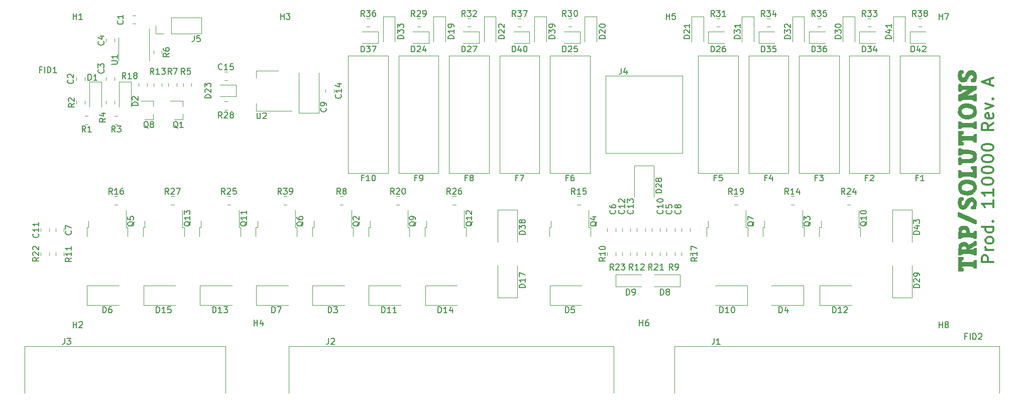
<source format=gbr>
G04 #@! TF.GenerationSoftware,KiCad,Pcbnew,(5.1.4-0-10_14)*
G04 #@! TF.CreationDate,2019-12-15T22:45:53+01:00*
G04 #@! TF.ProjectId,PowerUnit,506f7765-7255-46e6-9974-2e6b69636164,A*
G04 #@! TF.SameCoordinates,Original*
G04 #@! TF.FileFunction,Legend,Top*
G04 #@! TF.FilePolarity,Positive*
%FSLAX46Y46*%
G04 Gerber Fmt 4.6, Leading zero omitted, Abs format (unit mm)*
G04 Created by KiCad (PCBNEW (5.1.4-0-10_14)) date 2019-12-15 22:45:53*
%MOMM*%
%LPD*%
G04 APERTURE LIST*
%ADD10C,0.300000*%
%ADD11C,0.010000*%
%ADD12C,0.120000*%
%ADD13C,0.150000*%
G04 APERTURE END LIST*
D10*
X213904761Y-127880952D02*
X211904761Y-127880952D01*
X211904761Y-127119047D01*
X212000000Y-126928571D01*
X212095238Y-126833333D01*
X212285714Y-126738095D01*
X212571428Y-126738095D01*
X212761904Y-126833333D01*
X212857142Y-126928571D01*
X212952380Y-127119047D01*
X212952380Y-127880952D01*
X213904761Y-125880952D02*
X212571428Y-125880952D01*
X212952380Y-125880952D02*
X212761904Y-125785714D01*
X212666666Y-125690476D01*
X212571428Y-125500000D01*
X212571428Y-125309523D01*
X213904761Y-124357142D02*
X213809523Y-124547619D01*
X213714285Y-124642857D01*
X213523809Y-124738095D01*
X212952380Y-124738095D01*
X212761904Y-124642857D01*
X212666666Y-124547619D01*
X212571428Y-124357142D01*
X212571428Y-124071428D01*
X212666666Y-123880952D01*
X212761904Y-123785714D01*
X212952380Y-123690476D01*
X213523809Y-123690476D01*
X213714285Y-123785714D01*
X213809523Y-123880952D01*
X213904761Y-124071428D01*
X213904761Y-124357142D01*
X213904761Y-121976190D02*
X211904761Y-121976190D01*
X213809523Y-121976190D02*
X213904761Y-122166666D01*
X213904761Y-122547619D01*
X213809523Y-122738095D01*
X213714285Y-122833333D01*
X213523809Y-122928571D01*
X212952380Y-122928571D01*
X212761904Y-122833333D01*
X212666666Y-122738095D01*
X212571428Y-122547619D01*
X212571428Y-122166666D01*
X212666666Y-121976190D01*
X213714285Y-121023809D02*
X213809523Y-120928571D01*
X213904761Y-121023809D01*
X213809523Y-121119047D01*
X213714285Y-121023809D01*
X213904761Y-121023809D01*
X213904761Y-117500000D02*
X213904761Y-118642857D01*
X213904761Y-118071428D02*
X211904761Y-118071428D01*
X212190476Y-118261904D01*
X212380952Y-118452380D01*
X212476190Y-118642857D01*
X213904761Y-115595238D02*
X213904761Y-116738095D01*
X213904761Y-116166666D02*
X211904761Y-116166666D01*
X212190476Y-116357142D01*
X212380952Y-116547619D01*
X212476190Y-116738095D01*
X211904761Y-114357142D02*
X211904761Y-114166666D01*
X212000000Y-113976190D01*
X212095238Y-113880952D01*
X212285714Y-113785714D01*
X212666666Y-113690476D01*
X213142857Y-113690476D01*
X213523809Y-113785714D01*
X213714285Y-113880952D01*
X213809523Y-113976190D01*
X213904761Y-114166666D01*
X213904761Y-114357142D01*
X213809523Y-114547619D01*
X213714285Y-114642857D01*
X213523809Y-114738095D01*
X213142857Y-114833333D01*
X212666666Y-114833333D01*
X212285714Y-114738095D01*
X212095238Y-114642857D01*
X212000000Y-114547619D01*
X211904761Y-114357142D01*
X211904761Y-112452380D02*
X211904761Y-112261904D01*
X212000000Y-112071428D01*
X212095238Y-111976190D01*
X212285714Y-111880952D01*
X212666666Y-111785714D01*
X213142857Y-111785714D01*
X213523809Y-111880952D01*
X213714285Y-111976190D01*
X213809523Y-112071428D01*
X213904761Y-112261904D01*
X213904761Y-112452380D01*
X213809523Y-112642857D01*
X213714285Y-112738095D01*
X213523809Y-112833333D01*
X213142857Y-112928571D01*
X212666666Y-112928571D01*
X212285714Y-112833333D01*
X212095238Y-112738095D01*
X212000000Y-112642857D01*
X211904761Y-112452380D01*
X211904761Y-110547619D02*
X211904761Y-110357142D01*
X212000000Y-110166666D01*
X212095238Y-110071428D01*
X212285714Y-109976190D01*
X212666666Y-109880952D01*
X213142857Y-109880952D01*
X213523809Y-109976190D01*
X213714285Y-110071428D01*
X213809523Y-110166666D01*
X213904761Y-110357142D01*
X213904761Y-110547619D01*
X213809523Y-110738095D01*
X213714285Y-110833333D01*
X213523809Y-110928571D01*
X213142857Y-111023809D01*
X212666666Y-111023809D01*
X212285714Y-110928571D01*
X212095238Y-110833333D01*
X212000000Y-110738095D01*
X211904761Y-110547619D01*
X211904761Y-108642857D02*
X211904761Y-108452380D01*
X212000000Y-108261904D01*
X212095238Y-108166666D01*
X212285714Y-108071428D01*
X212666666Y-107976190D01*
X213142857Y-107976190D01*
X213523809Y-108071428D01*
X213714285Y-108166666D01*
X213809523Y-108261904D01*
X213904761Y-108452380D01*
X213904761Y-108642857D01*
X213809523Y-108833333D01*
X213714285Y-108928571D01*
X213523809Y-109023809D01*
X213142857Y-109119047D01*
X212666666Y-109119047D01*
X212285714Y-109023809D01*
X212095238Y-108928571D01*
X212000000Y-108833333D01*
X211904761Y-108642857D01*
X213904761Y-104452380D02*
X212952380Y-105119047D01*
X213904761Y-105595238D02*
X211904761Y-105595238D01*
X211904761Y-104833333D01*
X212000000Y-104642857D01*
X212095238Y-104547619D01*
X212285714Y-104452380D01*
X212571428Y-104452380D01*
X212761904Y-104547619D01*
X212857142Y-104642857D01*
X212952380Y-104833333D01*
X212952380Y-105595238D01*
X213809523Y-102833333D02*
X213904761Y-103023809D01*
X213904761Y-103404761D01*
X213809523Y-103595238D01*
X213619047Y-103690476D01*
X212857142Y-103690476D01*
X212666666Y-103595238D01*
X212571428Y-103404761D01*
X212571428Y-103023809D01*
X212666666Y-102833333D01*
X212857142Y-102738095D01*
X213047619Y-102738095D01*
X213238095Y-103690476D01*
X212571428Y-102071428D02*
X213904761Y-101595238D01*
X212571428Y-101119047D01*
X213714285Y-100357142D02*
X213809523Y-100261904D01*
X213904761Y-100357142D01*
X213809523Y-100452380D01*
X213714285Y-100357142D01*
X213904761Y-100357142D01*
X213333333Y-97976190D02*
X213333333Y-97023809D01*
X213904761Y-98166666D02*
X211904761Y-97500000D01*
X213904761Y-96833333D01*
D11*
G36*
X207937302Y-96073563D02*
G01*
X207980452Y-95884167D01*
X208046128Y-95687612D01*
X208136209Y-95595444D01*
X208308467Y-95568235D01*
X208445647Y-95566667D01*
X208678355Y-95574238D01*
X208787981Y-95617692D01*
X208820708Y-95728145D01*
X208822667Y-95820667D01*
X208796688Y-96005799D01*
X208698308Y-96071539D01*
X208648465Y-96074667D01*
X208539901Y-96095965D01*
X208495896Y-96189785D01*
X208497968Y-96401013D01*
X208500299Y-96434500D01*
X208528389Y-96662270D01*
X208588670Y-96766771D01*
X208711305Y-96794054D01*
X208735980Y-96794333D01*
X208869436Y-96765668D01*
X208985868Y-96657233D01*
X209116172Y-96435369D01*
X209174818Y-96316267D01*
X209328864Y-96037454D01*
X209491494Y-95808268D01*
X209597844Y-95702433D01*
X209897306Y-95583970D01*
X210250443Y-95573575D01*
X210584104Y-95667114D01*
X210739373Y-95766926D01*
X210871314Y-95902543D01*
X210946078Y-96059528D01*
X210983115Y-96294054D01*
X210995869Y-96507760D01*
X210994542Y-96833689D01*
X210966833Y-97124311D01*
X210930053Y-97281167D01*
X210852050Y-97428430D01*
X210730307Y-97496181D01*
X210506249Y-97513848D01*
X210466611Y-97514000D01*
X210235124Y-97506264D01*
X210126535Y-97462060D01*
X210094481Y-97349898D01*
X210092667Y-97260000D01*
X210120692Y-97072254D01*
X210221304Y-97007617D01*
X210252822Y-97006000D01*
X210392884Y-96934054D01*
X210473168Y-96758698D01*
X210475532Y-96540659D01*
X210430404Y-96411596D01*
X210272226Y-96274055D01*
X210128480Y-96244000D01*
X210003764Y-96267485D01*
X209897506Y-96359823D01*
X209782174Y-96553834D01*
X209672211Y-96787919D01*
X209525745Y-97074758D01*
X209376749Y-97303030D01*
X209257985Y-97422919D01*
X208999693Y-97496298D01*
X208677298Y-97507638D01*
X208384241Y-97456980D01*
X208301933Y-97422519D01*
X208095350Y-97222334D01*
X207960223Y-96904491D01*
X207904793Y-96508424D01*
X207937302Y-96073563D01*
X207937302Y-96073563D01*
G37*
X207937302Y-96073563D02*
X207980452Y-95884167D01*
X208046128Y-95687612D01*
X208136209Y-95595444D01*
X208308467Y-95568235D01*
X208445647Y-95566667D01*
X208678355Y-95574238D01*
X208787981Y-95617692D01*
X208820708Y-95728145D01*
X208822667Y-95820667D01*
X208796688Y-96005799D01*
X208698308Y-96071539D01*
X208648465Y-96074667D01*
X208539901Y-96095965D01*
X208495896Y-96189785D01*
X208497968Y-96401013D01*
X208500299Y-96434500D01*
X208528389Y-96662270D01*
X208588670Y-96766771D01*
X208711305Y-96794054D01*
X208735980Y-96794333D01*
X208869436Y-96765668D01*
X208985868Y-96657233D01*
X209116172Y-96435369D01*
X209174818Y-96316267D01*
X209328864Y-96037454D01*
X209491494Y-95808268D01*
X209597844Y-95702433D01*
X209897306Y-95583970D01*
X210250443Y-95573575D01*
X210584104Y-95667114D01*
X210739373Y-95766926D01*
X210871314Y-95902543D01*
X210946078Y-96059528D01*
X210983115Y-96294054D01*
X210995869Y-96507760D01*
X210994542Y-96833689D01*
X210966833Y-97124311D01*
X210930053Y-97281167D01*
X210852050Y-97428430D01*
X210730307Y-97496181D01*
X210506249Y-97513848D01*
X210466611Y-97514000D01*
X210235124Y-97506264D01*
X210126535Y-97462060D01*
X210094481Y-97349898D01*
X210092667Y-97260000D01*
X210120692Y-97072254D01*
X210221304Y-97007617D01*
X210252822Y-97006000D01*
X210392884Y-96934054D01*
X210473168Y-96758698D01*
X210475532Y-96540659D01*
X210430404Y-96411596D01*
X210272226Y-96274055D01*
X210128480Y-96244000D01*
X210003764Y-96267485D01*
X209897506Y-96359823D01*
X209782174Y-96553834D01*
X209672211Y-96787919D01*
X209525745Y-97074758D01*
X209376749Y-97303030D01*
X209257985Y-97422919D01*
X208999693Y-97496298D01*
X208677298Y-97507638D01*
X208384241Y-97456980D01*
X208301933Y-97422519D01*
X208095350Y-97222334D01*
X207960223Y-96904491D01*
X207904793Y-96508424D01*
X207937302Y-96073563D01*
G36*
X208547500Y-99410810D02*
G01*
X208864383Y-99235174D01*
X209157214Y-99069136D01*
X209365204Y-98947185D01*
X209373000Y-98942426D01*
X209627000Y-98786853D01*
X209065375Y-98785427D01*
X208759311Y-98790855D01*
X208582241Y-98816499D01*
X208494073Y-98873468D01*
X208459468Y-98953333D01*
X208349386Y-99093491D01*
X208195593Y-99122667D01*
X208083922Y-99115625D01*
X208018466Y-99070705D01*
X207986883Y-98952219D01*
X207976833Y-98724477D01*
X207976000Y-98487667D01*
X207978435Y-98164745D01*
X207993969Y-97975465D01*
X208034944Y-97884138D01*
X208113701Y-97855075D01*
X208195593Y-97852667D01*
X208392159Y-97909291D01*
X208459468Y-98022000D01*
X208486191Y-98087409D01*
X208543927Y-98133409D01*
X208658841Y-98163398D01*
X208857097Y-98180772D01*
X209164861Y-98188927D01*
X209608297Y-98191261D01*
X209763875Y-98191333D01*
X211024000Y-98191333D01*
X211024000Y-98484098D01*
X211024018Y-98593576D01*
X211010459Y-98680397D01*
X210962905Y-98760761D01*
X210860937Y-98850867D01*
X210684136Y-98966917D01*
X210412085Y-99125109D01*
X210024364Y-99341643D01*
X209754000Y-99491705D01*
X209203667Y-99797389D01*
X209859834Y-99798695D01*
X210200963Y-99793110D01*
X210403517Y-99770799D01*
X210497902Y-99725937D01*
X210516000Y-99673000D01*
X210591728Y-99572174D01*
X210770000Y-99546000D01*
X211024000Y-99546000D01*
X211024000Y-100731333D01*
X210770000Y-100731333D01*
X210568348Y-100693469D01*
X210516000Y-100604333D01*
X210490526Y-100549578D01*
X210396835Y-100512742D01*
X210209022Y-100490585D01*
X209901181Y-100479870D01*
X209500000Y-100477333D01*
X209061959Y-100480518D01*
X208767264Y-100492229D01*
X208590010Y-100515706D01*
X208504293Y-100554186D01*
X208484000Y-100604333D01*
X208408272Y-100705160D01*
X208230000Y-100731333D01*
X208088972Y-100724577D01*
X208013105Y-100677589D01*
X207982194Y-100550294D01*
X207976039Y-100302616D01*
X207976000Y-100227477D01*
X207976000Y-99723621D01*
X208547500Y-99410810D01*
X208547500Y-99410810D01*
G37*
X208547500Y-99410810D02*
X208864383Y-99235174D01*
X209157214Y-99069136D01*
X209365204Y-98947185D01*
X209373000Y-98942426D01*
X209627000Y-98786853D01*
X209065375Y-98785427D01*
X208759311Y-98790855D01*
X208582241Y-98816499D01*
X208494073Y-98873468D01*
X208459468Y-98953333D01*
X208349386Y-99093491D01*
X208195593Y-99122667D01*
X208083922Y-99115625D01*
X208018466Y-99070705D01*
X207986883Y-98952219D01*
X207976833Y-98724477D01*
X207976000Y-98487667D01*
X207978435Y-98164745D01*
X207993969Y-97975465D01*
X208034944Y-97884138D01*
X208113701Y-97855075D01*
X208195593Y-97852667D01*
X208392159Y-97909291D01*
X208459468Y-98022000D01*
X208486191Y-98087409D01*
X208543927Y-98133409D01*
X208658841Y-98163398D01*
X208857097Y-98180772D01*
X209164861Y-98188927D01*
X209608297Y-98191261D01*
X209763875Y-98191333D01*
X211024000Y-98191333D01*
X211024000Y-98484098D01*
X211024018Y-98593576D01*
X211010459Y-98680397D01*
X210962905Y-98760761D01*
X210860937Y-98850867D01*
X210684136Y-98966917D01*
X210412085Y-99125109D01*
X210024364Y-99341643D01*
X209754000Y-99491705D01*
X209203667Y-99797389D01*
X209859834Y-99798695D01*
X210200963Y-99793110D01*
X210403517Y-99770799D01*
X210497902Y-99725937D01*
X210516000Y-99673000D01*
X210591728Y-99572174D01*
X210770000Y-99546000D01*
X211024000Y-99546000D01*
X211024000Y-100731333D01*
X210770000Y-100731333D01*
X210568348Y-100693469D01*
X210516000Y-100604333D01*
X210490526Y-100549578D01*
X210396835Y-100512742D01*
X210209022Y-100490585D01*
X209901181Y-100479870D01*
X209500000Y-100477333D01*
X209061959Y-100480518D01*
X208767264Y-100492229D01*
X208590010Y-100515706D01*
X208504293Y-100554186D01*
X208484000Y-100604333D01*
X208408272Y-100705160D01*
X208230000Y-100731333D01*
X208088972Y-100724577D01*
X208013105Y-100677589D01*
X207982194Y-100550294D01*
X207976039Y-100302616D01*
X207976000Y-100227477D01*
X207976000Y-99723621D01*
X208547500Y-99410810D01*
G36*
X207927194Y-102234395D02*
G01*
X208070761Y-101791161D01*
X208340285Y-101460030D01*
X208733228Y-101242820D01*
X209247053Y-101141348D01*
X209464041Y-101133500D01*
X210011167Y-101193702D01*
X210455490Y-101370189D01*
X210781921Y-101656781D01*
X210799613Y-101680322D01*
X210935851Y-101979811D01*
X210999390Y-102361512D01*
X210985549Y-102752569D01*
X210889647Y-103080123D01*
X210889553Y-103080306D01*
X210631536Y-103403647D01*
X210244453Y-103629397D01*
X209743089Y-103749302D01*
X209679547Y-103755862D01*
X209457667Y-103750996D01*
X209457667Y-103059667D01*
X209793080Y-103055050D01*
X210006910Y-103032358D01*
X210146838Y-102978328D01*
X210260544Y-102879695D01*
X210311664Y-102822112D01*
X210480666Y-102557933D01*
X210493338Y-102319109D01*
X210360214Y-102081705D01*
X210155958Y-101943047D01*
X209843264Y-101854495D01*
X209475983Y-101817828D01*
X209107967Y-101834823D01*
X208793067Y-101907257D01*
X208597405Y-102023524D01*
X208448379Y-102282072D01*
X208457018Y-102567173D01*
X208597481Y-102814918D01*
X208716540Y-102939598D01*
X208839039Y-103012741D01*
X209012935Y-103047990D01*
X209286183Y-103058991D01*
X209457667Y-103059667D01*
X209457667Y-103750996D01*
X209130610Y-103743823D01*
X208663483Y-103611214D01*
X208294557Y-103372266D01*
X208040222Y-103041209D01*
X207916869Y-102632274D01*
X207927194Y-102234395D01*
X207927194Y-102234395D01*
G37*
X207927194Y-102234395D02*
X208070761Y-101791161D01*
X208340285Y-101460030D01*
X208733228Y-101242820D01*
X209247053Y-101141348D01*
X209464041Y-101133500D01*
X210011167Y-101193702D01*
X210455490Y-101370189D01*
X210781921Y-101656781D01*
X210799613Y-101680322D01*
X210935851Y-101979811D01*
X210999390Y-102361512D01*
X210985549Y-102752569D01*
X210889647Y-103080123D01*
X210889553Y-103080306D01*
X210631536Y-103403647D01*
X210244453Y-103629397D01*
X209743089Y-103749302D01*
X209679547Y-103755862D01*
X209457667Y-103750996D01*
X209457667Y-103059667D01*
X209793080Y-103055050D01*
X210006910Y-103032358D01*
X210146838Y-102978328D01*
X210260544Y-102879695D01*
X210311664Y-102822112D01*
X210480666Y-102557933D01*
X210493338Y-102319109D01*
X210360214Y-102081705D01*
X210155958Y-101943047D01*
X209843264Y-101854495D01*
X209475983Y-101817828D01*
X209107967Y-101834823D01*
X208793067Y-101907257D01*
X208597405Y-102023524D01*
X208448379Y-102282072D01*
X208457018Y-102567173D01*
X208597481Y-102814918D01*
X208716540Y-102939598D01*
X208839039Y-103012741D01*
X209012935Y-103047990D01*
X209286183Y-103058991D01*
X209457667Y-103059667D01*
X209457667Y-103750996D01*
X209130610Y-103743823D01*
X208663483Y-103611214D01*
X208294557Y-103372266D01*
X208040222Y-103041209D01*
X207916869Y-102632274D01*
X207927194Y-102234395D01*
G36*
X208230000Y-104202667D02*
G01*
X208431652Y-104240531D01*
X208484000Y-104329667D01*
X208509474Y-104384422D01*
X208603165Y-104421259D01*
X208790979Y-104443416D01*
X209098819Y-104454130D01*
X209500000Y-104456667D01*
X209938041Y-104453483D01*
X210232736Y-104441771D01*
X210409990Y-104418295D01*
X210495708Y-104379814D01*
X210516000Y-104329667D01*
X210591728Y-104228841D01*
X210770000Y-104202667D01*
X211024000Y-104202667D01*
X211024000Y-105388000D01*
X210770000Y-105388000D01*
X210568348Y-105350136D01*
X210516000Y-105261000D01*
X210490526Y-105206245D01*
X210396835Y-105169408D01*
X210209022Y-105147251D01*
X209901181Y-105136537D01*
X209500000Y-105134000D01*
X209061959Y-105137184D01*
X208767264Y-105148896D01*
X208590010Y-105172372D01*
X208504293Y-105210853D01*
X208484000Y-105261000D01*
X208408272Y-105361826D01*
X208230000Y-105388000D01*
X207976000Y-105388000D01*
X207976000Y-104202667D01*
X208230000Y-104202667D01*
X208230000Y-104202667D01*
G37*
X208230000Y-104202667D02*
X208431652Y-104240531D01*
X208484000Y-104329667D01*
X208509474Y-104384422D01*
X208603165Y-104421259D01*
X208790979Y-104443416D01*
X209098819Y-104454130D01*
X209500000Y-104456667D01*
X209938041Y-104453483D01*
X210232736Y-104441771D01*
X210409990Y-104418295D01*
X210495708Y-104379814D01*
X210516000Y-104329667D01*
X210591728Y-104228841D01*
X210770000Y-104202667D01*
X211024000Y-104202667D01*
X211024000Y-105388000D01*
X210770000Y-105388000D01*
X210568348Y-105350136D01*
X210516000Y-105261000D01*
X210490526Y-105206245D01*
X210396835Y-105169408D01*
X210209022Y-105147251D01*
X209901181Y-105136537D01*
X209500000Y-105134000D01*
X209061959Y-105137184D01*
X208767264Y-105148896D01*
X208590010Y-105172372D01*
X208504293Y-105210853D01*
X208484000Y-105261000D01*
X208408272Y-105361826D01*
X208230000Y-105388000D01*
X207976000Y-105388000D01*
X207976000Y-104202667D01*
X208230000Y-104202667D01*
G36*
X208399334Y-105811333D02*
G01*
X208649936Y-105816883D01*
X208774903Y-105851003D01*
X208817913Y-105939902D01*
X208822667Y-106065333D01*
X208796056Y-106251254D01*
X208697045Y-106316713D01*
X208653334Y-106319333D01*
X208511829Y-106379202D01*
X208484000Y-106488667D01*
X208493968Y-106560147D01*
X208542580Y-106608084D01*
X208657897Y-106637153D01*
X208867980Y-106652032D01*
X209200889Y-106657398D01*
X209500000Y-106658000D01*
X209928882Y-106656339D01*
X210216501Y-106648237D01*
X210390918Y-106629017D01*
X210480194Y-106594004D01*
X210512390Y-106538519D01*
X210516000Y-106488667D01*
X210555916Y-106364720D01*
X210704433Y-106321080D01*
X210770000Y-106319333D01*
X211024000Y-106319333D01*
X211024000Y-107674000D01*
X210770000Y-107674000D01*
X210584080Y-107647390D01*
X210518621Y-107548378D01*
X210516000Y-107504667D01*
X210506032Y-107433186D01*
X210457420Y-107385250D01*
X210342103Y-107356180D01*
X210132021Y-107341301D01*
X209799111Y-107335935D01*
X209500000Y-107335333D01*
X209071118Y-107336995D01*
X208783499Y-107345097D01*
X208609082Y-107364316D01*
X208519806Y-107399330D01*
X208487611Y-107454815D01*
X208484000Y-107504667D01*
X208543869Y-107646171D01*
X208653334Y-107674000D01*
X208777280Y-107713916D01*
X208820920Y-107862433D01*
X208822667Y-107928000D01*
X208813418Y-108078362D01*
X208756551Y-108153342D01*
X208608386Y-108179148D01*
X208399334Y-108182000D01*
X207976000Y-108182000D01*
X207976000Y-105811333D01*
X208399334Y-105811333D01*
X208399334Y-105811333D01*
G37*
X208399334Y-105811333D02*
X208649936Y-105816883D01*
X208774903Y-105851003D01*
X208817913Y-105939902D01*
X208822667Y-106065333D01*
X208796056Y-106251254D01*
X208697045Y-106316713D01*
X208653334Y-106319333D01*
X208511829Y-106379202D01*
X208484000Y-106488667D01*
X208493968Y-106560147D01*
X208542580Y-106608084D01*
X208657897Y-106637153D01*
X208867980Y-106652032D01*
X209200889Y-106657398D01*
X209500000Y-106658000D01*
X209928882Y-106656339D01*
X210216501Y-106648237D01*
X210390918Y-106629017D01*
X210480194Y-106594004D01*
X210512390Y-106538519D01*
X210516000Y-106488667D01*
X210555916Y-106364720D01*
X210704433Y-106321080D01*
X210770000Y-106319333D01*
X211024000Y-106319333D01*
X211024000Y-107674000D01*
X210770000Y-107674000D01*
X210584080Y-107647390D01*
X210518621Y-107548378D01*
X210516000Y-107504667D01*
X210506032Y-107433186D01*
X210457420Y-107385250D01*
X210342103Y-107356180D01*
X210132021Y-107341301D01*
X209799111Y-107335935D01*
X209500000Y-107335333D01*
X209071118Y-107336995D01*
X208783499Y-107345097D01*
X208609082Y-107364316D01*
X208519806Y-107399330D01*
X208487611Y-107454815D01*
X208484000Y-107504667D01*
X208543869Y-107646171D01*
X208653334Y-107674000D01*
X208777280Y-107713916D01*
X208820920Y-107862433D01*
X208822667Y-107928000D01*
X208813418Y-108078362D01*
X208756551Y-108153342D01*
X208608386Y-108179148D01*
X208399334Y-108182000D01*
X207976000Y-108182000D01*
X207976000Y-105811333D01*
X208399334Y-105811333D01*
G36*
X207979232Y-108972965D02*
G01*
X207997532Y-108795707D01*
X208043809Y-108714019D01*
X208130971Y-108691025D01*
X208183460Y-108690000D01*
X208369758Y-108733181D01*
X208458626Y-108806123D01*
X208558631Y-108867926D01*
X208787580Y-108914927D01*
X209161457Y-108949763D01*
X209415334Y-108963798D01*
X209944294Y-109001666D01*
X210331851Y-109064462D01*
X210605199Y-109161332D01*
X210791532Y-109301423D01*
X210903350Y-109464279D01*
X210986973Y-109743413D01*
X211015747Y-110097601D01*
X210986827Y-110440746D01*
X210941021Y-110604473D01*
X210824209Y-110781768D01*
X210642839Y-110960980D01*
X210638636Y-110964306D01*
X210518863Y-111044523D01*
X210378794Y-111097062D01*
X210181374Y-111127594D01*
X209889549Y-111141794D01*
X209466262Y-111145333D01*
X209456124Y-111145333D01*
X209041290Y-111147522D01*
X208765419Y-111157524D01*
X208598158Y-111180496D01*
X208509159Y-111221596D01*
X208468069Y-111285980D01*
X208459468Y-111314667D01*
X208349386Y-111454825D01*
X208195593Y-111484000D01*
X208083922Y-111476958D01*
X208018466Y-111432038D01*
X207986883Y-111313552D01*
X207976833Y-111085810D01*
X207976000Y-110849000D01*
X207978435Y-110526078D01*
X207993969Y-110336798D01*
X208034944Y-110245471D01*
X208113701Y-110216409D01*
X208195593Y-110214000D01*
X208392159Y-110270624D01*
X208459468Y-110383333D01*
X208496685Y-110465570D01*
X208578939Y-110515849D01*
X208741172Y-110541747D01*
X209018321Y-110550840D01*
X209234708Y-110551419D01*
X209714249Y-110535075D01*
X210049611Y-110481654D01*
X210263681Y-110381706D01*
X210379345Y-110225781D01*
X210415535Y-110063848D01*
X210404827Y-109887007D01*
X210318284Y-109762570D01*
X210134219Y-109682367D01*
X209830941Y-109638231D01*
X209386761Y-109621994D01*
X209240488Y-109621333D01*
X208870278Y-109626340D01*
X208640183Y-109644606D01*
X208521191Y-109681003D01*
X208484293Y-109740401D01*
X208484000Y-109748333D01*
X208408272Y-109849160D01*
X208230000Y-109875333D01*
X207976000Y-109875333D01*
X207976000Y-109282667D01*
X207979232Y-108972965D01*
X207979232Y-108972965D01*
G37*
X207979232Y-108972965D02*
X207997532Y-108795707D01*
X208043809Y-108714019D01*
X208130971Y-108691025D01*
X208183460Y-108690000D01*
X208369758Y-108733181D01*
X208458626Y-108806123D01*
X208558631Y-108867926D01*
X208787580Y-108914927D01*
X209161457Y-108949763D01*
X209415334Y-108963798D01*
X209944294Y-109001666D01*
X210331851Y-109064462D01*
X210605199Y-109161332D01*
X210791532Y-109301423D01*
X210903350Y-109464279D01*
X210986973Y-109743413D01*
X211015747Y-110097601D01*
X210986827Y-110440746D01*
X210941021Y-110604473D01*
X210824209Y-110781768D01*
X210642839Y-110960980D01*
X210638636Y-110964306D01*
X210518863Y-111044523D01*
X210378794Y-111097062D01*
X210181374Y-111127594D01*
X209889549Y-111141794D01*
X209466262Y-111145333D01*
X209456124Y-111145333D01*
X209041290Y-111147522D01*
X208765419Y-111157524D01*
X208598158Y-111180496D01*
X208509159Y-111221596D01*
X208468069Y-111285980D01*
X208459468Y-111314667D01*
X208349386Y-111454825D01*
X208195593Y-111484000D01*
X208083922Y-111476958D01*
X208018466Y-111432038D01*
X207986883Y-111313552D01*
X207976833Y-111085810D01*
X207976000Y-110849000D01*
X207978435Y-110526078D01*
X207993969Y-110336798D01*
X208034944Y-110245471D01*
X208113701Y-110216409D01*
X208195593Y-110214000D01*
X208392159Y-110270624D01*
X208459468Y-110383333D01*
X208496685Y-110465570D01*
X208578939Y-110515849D01*
X208741172Y-110541747D01*
X209018321Y-110550840D01*
X209234708Y-110551419D01*
X209714249Y-110535075D01*
X210049611Y-110481654D01*
X210263681Y-110381706D01*
X210379345Y-110225781D01*
X210415535Y-110063848D01*
X210404827Y-109887007D01*
X210318284Y-109762570D01*
X210134219Y-109682367D01*
X209830941Y-109638231D01*
X209386761Y-109621994D01*
X209240488Y-109621333D01*
X208870278Y-109626340D01*
X208640183Y-109644606D01*
X208521191Y-109681003D01*
X208484293Y-109740401D01*
X208484000Y-109748333D01*
X208408272Y-109849160D01*
X208230000Y-109875333D01*
X207976000Y-109875333D01*
X207976000Y-109282667D01*
X207979232Y-108972965D01*
G36*
X208230000Y-112415333D02*
G01*
X208415920Y-112441944D01*
X208481380Y-112540955D01*
X208484000Y-112584667D01*
X208494326Y-112657423D01*
X208544404Y-112705713D01*
X208662880Y-112734521D01*
X208878404Y-112748828D01*
X209219624Y-112753618D01*
X209457667Y-112754000D01*
X210431334Y-112754000D01*
X210431334Y-112492074D01*
X210394295Y-112282099D01*
X210268365Y-112187595D01*
X210262000Y-112185866D01*
X210119751Y-112072605D01*
X210092667Y-111939792D01*
X210106162Y-111824095D01*
X210174173Y-111763843D01*
X210337987Y-111741145D01*
X210558334Y-111738000D01*
X211024000Y-111738000D01*
X211024000Y-112655222D01*
X211019079Y-113033667D01*
X211005757Y-113347211D01*
X210986197Y-113558541D01*
X210967556Y-113628889D01*
X210830322Y-113685691D01*
X210660279Y-113675165D01*
X210536203Y-113609621D01*
X210516000Y-113558333D01*
X210438266Y-113499137D01*
X210231284Y-113455904D01*
X209934385Y-113428634D01*
X209586901Y-113417328D01*
X209228163Y-113421985D01*
X208897502Y-113442606D01*
X208634250Y-113479190D01*
X208477738Y-113531737D01*
X208453382Y-113558333D01*
X208340619Y-113654985D01*
X208190324Y-113685333D01*
X208081319Y-113677723D01*
X208017424Y-113631106D01*
X207986598Y-113509807D01*
X207976798Y-113278147D01*
X207976000Y-113050333D01*
X207976000Y-112415333D01*
X208230000Y-112415333D01*
X208230000Y-112415333D01*
G37*
X208230000Y-112415333D02*
X208415920Y-112441944D01*
X208481380Y-112540955D01*
X208484000Y-112584667D01*
X208494326Y-112657423D01*
X208544404Y-112705713D01*
X208662880Y-112734521D01*
X208878404Y-112748828D01*
X209219624Y-112753618D01*
X209457667Y-112754000D01*
X210431334Y-112754000D01*
X210431334Y-112492074D01*
X210394295Y-112282099D01*
X210268365Y-112187595D01*
X210262000Y-112185866D01*
X210119751Y-112072605D01*
X210092667Y-111939792D01*
X210106162Y-111824095D01*
X210174173Y-111763843D01*
X210337987Y-111741145D01*
X210558334Y-111738000D01*
X211024000Y-111738000D01*
X211024000Y-112655222D01*
X211019079Y-113033667D01*
X211005757Y-113347211D01*
X210986197Y-113558541D01*
X210967556Y-113628889D01*
X210830322Y-113685691D01*
X210660279Y-113675165D01*
X210536203Y-113609621D01*
X210516000Y-113558333D01*
X210438266Y-113499137D01*
X210231284Y-113455904D01*
X209934385Y-113428634D01*
X209586901Y-113417328D01*
X209228163Y-113421985D01*
X208897502Y-113442606D01*
X208634250Y-113479190D01*
X208477738Y-113531737D01*
X208453382Y-113558333D01*
X208340619Y-113654985D01*
X208190324Y-113685333D01*
X208081319Y-113677723D01*
X208017424Y-113631106D01*
X207986598Y-113509807D01*
X207976798Y-113278147D01*
X207976000Y-113050333D01*
X207976000Y-112415333D01*
X208230000Y-112415333D01*
G36*
X207929855Y-115027563D02*
G01*
X208074329Y-114620563D01*
X208347590Y-114298435D01*
X208734508Y-114074556D01*
X209219954Y-113962304D01*
X209675194Y-113962410D01*
X210198660Y-114068079D01*
X210590378Y-114279357D01*
X210852470Y-114598164D01*
X210987064Y-115026420D01*
X211001822Y-115161098D01*
X210986133Y-115576184D01*
X210880522Y-115880648D01*
X210611449Y-116237742D01*
X210237870Y-116471315D01*
X209890033Y-116570686D01*
X209523031Y-116597712D01*
X209334203Y-116583596D01*
X209334203Y-115916852D01*
X209715758Y-115899782D01*
X210057130Y-115822224D01*
X210299728Y-115687037D01*
X210308182Y-115678849D01*
X210481423Y-115430910D01*
X210489052Y-115185617D01*
X210331541Y-114922145D01*
X210325500Y-114915155D01*
X210073559Y-114738741D01*
X209731991Y-114645074D01*
X209351739Y-114631864D01*
X208983745Y-114696825D01*
X208678953Y-114837669D01*
X208519471Y-114996257D01*
X208436503Y-115261419D01*
X208491717Y-115534213D01*
X208670792Y-115748680D01*
X208684899Y-115758084D01*
X208971054Y-115870572D01*
X209334203Y-115916852D01*
X209334203Y-116583596D01*
X209107715Y-116566664D01*
X208721196Y-116487099D01*
X208488288Y-116396961D01*
X208215651Y-116164095D01*
X208014822Y-115819080D01*
X207929300Y-115506057D01*
X207929855Y-115027563D01*
X207929855Y-115027563D01*
G37*
X207929855Y-115027563D02*
X208074329Y-114620563D01*
X208347590Y-114298435D01*
X208734508Y-114074556D01*
X209219954Y-113962304D01*
X209675194Y-113962410D01*
X210198660Y-114068079D01*
X210590378Y-114279357D01*
X210852470Y-114598164D01*
X210987064Y-115026420D01*
X211001822Y-115161098D01*
X210986133Y-115576184D01*
X210880522Y-115880648D01*
X210611449Y-116237742D01*
X210237870Y-116471315D01*
X209890033Y-116570686D01*
X209523031Y-116597712D01*
X209334203Y-116583596D01*
X209334203Y-115916852D01*
X209715758Y-115899782D01*
X210057130Y-115822224D01*
X210299728Y-115687037D01*
X210308182Y-115678849D01*
X210481423Y-115430910D01*
X210489052Y-115185617D01*
X210331541Y-114922145D01*
X210325500Y-114915155D01*
X210073559Y-114738741D01*
X209731991Y-114645074D01*
X209351739Y-114631864D01*
X208983745Y-114696825D01*
X208678953Y-114837669D01*
X208519471Y-114996257D01*
X208436503Y-115261419D01*
X208491717Y-115534213D01*
X208670792Y-115748680D01*
X208684899Y-115758084D01*
X208971054Y-115870572D01*
X209334203Y-115916852D01*
X209334203Y-116583596D01*
X209107715Y-116566664D01*
X208721196Y-116487099D01*
X208488288Y-116396961D01*
X208215651Y-116164095D01*
X208014822Y-115819080D01*
X207929300Y-115506057D01*
X207929855Y-115027563D01*
G36*
X207938841Y-117489518D02*
G01*
X207970539Y-117346283D01*
X208039125Y-117124767D01*
X208125021Y-117020523D01*
X208286642Y-116989351D01*
X208444930Y-116987333D01*
X208677923Y-116994866D01*
X208787790Y-117038149D01*
X208820673Y-117148210D01*
X208822667Y-117241333D01*
X208796056Y-117427254D01*
X208697045Y-117492713D01*
X208653334Y-117495333D01*
X208546518Y-117520923D01*
X208496663Y-117626622D01*
X208484012Y-117855823D01*
X208484000Y-117867275D01*
X208508014Y-118137037D01*
X208586438Y-118273041D01*
X208621732Y-118292069D01*
X208800845Y-118287626D01*
X208975702Y-118128837D01*
X209153341Y-117808862D01*
X209178953Y-117750533D01*
X209353853Y-117398399D01*
X209531464Y-117178691D01*
X209743805Y-117057056D01*
X209854065Y-117026285D01*
X210278695Y-116998878D01*
X210617649Y-117113606D01*
X210859448Y-117360394D01*
X210992617Y-117729169D01*
X211015244Y-118045667D01*
X210998610Y-118342152D01*
X210965994Y-118600828D01*
X210948653Y-118680667D01*
X210888054Y-118813591D01*
X210768066Y-118882830D01*
X210537528Y-118914955D01*
X210491426Y-118918139D01*
X210250383Y-118927289D01*
X210133350Y-118898789D01*
X210095706Y-118810436D01*
X210092667Y-118719713D01*
X210148761Y-118518707D01*
X210254829Y-118453074D01*
X210404444Y-118343858D01*
X210472751Y-118154199D01*
X210464015Y-117940696D01*
X210382501Y-117759946D01*
X210232473Y-117668549D01*
X210195521Y-117665963D01*
X210045117Y-117689746D01*
X209922034Y-117778859D01*
X209798248Y-117964592D01*
X209645733Y-118278235D01*
X209644286Y-118281422D01*
X209489848Y-118581763D01*
X209338556Y-118766791D01*
X209149213Y-118884617D01*
X209115086Y-118899425D01*
X208761554Y-118970027D01*
X208423625Y-118902558D01*
X208151248Y-118710161D01*
X208089463Y-118629556D01*
X207961668Y-118314069D01*
X207909375Y-117911556D01*
X207938841Y-117489518D01*
X207938841Y-117489518D01*
G37*
X207938841Y-117489518D02*
X207970539Y-117346283D01*
X208039125Y-117124767D01*
X208125021Y-117020523D01*
X208286642Y-116989351D01*
X208444930Y-116987333D01*
X208677923Y-116994866D01*
X208787790Y-117038149D01*
X208820673Y-117148210D01*
X208822667Y-117241333D01*
X208796056Y-117427254D01*
X208697045Y-117492713D01*
X208653334Y-117495333D01*
X208546518Y-117520923D01*
X208496663Y-117626622D01*
X208484012Y-117855823D01*
X208484000Y-117867275D01*
X208508014Y-118137037D01*
X208586438Y-118273041D01*
X208621732Y-118292069D01*
X208800845Y-118287626D01*
X208975702Y-118128837D01*
X209153341Y-117808862D01*
X209178953Y-117750533D01*
X209353853Y-117398399D01*
X209531464Y-117178691D01*
X209743805Y-117057056D01*
X209854065Y-117026285D01*
X210278695Y-116998878D01*
X210617649Y-117113606D01*
X210859448Y-117360394D01*
X210992617Y-117729169D01*
X211015244Y-118045667D01*
X210998610Y-118342152D01*
X210965994Y-118600828D01*
X210948653Y-118680667D01*
X210888054Y-118813591D01*
X210768066Y-118882830D01*
X210537528Y-118914955D01*
X210491426Y-118918139D01*
X210250383Y-118927289D01*
X210133350Y-118898789D01*
X210095706Y-118810436D01*
X210092667Y-118719713D01*
X210148761Y-118518707D01*
X210254829Y-118453074D01*
X210404444Y-118343858D01*
X210472751Y-118154199D01*
X210464015Y-117940696D01*
X210382501Y-117759946D01*
X210232473Y-117668549D01*
X210195521Y-117665963D01*
X210045117Y-117689746D01*
X209922034Y-117778859D01*
X209798248Y-117964592D01*
X209645733Y-118278235D01*
X209644286Y-118281422D01*
X209489848Y-118581763D01*
X209338556Y-118766791D01*
X209149213Y-118884617D01*
X209115086Y-118899425D01*
X208761554Y-118970027D01*
X208423625Y-118902558D01*
X208151248Y-118710161D01*
X208089463Y-118629556D01*
X207961668Y-118314069D01*
X207909375Y-117911556D01*
X207938841Y-117489518D01*
G36*
X207902994Y-119585633D02*
G01*
X207932357Y-119456349D01*
X207947607Y-119442667D01*
X208038579Y-119476238D01*
X208258994Y-119569800D01*
X208584437Y-119712623D01*
X208990492Y-119893976D01*
X209452744Y-120103131D01*
X209513940Y-120131006D01*
X211024000Y-120819345D01*
X211024000Y-121147006D01*
X211002886Y-121354951D01*
X210950337Y-121467889D01*
X210931666Y-121474667D01*
X210828459Y-121441815D01*
X210596432Y-121350387D01*
X210261285Y-121211073D01*
X209848716Y-121034563D01*
X209384425Y-120831547D01*
X209365332Y-120823111D01*
X207891334Y-120171554D01*
X207891334Y-119807111D01*
X207902994Y-119585633D01*
X207902994Y-119585633D01*
G37*
X207902994Y-119585633D02*
X207932357Y-119456349D01*
X207947607Y-119442667D01*
X208038579Y-119476238D01*
X208258994Y-119569800D01*
X208584437Y-119712623D01*
X208990492Y-119893976D01*
X209452744Y-120103131D01*
X209513940Y-120131006D01*
X211024000Y-120819345D01*
X211024000Y-121147006D01*
X211002886Y-121354951D01*
X210950337Y-121467889D01*
X210931666Y-121474667D01*
X210828459Y-121441815D01*
X210596432Y-121350387D01*
X210261285Y-121211073D01*
X209848716Y-121034563D01*
X209384425Y-120831547D01*
X209365332Y-120823111D01*
X207891334Y-120171554D01*
X207891334Y-119807111D01*
X207902994Y-119585633D01*
G36*
X207989460Y-123043158D02*
G01*
X208006413Y-122635709D01*
X208030767Y-122360125D01*
X208070216Y-122178935D01*
X208132456Y-122054670D01*
X208211185Y-121963658D01*
X208373530Y-121842537D01*
X208584323Y-121784506D01*
X208865428Y-121771000D01*
X209277693Y-121826171D01*
X209568818Y-121997370D01*
X209748496Y-122293121D01*
X209816622Y-122607701D01*
X209849885Y-122845235D01*
X209907429Y-122959542D01*
X210032117Y-122995706D01*
X210188345Y-122998667D01*
X210405488Y-122983427D01*
X210499473Y-122922329D01*
X210516000Y-122829333D01*
X210555916Y-122705387D01*
X210704433Y-122661747D01*
X210770000Y-122660000D01*
X211024000Y-122660000D01*
X211024000Y-123238556D01*
X211016287Y-123537301D01*
X210996063Y-123765309D01*
X210967696Y-123873413D01*
X210967556Y-123873556D01*
X210830322Y-123930358D01*
X210660279Y-123919832D01*
X210536203Y-123854288D01*
X210516000Y-123803000D01*
X210438266Y-123743804D01*
X210231284Y-123700571D01*
X209934385Y-123673301D01*
X209586901Y-123661995D01*
X209228163Y-123666652D01*
X208907334Y-123686658D01*
X208907334Y-122998667D01*
X209159238Y-122991117D01*
X209284929Y-122955309D01*
X209327309Y-122871507D01*
X209330667Y-122803933D01*
X209288843Y-122604899D01*
X209229067Y-122507600D01*
X209045695Y-122422681D01*
X208807085Y-122416207D01*
X208608062Y-122488179D01*
X208585600Y-122507600D01*
X208503577Y-122669785D01*
X208484000Y-122803933D01*
X208500414Y-122919810D01*
X208578257Y-122977627D01*
X208760434Y-122997122D01*
X208907334Y-122998667D01*
X208907334Y-123686658D01*
X208897502Y-123687272D01*
X208634250Y-123723857D01*
X208477738Y-123776404D01*
X208453382Y-123803000D01*
X208340969Y-123898374D01*
X208182617Y-123930000D01*
X207960587Y-123930000D01*
X207989460Y-123043158D01*
X207989460Y-123043158D01*
G37*
X207989460Y-123043158D02*
X208006413Y-122635709D01*
X208030767Y-122360125D01*
X208070216Y-122178935D01*
X208132456Y-122054670D01*
X208211185Y-121963658D01*
X208373530Y-121842537D01*
X208584323Y-121784506D01*
X208865428Y-121771000D01*
X209277693Y-121826171D01*
X209568818Y-121997370D01*
X209748496Y-122293121D01*
X209816622Y-122607701D01*
X209849885Y-122845235D01*
X209907429Y-122959542D01*
X210032117Y-122995706D01*
X210188345Y-122998667D01*
X210405488Y-122983427D01*
X210499473Y-122922329D01*
X210516000Y-122829333D01*
X210555916Y-122705387D01*
X210704433Y-122661747D01*
X210770000Y-122660000D01*
X211024000Y-122660000D01*
X211024000Y-123238556D01*
X211016287Y-123537301D01*
X210996063Y-123765309D01*
X210967696Y-123873413D01*
X210967556Y-123873556D01*
X210830322Y-123930358D01*
X210660279Y-123919832D01*
X210536203Y-123854288D01*
X210516000Y-123803000D01*
X210438266Y-123743804D01*
X210231284Y-123700571D01*
X209934385Y-123673301D01*
X209586901Y-123661995D01*
X209228163Y-123666652D01*
X208907334Y-123686658D01*
X208907334Y-122998667D01*
X209159238Y-122991117D01*
X209284929Y-122955309D01*
X209327309Y-122871507D01*
X209330667Y-122803933D01*
X209288843Y-122604899D01*
X209229067Y-122507600D01*
X209045695Y-122422681D01*
X208807085Y-122416207D01*
X208608062Y-122488179D01*
X208585600Y-122507600D01*
X208503577Y-122669785D01*
X208484000Y-122803933D01*
X208500414Y-122919810D01*
X208578257Y-122977627D01*
X208760434Y-122997122D01*
X208907334Y-122998667D01*
X208907334Y-123686658D01*
X208897502Y-123687272D01*
X208634250Y-123723857D01*
X208477738Y-123776404D01*
X208453382Y-123803000D01*
X208340969Y-123898374D01*
X208182617Y-123930000D01*
X207960587Y-123930000D01*
X207989460Y-123043158D01*
G36*
X207989460Y-125837158D02*
G01*
X208016852Y-125352978D01*
X208073580Y-125011028D01*
X208176572Y-124784656D01*
X208342759Y-124647216D01*
X208589072Y-124572056D01*
X208811716Y-124542852D01*
X209080026Y-124528513D01*
X209256107Y-124566618D01*
X209414638Y-124681040D01*
X209498875Y-124762516D01*
X209759522Y-125023163D01*
X210137761Y-124794698D01*
X210352154Y-124646321D01*
X210489234Y-124515181D01*
X210516000Y-124459783D01*
X210590828Y-124382073D01*
X210770000Y-124353333D01*
X210933716Y-124367027D01*
X211005885Y-124440671D01*
X211023687Y-124623114D01*
X211024000Y-124687038D01*
X211017066Y-124857017D01*
X210975822Y-124978668D01*
X210869606Y-125085970D01*
X210667759Y-125212902D01*
X210431900Y-125343204D01*
X210155023Y-125501372D01*
X209947230Y-125634126D01*
X209844367Y-125718121D01*
X209839233Y-125729167D01*
X209914012Y-125768936D01*
X210101501Y-125791051D01*
X210177334Y-125792667D01*
X210412819Y-125771696D01*
X210509854Y-125702178D01*
X210516000Y-125665667D01*
X210591728Y-125564841D01*
X210770000Y-125538667D01*
X211024000Y-125538667D01*
X211024000Y-126074889D01*
X211015695Y-126362301D01*
X210994055Y-126577880D01*
X210967556Y-126667556D01*
X210830322Y-126724358D01*
X210660279Y-126713832D01*
X210536203Y-126648288D01*
X210516000Y-126597000D01*
X210438266Y-126537804D01*
X210231284Y-126494571D01*
X209934385Y-126467301D01*
X209586901Y-126455995D01*
X209228163Y-126460652D01*
X208907334Y-126480658D01*
X208907334Y-125792667D01*
X209159238Y-125785117D01*
X209284929Y-125749309D01*
X209327309Y-125665507D01*
X209330667Y-125597933D01*
X209288843Y-125398899D01*
X209229067Y-125301600D01*
X209045695Y-125216681D01*
X208807085Y-125210207D01*
X208608062Y-125282179D01*
X208585600Y-125301600D01*
X208503577Y-125463785D01*
X208484000Y-125597933D01*
X208500414Y-125713810D01*
X208578257Y-125771627D01*
X208760434Y-125791122D01*
X208907334Y-125792667D01*
X208907334Y-126480658D01*
X208897502Y-126481272D01*
X208634250Y-126517857D01*
X208477738Y-126570404D01*
X208453382Y-126597000D01*
X208340969Y-126692374D01*
X208182617Y-126724000D01*
X207960587Y-126724000D01*
X207989460Y-125837158D01*
X207989460Y-125837158D01*
G37*
X207989460Y-125837158D02*
X208016852Y-125352978D01*
X208073580Y-125011028D01*
X208176572Y-124784656D01*
X208342759Y-124647216D01*
X208589072Y-124572056D01*
X208811716Y-124542852D01*
X209080026Y-124528513D01*
X209256107Y-124566618D01*
X209414638Y-124681040D01*
X209498875Y-124762516D01*
X209759522Y-125023163D01*
X210137761Y-124794698D01*
X210352154Y-124646321D01*
X210489234Y-124515181D01*
X210516000Y-124459783D01*
X210590828Y-124382073D01*
X210770000Y-124353333D01*
X210933716Y-124367027D01*
X211005885Y-124440671D01*
X211023687Y-124623114D01*
X211024000Y-124687038D01*
X211017066Y-124857017D01*
X210975822Y-124978668D01*
X210869606Y-125085970D01*
X210667759Y-125212902D01*
X210431900Y-125343204D01*
X210155023Y-125501372D01*
X209947230Y-125634126D01*
X209844367Y-125718121D01*
X209839233Y-125729167D01*
X209914012Y-125768936D01*
X210101501Y-125791051D01*
X210177334Y-125792667D01*
X210412819Y-125771696D01*
X210509854Y-125702178D01*
X210516000Y-125665667D01*
X210591728Y-125564841D01*
X210770000Y-125538667D01*
X211024000Y-125538667D01*
X211024000Y-126074889D01*
X211015695Y-126362301D01*
X210994055Y-126577880D01*
X210967556Y-126667556D01*
X210830322Y-126724358D01*
X210660279Y-126713832D01*
X210536203Y-126648288D01*
X210516000Y-126597000D01*
X210438266Y-126537804D01*
X210231284Y-126494571D01*
X209934385Y-126467301D01*
X209586901Y-126455995D01*
X209228163Y-126460652D01*
X208907334Y-126480658D01*
X208907334Y-125792667D01*
X209159238Y-125785117D01*
X209284929Y-125749309D01*
X209327309Y-125665507D01*
X209330667Y-125597933D01*
X209288843Y-125398899D01*
X209229067Y-125301600D01*
X209045695Y-125216681D01*
X208807085Y-125210207D01*
X208608062Y-125282179D01*
X208585600Y-125301600D01*
X208503577Y-125463785D01*
X208484000Y-125597933D01*
X208500414Y-125713810D01*
X208578257Y-125771627D01*
X208760434Y-125791122D01*
X208907334Y-125792667D01*
X208907334Y-126480658D01*
X208897502Y-126481272D01*
X208634250Y-126517857D01*
X208477738Y-126570404D01*
X208453382Y-126597000D01*
X208340969Y-126692374D01*
X208182617Y-126724000D01*
X207960587Y-126724000D01*
X207989460Y-125837158D01*
G36*
X208399334Y-127062667D02*
G01*
X208650374Y-127069247D01*
X208775600Y-127104005D01*
X208818436Y-127189466D01*
X208822667Y-127282260D01*
X208766043Y-127478825D01*
X208653333Y-127546135D01*
X208514981Y-127649655D01*
X208484000Y-127749875D01*
X208496260Y-127817316D01*
X208551635Y-127862561D01*
X208678021Y-127889988D01*
X208903312Y-127903975D01*
X209255402Y-127908900D01*
X209500000Y-127909333D01*
X209928882Y-127907672D01*
X210216501Y-127899570D01*
X210390918Y-127880351D01*
X210480194Y-127845337D01*
X210512390Y-127789852D01*
X210516000Y-127740000D01*
X210555916Y-127616053D01*
X210704433Y-127572414D01*
X210770000Y-127570667D01*
X211024000Y-127570667D01*
X211024000Y-128925333D01*
X210770000Y-128925333D01*
X210584080Y-128898723D01*
X210518621Y-128799712D01*
X210516000Y-128756000D01*
X210506032Y-128684520D01*
X210457420Y-128636583D01*
X210342103Y-128607514D01*
X210132021Y-128592635D01*
X209799111Y-128587269D01*
X209500000Y-128586667D01*
X209071118Y-128588328D01*
X208783499Y-128596430D01*
X208609082Y-128615650D01*
X208519806Y-128650663D01*
X208487611Y-128706148D01*
X208484000Y-128756000D01*
X208543869Y-128897504D01*
X208653334Y-128925333D01*
X208777280Y-128965249D01*
X208820920Y-129113766D01*
X208822667Y-129179333D01*
X208813418Y-129329695D01*
X208756551Y-129404675D01*
X208608386Y-129430481D01*
X208399334Y-129433333D01*
X207976000Y-129433333D01*
X207976000Y-127062667D01*
X208399334Y-127062667D01*
X208399334Y-127062667D01*
G37*
X208399334Y-127062667D02*
X208650374Y-127069247D01*
X208775600Y-127104005D01*
X208818436Y-127189466D01*
X208822667Y-127282260D01*
X208766043Y-127478825D01*
X208653333Y-127546135D01*
X208514981Y-127649655D01*
X208484000Y-127749875D01*
X208496260Y-127817316D01*
X208551635Y-127862561D01*
X208678021Y-127889988D01*
X208903312Y-127903975D01*
X209255402Y-127908900D01*
X209500000Y-127909333D01*
X209928882Y-127907672D01*
X210216501Y-127899570D01*
X210390918Y-127880351D01*
X210480194Y-127845337D01*
X210512390Y-127789852D01*
X210516000Y-127740000D01*
X210555916Y-127616053D01*
X210704433Y-127572414D01*
X210770000Y-127570667D01*
X211024000Y-127570667D01*
X211024000Y-128925333D01*
X210770000Y-128925333D01*
X210584080Y-128898723D01*
X210518621Y-128799712D01*
X210516000Y-128756000D01*
X210506032Y-128684520D01*
X210457420Y-128636583D01*
X210342103Y-128607514D01*
X210132021Y-128592635D01*
X209799111Y-128587269D01*
X209500000Y-128586667D01*
X209071118Y-128588328D01*
X208783499Y-128596430D01*
X208609082Y-128615650D01*
X208519806Y-128650663D01*
X208487611Y-128706148D01*
X208484000Y-128756000D01*
X208543869Y-128897504D01*
X208653334Y-128925333D01*
X208777280Y-128965249D01*
X208820920Y-129113766D01*
X208822667Y-129179333D01*
X208813418Y-129329695D01*
X208756551Y-129404675D01*
X208608386Y-129430481D01*
X208399334Y-129433333D01*
X207976000Y-129433333D01*
X207976000Y-127062667D01*
X208399334Y-127062667D01*
D12*
X61258578Y-104710000D02*
X60741422Y-104710000D01*
X61258578Y-103290000D02*
X60741422Y-103290000D01*
X139320000Y-122030000D02*
X139320000Y-120930000D01*
X139050000Y-122030000D02*
X139320000Y-122030000D01*
X139050000Y-123530000D02*
X139050000Y-122030000D01*
X145680000Y-122030000D02*
X145680000Y-119200000D01*
X145950000Y-122030000D02*
X145680000Y-122030000D01*
X145950000Y-123530000D02*
X145950000Y-122030000D01*
X130350000Y-133900000D02*
X130350000Y-128500000D01*
X133650000Y-133900000D02*
X133650000Y-128500000D01*
X130350000Y-133900000D02*
X133650000Y-133900000D01*
X94241422Y-118210000D02*
X94758578Y-118210000D01*
X94241422Y-116790000D02*
X94758578Y-116790000D01*
X201241422Y-88210000D02*
X201758578Y-88210000D01*
X201241422Y-86790000D02*
X201758578Y-86790000D01*
X134258578Y-86790000D02*
X133741422Y-86790000D01*
X134258578Y-88210000D02*
X133741422Y-88210000D01*
X204870000Y-93090000D02*
X204870000Y-112910000D01*
X198130000Y-93090000D02*
X204870000Y-93090000D01*
X204870000Y-112910000D02*
X198130000Y-112910000D01*
X198130000Y-93090000D02*
X198130000Y-112910000D01*
X137370000Y-93090000D02*
X137370000Y-112910000D01*
X130630000Y-93090000D02*
X137370000Y-93090000D01*
X137370000Y-112910000D02*
X130630000Y-112910000D01*
X130630000Y-93090000D02*
X130630000Y-112910000D01*
X200150000Y-119100000D02*
X200150000Y-124500000D01*
X196850000Y-119100000D02*
X196850000Y-124500000D01*
X200150000Y-119100000D02*
X196850000Y-119100000D01*
X199815000Y-90960000D02*
X202500000Y-90960000D01*
X199815000Y-89040000D02*
X199815000Y-90960000D01*
X202500000Y-89040000D02*
X199815000Y-89040000D01*
X197000000Y-86450000D02*
X197000000Y-90750000D01*
X199000000Y-86450000D02*
X197000000Y-86450000D01*
X199000000Y-90750000D02*
X199000000Y-86450000D01*
X135685000Y-89040000D02*
X133000000Y-89040000D01*
X135685000Y-90960000D02*
X135685000Y-89040000D01*
X133000000Y-90960000D02*
X135685000Y-90960000D01*
X136500000Y-86450000D02*
X136500000Y-90750000D01*
X138500000Y-86450000D02*
X136500000Y-86450000D01*
X138500000Y-90750000D02*
X138500000Y-86450000D01*
X133650000Y-119100000D02*
X133650000Y-124500000D01*
X130350000Y-119100000D02*
X130350000Y-124500000D01*
X133650000Y-119100000D02*
X130350000Y-119100000D01*
X70820000Y-122030000D02*
X70820000Y-120930000D01*
X70550000Y-122030000D02*
X70820000Y-122030000D01*
X70550000Y-123530000D02*
X70550000Y-122030000D01*
X77180000Y-122030000D02*
X77180000Y-119200000D01*
X77450000Y-122030000D02*
X77180000Y-122030000D01*
X77450000Y-123530000D02*
X77450000Y-122030000D01*
X160090000Y-150000000D02*
X160090000Y-142090000D01*
X214910000Y-142090000D02*
X214910000Y-150000000D01*
X160090000Y-142090000D02*
X214910000Y-142090000D01*
X196850000Y-133900000D02*
X196850000Y-128500000D01*
X200150000Y-133900000D02*
X200150000Y-128500000D01*
X196850000Y-133900000D02*
X200150000Y-133900000D01*
X184600000Y-131850000D02*
X190000000Y-131850000D01*
X184600000Y-135150000D02*
X190000000Y-135150000D01*
X184600000Y-131850000D02*
X184600000Y-135150000D01*
X172400000Y-135150000D02*
X167000000Y-135150000D01*
X172400000Y-131850000D02*
X167000000Y-131850000D01*
X172400000Y-135150000D02*
X172400000Y-131850000D01*
X181900000Y-135150000D02*
X176500000Y-135150000D01*
X181900000Y-131850000D02*
X176500000Y-131850000D01*
X181900000Y-135150000D02*
X181900000Y-131850000D01*
X148500000Y-96500000D02*
X161500000Y-96500000D01*
X148500000Y-109500000D02*
X148500000Y-96500000D01*
X161500000Y-96500000D02*
X161500000Y-109500000D01*
X148500000Y-109500000D02*
X161500000Y-109500000D01*
X50590000Y-150000000D02*
X50590000Y-142090000D01*
X84410000Y-142090000D02*
X84410000Y-150000000D01*
X50590000Y-142090000D02*
X84410000Y-142090000D01*
X145870000Y-93090000D02*
X145870000Y-112910000D01*
X139130000Y-93090000D02*
X145870000Y-93090000D01*
X145870000Y-112910000D02*
X139130000Y-112910000D01*
X139130000Y-93090000D02*
X139130000Y-112910000D01*
X120370000Y-93090000D02*
X120370000Y-112910000D01*
X113630000Y-93090000D02*
X120370000Y-93090000D01*
X120370000Y-112910000D02*
X113630000Y-112910000D01*
X113630000Y-93090000D02*
X113630000Y-112910000D01*
X128870000Y-93090000D02*
X128870000Y-112910000D01*
X122130000Y-93090000D02*
X128870000Y-93090000D01*
X128870000Y-112910000D02*
X122130000Y-112910000D01*
X122130000Y-93090000D02*
X122130000Y-112910000D01*
X170870000Y-93090000D02*
X170870000Y-112910000D01*
X164130000Y-93090000D02*
X170870000Y-93090000D01*
X170870000Y-112910000D02*
X164130000Y-112910000D01*
X164130000Y-93090000D02*
X164130000Y-112910000D01*
X111870000Y-93090000D02*
X111870000Y-112910000D01*
X105130000Y-93090000D02*
X111870000Y-93090000D01*
X111870000Y-112910000D02*
X105130000Y-112910000D01*
X105130000Y-93090000D02*
X105130000Y-112910000D01*
X187870000Y-93090000D02*
X187870000Y-112910000D01*
X181130000Y-93090000D02*
X187870000Y-93090000D01*
X187870000Y-112910000D02*
X181130000Y-112910000D01*
X181130000Y-93090000D02*
X181130000Y-112910000D01*
X179370000Y-93090000D02*
X179370000Y-112910000D01*
X172630000Y-93090000D02*
X179370000Y-93090000D01*
X179370000Y-112910000D02*
X172630000Y-112910000D01*
X172630000Y-93090000D02*
X172630000Y-112910000D01*
X196370000Y-93090000D02*
X196370000Y-112910000D01*
X189630000Y-93090000D02*
X196370000Y-93090000D01*
X196370000Y-112910000D02*
X189630000Y-112910000D01*
X189630000Y-93090000D02*
X189630000Y-112910000D01*
X95090000Y-150000000D02*
X95090000Y-142090000D01*
X149910000Y-142090000D02*
X149910000Y-150000000D01*
X95090000Y-142090000D02*
X149910000Y-142090000D01*
X156650000Y-111600000D02*
X156650000Y-117000000D01*
X153350000Y-111600000D02*
X153350000Y-117000000D01*
X156650000Y-111600000D02*
X153350000Y-111600000D01*
X70600000Y-131850000D02*
X76000000Y-131850000D01*
X70600000Y-135150000D02*
X76000000Y-135150000D01*
X70600000Y-131850000D02*
X70600000Y-135150000D01*
X118100000Y-131850000D02*
X123500000Y-131850000D01*
X118100000Y-135150000D02*
X123500000Y-135150000D01*
X118100000Y-131850000D02*
X118100000Y-135150000D01*
X80100000Y-131850000D02*
X85500000Y-131850000D01*
X80100000Y-135150000D02*
X85500000Y-135150000D01*
X80100000Y-131850000D02*
X80100000Y-135150000D01*
X108600000Y-131850000D02*
X114000000Y-131850000D01*
X108600000Y-135150000D02*
X114000000Y-135150000D01*
X108600000Y-131850000D02*
X108600000Y-135150000D01*
X89600000Y-131850000D02*
X95000000Y-131850000D01*
X89600000Y-135150000D02*
X95000000Y-135150000D01*
X89600000Y-131850000D02*
X89600000Y-135150000D01*
X61100000Y-131850000D02*
X66500000Y-131850000D01*
X61100000Y-135150000D02*
X66500000Y-135150000D01*
X61100000Y-131850000D02*
X61100000Y-135150000D01*
X139100000Y-131850000D02*
X144500000Y-131850000D01*
X139100000Y-135150000D02*
X144500000Y-135150000D01*
X139100000Y-131850000D02*
X139100000Y-135150000D01*
X99100000Y-131850000D02*
X104500000Y-131850000D01*
X99100000Y-135150000D02*
X104500000Y-135150000D01*
X99100000Y-131850000D02*
X99100000Y-135150000D01*
X72670000Y-89330000D02*
X72670000Y-88000000D01*
X74000000Y-89330000D02*
X72670000Y-89330000D01*
X75270000Y-89330000D02*
X75270000Y-86670000D01*
X75270000Y-86670000D02*
X80410000Y-86670000D01*
X75270000Y-89330000D02*
X80410000Y-89330000D01*
X80410000Y-89330000D02*
X80410000Y-86670000D01*
X89590000Y-95590000D02*
X89590000Y-96850000D01*
X89590000Y-102410000D02*
X89590000Y-101150000D01*
X93350000Y-95590000D02*
X89590000Y-95590000D01*
X95600000Y-102410000D02*
X89590000Y-102410000D01*
X71560000Y-92000000D02*
X71560000Y-88550000D01*
X71560000Y-92000000D02*
X71560000Y-93950000D01*
X66440000Y-92000000D02*
X66440000Y-90050000D01*
X66440000Y-92000000D02*
X66440000Y-93950000D01*
X108758578Y-86790000D02*
X108241422Y-86790000D01*
X108758578Y-88210000D02*
X108241422Y-88210000D01*
X184241422Y-88210000D02*
X184758578Y-88210000D01*
X184241422Y-86790000D02*
X184758578Y-86790000D01*
X175741422Y-88210000D02*
X176258578Y-88210000D01*
X175741422Y-86790000D02*
X176258578Y-86790000D01*
X192741422Y-88210000D02*
X193258578Y-88210000D01*
X192741422Y-86790000D02*
X193258578Y-86790000D01*
X125758578Y-86790000D02*
X125241422Y-86790000D01*
X125758578Y-88210000D02*
X125241422Y-88210000D01*
X167241422Y-88210000D02*
X167758578Y-88210000D01*
X167241422Y-86790000D02*
X167758578Y-86790000D01*
X142758578Y-86790000D02*
X142241422Y-86790000D01*
X142758578Y-88210000D02*
X142241422Y-88210000D01*
X117258578Y-86790000D02*
X116741422Y-86790000D01*
X117258578Y-88210000D02*
X116741422Y-88210000D01*
X84758578Y-100790000D02*
X84241422Y-100790000D01*
X84758578Y-102210000D02*
X84241422Y-102210000D01*
X75241422Y-118210000D02*
X75758578Y-118210000D01*
X75241422Y-116790000D02*
X75758578Y-116790000D01*
X122741422Y-116790000D02*
X123258578Y-116790000D01*
X122741422Y-118210000D02*
X123258578Y-118210000D01*
X84741422Y-118210000D02*
X85258578Y-118210000D01*
X84741422Y-116790000D02*
X85258578Y-116790000D01*
X189241422Y-118210000D02*
X189758578Y-118210000D01*
X189241422Y-116790000D02*
X189758578Y-116790000D01*
X151290000Y-126241422D02*
X151290000Y-126758578D01*
X152710000Y-126241422D02*
X152710000Y-126758578D01*
X53290000Y-126241422D02*
X53290000Y-126758578D01*
X54710000Y-126241422D02*
X54710000Y-126758578D01*
X156290000Y-126241422D02*
X156290000Y-126758578D01*
X157710000Y-126241422D02*
X157710000Y-126758578D01*
X113241422Y-118210000D02*
X113758578Y-118210000D01*
X113241422Y-116790000D02*
X113758578Y-116790000D01*
X170241422Y-118210000D02*
X170758578Y-118210000D01*
X170241422Y-116790000D02*
X170758578Y-116790000D01*
X71210000Y-98258578D02*
X71210000Y-97741422D01*
X69790000Y-98258578D02*
X69790000Y-97741422D01*
X161290000Y-126241422D02*
X161290000Y-126758578D01*
X162710000Y-126241422D02*
X162710000Y-126758578D01*
X65741422Y-118210000D02*
X66258578Y-118210000D01*
X65741422Y-116790000D02*
X66258578Y-116790000D01*
X143741422Y-118210000D02*
X144258578Y-118210000D01*
X143741422Y-116790000D02*
X144258578Y-116790000D01*
X179741422Y-118210000D02*
X180258578Y-118210000D01*
X179741422Y-116790000D02*
X180258578Y-116790000D01*
X73710000Y-98258578D02*
X73710000Y-97741422D01*
X72290000Y-98258578D02*
X72290000Y-97741422D01*
X153790000Y-126241422D02*
X153790000Y-126758578D01*
X155210000Y-126241422D02*
X155210000Y-126758578D01*
X55790000Y-126303922D02*
X55790000Y-126821078D01*
X57210000Y-126303922D02*
X57210000Y-126821078D01*
X148790000Y-126241422D02*
X148790000Y-126758578D01*
X150210000Y-126241422D02*
X150210000Y-126758578D01*
X158790000Y-126241422D02*
X158790000Y-126758578D01*
X160210000Y-126241422D02*
X160210000Y-126758578D01*
X103741422Y-118210000D02*
X104258578Y-118210000D01*
X103741422Y-116790000D02*
X104258578Y-116790000D01*
X76210000Y-98258578D02*
X76210000Y-97741422D01*
X74790000Y-98258578D02*
X74790000Y-97741422D01*
X73710000Y-92758578D02*
X73710000Y-92241422D01*
X72290000Y-92758578D02*
X72290000Y-92241422D01*
X78710000Y-98258578D02*
X78710000Y-97741422D01*
X77290000Y-98258578D02*
X77290000Y-97741422D01*
X64290000Y-100741422D02*
X64290000Y-101258578D01*
X65710000Y-100741422D02*
X65710000Y-101258578D01*
X66258578Y-104710000D02*
X65741422Y-104710000D01*
X66258578Y-103290000D02*
X65741422Y-103290000D01*
X59290000Y-100741422D02*
X59290000Y-101258578D01*
X60710000Y-100741422D02*
X60710000Y-101258578D01*
X118320000Y-122030000D02*
X118320000Y-120930000D01*
X118050000Y-122030000D02*
X118320000Y-122030000D01*
X118050000Y-123530000D02*
X118050000Y-122030000D01*
X124680000Y-122030000D02*
X124680000Y-119200000D01*
X124950000Y-122030000D02*
X124680000Y-122030000D01*
X124950000Y-123530000D02*
X124950000Y-122030000D01*
X80320000Y-122030000D02*
X80320000Y-120930000D01*
X80050000Y-122030000D02*
X80320000Y-122030000D01*
X80050000Y-123530000D02*
X80050000Y-122030000D01*
X86680000Y-122030000D02*
X86680000Y-119200000D01*
X86950000Y-122030000D02*
X86680000Y-122030000D01*
X86950000Y-123530000D02*
X86950000Y-122030000D01*
X184820000Y-122030000D02*
X184820000Y-120930000D01*
X184550000Y-122030000D02*
X184820000Y-122030000D01*
X184550000Y-123530000D02*
X184550000Y-122030000D01*
X191180000Y-122030000D02*
X191180000Y-119200000D01*
X191450000Y-122030000D02*
X191180000Y-122030000D01*
X191450000Y-123530000D02*
X191450000Y-122030000D01*
X108820000Y-122030000D02*
X108820000Y-120930000D01*
X108550000Y-122030000D02*
X108820000Y-122030000D01*
X108550000Y-123530000D02*
X108550000Y-122030000D01*
X115180000Y-122030000D02*
X115180000Y-119200000D01*
X115450000Y-122030000D02*
X115180000Y-122030000D01*
X115450000Y-123530000D02*
X115450000Y-122030000D01*
X72260000Y-103830000D02*
X70800000Y-103830000D01*
X72260000Y-100670000D02*
X70100000Y-100670000D01*
X72260000Y-100670000D02*
X72260000Y-101600000D01*
X72260000Y-103830000D02*
X72260000Y-102900000D01*
X165820000Y-122030000D02*
X165820000Y-120930000D01*
X165550000Y-122030000D02*
X165820000Y-122030000D01*
X165550000Y-123530000D02*
X165550000Y-122030000D01*
X172180000Y-122030000D02*
X172180000Y-119200000D01*
X172450000Y-122030000D02*
X172180000Y-122030000D01*
X172450000Y-123530000D02*
X172450000Y-122030000D01*
X89820000Y-122030000D02*
X89820000Y-120930000D01*
X89550000Y-122030000D02*
X89820000Y-122030000D01*
X89550000Y-123530000D02*
X89550000Y-122030000D01*
X96180000Y-122030000D02*
X96180000Y-119200000D01*
X96450000Y-122030000D02*
X96180000Y-122030000D01*
X96450000Y-123530000D02*
X96450000Y-122030000D01*
X61320000Y-122030000D02*
X61320000Y-120930000D01*
X61050000Y-122030000D02*
X61320000Y-122030000D01*
X61050000Y-123530000D02*
X61050000Y-122030000D01*
X67680000Y-122030000D02*
X67680000Y-119200000D01*
X67950000Y-122030000D02*
X67680000Y-122030000D01*
X67950000Y-123530000D02*
X67950000Y-122030000D01*
X175320000Y-122030000D02*
X175320000Y-120930000D01*
X175050000Y-122030000D02*
X175320000Y-122030000D01*
X175050000Y-123530000D02*
X175050000Y-122030000D01*
X181680000Y-122030000D02*
X181680000Y-119200000D01*
X181950000Y-122030000D02*
X181680000Y-122030000D01*
X181950000Y-123530000D02*
X181950000Y-122030000D01*
X99320000Y-122030000D02*
X99320000Y-120930000D01*
X99050000Y-122030000D02*
X99320000Y-122030000D01*
X99050000Y-123530000D02*
X99050000Y-122030000D01*
X105680000Y-122030000D02*
X105680000Y-119200000D01*
X105950000Y-122030000D02*
X105680000Y-122030000D01*
X105950000Y-123530000D02*
X105950000Y-122030000D01*
X77260000Y-103830000D02*
X75800000Y-103830000D01*
X77260000Y-100670000D02*
X75100000Y-100670000D01*
X77260000Y-100670000D02*
X77260000Y-101600000D01*
X77260000Y-103830000D02*
X77260000Y-102900000D01*
X110185000Y-89040000D02*
X107500000Y-89040000D01*
X110185000Y-90960000D02*
X110185000Y-89040000D01*
X107500000Y-90960000D02*
X110185000Y-90960000D01*
X182815000Y-90960000D02*
X185500000Y-90960000D01*
X182815000Y-89040000D02*
X182815000Y-90960000D01*
X185500000Y-89040000D02*
X182815000Y-89040000D01*
X174315000Y-90960000D02*
X177000000Y-90960000D01*
X174315000Y-89040000D02*
X174315000Y-90960000D01*
X177000000Y-89040000D02*
X174315000Y-89040000D01*
X191315000Y-90960000D02*
X194000000Y-90960000D01*
X191315000Y-89040000D02*
X191315000Y-90960000D01*
X194000000Y-89040000D02*
X191315000Y-89040000D01*
X111000000Y-86450000D02*
X111000000Y-90750000D01*
X113000000Y-86450000D02*
X111000000Y-86450000D01*
X113000000Y-90750000D02*
X113000000Y-86450000D01*
X180000000Y-86450000D02*
X180000000Y-90750000D01*
X182000000Y-86450000D02*
X180000000Y-86450000D01*
X182000000Y-90750000D02*
X182000000Y-86450000D01*
X171500000Y-86450000D02*
X171500000Y-90750000D01*
X173500000Y-86450000D02*
X171500000Y-86450000D01*
X173500000Y-90750000D02*
X173500000Y-86450000D01*
X188500000Y-86450000D02*
X188500000Y-90750000D01*
X190500000Y-86450000D02*
X188500000Y-86450000D01*
X190500000Y-90750000D02*
X190500000Y-86450000D01*
X127185000Y-89040000D02*
X124500000Y-89040000D01*
X127185000Y-90960000D02*
X127185000Y-89040000D01*
X124500000Y-90960000D02*
X127185000Y-90960000D01*
X165815000Y-90960000D02*
X168500000Y-90960000D01*
X165815000Y-89040000D02*
X165815000Y-90960000D01*
X168500000Y-89040000D02*
X165815000Y-89040000D01*
X144185000Y-89040000D02*
X141500000Y-89040000D01*
X144185000Y-90960000D02*
X144185000Y-89040000D01*
X141500000Y-90960000D02*
X144185000Y-90960000D01*
X118685000Y-89040000D02*
X116000000Y-89040000D01*
X118685000Y-90960000D02*
X118685000Y-89040000D01*
X116000000Y-90960000D02*
X118685000Y-90960000D01*
X86185000Y-98040000D02*
X83500000Y-98040000D01*
X86185000Y-99960000D02*
X86185000Y-98040000D01*
X83500000Y-99960000D02*
X86185000Y-99960000D01*
X128000000Y-86450000D02*
X128000000Y-90750000D01*
X130000000Y-86450000D02*
X128000000Y-86450000D01*
X130000000Y-90750000D02*
X130000000Y-86450000D01*
X163000000Y-86450000D02*
X163000000Y-90750000D01*
X165000000Y-86450000D02*
X163000000Y-86450000D01*
X165000000Y-90750000D02*
X165000000Y-86450000D01*
X145000000Y-86450000D02*
X145000000Y-90750000D01*
X147000000Y-86450000D02*
X145000000Y-86450000D01*
X147000000Y-90750000D02*
X147000000Y-86450000D01*
X119500000Y-86450000D02*
X119500000Y-90750000D01*
X121500000Y-86450000D02*
X119500000Y-86450000D01*
X121500000Y-90750000D02*
X121500000Y-86450000D01*
X150200000Y-132000000D02*
X154500000Y-132000000D01*
X150200000Y-130000000D02*
X150200000Y-132000000D01*
X154500000Y-130000000D02*
X150200000Y-130000000D01*
X161050000Y-130000000D02*
X156750000Y-130000000D01*
X161050000Y-132000000D02*
X161050000Y-130000000D01*
X156750000Y-132000000D02*
X161050000Y-132000000D01*
X66500000Y-97450000D02*
X66500000Y-101750000D01*
X68500000Y-97450000D02*
X66500000Y-97450000D01*
X68500000Y-101750000D02*
X68500000Y-97450000D01*
X61500000Y-97450000D02*
X61500000Y-101750000D01*
X63500000Y-97450000D02*
X61500000Y-97450000D01*
X63500000Y-101750000D02*
X63500000Y-97450000D01*
X84241422Y-97210000D02*
X84758578Y-97210000D01*
X84241422Y-95790000D02*
X84758578Y-95790000D01*
X101290000Y-99258578D02*
X101290000Y-98741422D01*
X102710000Y-99258578D02*
X102710000Y-98741422D01*
X155210000Y-122758578D02*
X155210000Y-122241422D01*
X153790000Y-122758578D02*
X153790000Y-122241422D01*
X152710000Y-122758578D02*
X152710000Y-122241422D01*
X151290000Y-122758578D02*
X151290000Y-122241422D01*
X54710000Y-122758578D02*
X54710000Y-122241422D01*
X53290000Y-122758578D02*
X53290000Y-122241422D01*
X157710000Y-122758578D02*
X157710000Y-122241422D01*
X156290000Y-122758578D02*
X156290000Y-122241422D01*
X96790000Y-96000000D02*
X96790000Y-102760000D01*
X96790000Y-102760000D02*
X100210000Y-102760000D01*
X100210000Y-102760000D02*
X100210000Y-96000000D01*
X162710000Y-122758578D02*
X162710000Y-122241422D01*
X161290000Y-122758578D02*
X161290000Y-122241422D01*
X57210000Y-122758578D02*
X57210000Y-122241422D01*
X55790000Y-122758578D02*
X55790000Y-122241422D01*
X150210000Y-122758578D02*
X150210000Y-122241422D01*
X148790000Y-122758578D02*
X148790000Y-122241422D01*
X160210000Y-122758578D02*
X160210000Y-122241422D01*
X158790000Y-122758578D02*
X158790000Y-122241422D01*
X64290000Y-90241422D02*
X64290000Y-90758578D01*
X65710000Y-90241422D02*
X65710000Y-90758578D01*
X65710000Y-97258578D02*
X65710000Y-96741422D01*
X64290000Y-97258578D02*
X64290000Y-96741422D01*
X60710000Y-97258578D02*
X60710000Y-96741422D01*
X59290000Y-97258578D02*
X59290000Y-96741422D01*
X68741422Y-87710000D02*
X69258578Y-87710000D01*
X68741422Y-86290000D02*
X69258578Y-86290000D01*
D13*
X204738095Y-138952380D02*
X204738095Y-137952380D01*
X204738095Y-138428571D02*
X205309523Y-138428571D01*
X205309523Y-138952380D02*
X205309523Y-137952380D01*
X205928571Y-138380952D02*
X205833333Y-138333333D01*
X205785714Y-138285714D01*
X205738095Y-138190476D01*
X205738095Y-138142857D01*
X205785714Y-138047619D01*
X205833333Y-138000000D01*
X205928571Y-137952380D01*
X206119047Y-137952380D01*
X206214285Y-138000000D01*
X206261904Y-138047619D01*
X206309523Y-138142857D01*
X206309523Y-138190476D01*
X206261904Y-138285714D01*
X206214285Y-138333333D01*
X206119047Y-138380952D01*
X205928571Y-138380952D01*
X205833333Y-138428571D01*
X205785714Y-138476190D01*
X205738095Y-138571428D01*
X205738095Y-138761904D01*
X205785714Y-138857142D01*
X205833333Y-138904761D01*
X205928571Y-138952380D01*
X206119047Y-138952380D01*
X206214285Y-138904761D01*
X206261904Y-138857142D01*
X206309523Y-138761904D01*
X206309523Y-138571428D01*
X206261904Y-138476190D01*
X206214285Y-138428571D01*
X206119047Y-138380952D01*
X204738095Y-86952380D02*
X204738095Y-85952380D01*
X204738095Y-86428571D02*
X205309523Y-86428571D01*
X205309523Y-86952380D02*
X205309523Y-85952380D01*
X205690476Y-85952380D02*
X206357142Y-85952380D01*
X205928571Y-86952380D01*
X154238095Y-138652380D02*
X154238095Y-137652380D01*
X154238095Y-138128571D02*
X154809523Y-138128571D01*
X154809523Y-138652380D02*
X154809523Y-137652380D01*
X155714285Y-137652380D02*
X155523809Y-137652380D01*
X155428571Y-137700000D01*
X155380952Y-137747619D01*
X155285714Y-137890476D01*
X155238095Y-138080952D01*
X155238095Y-138461904D01*
X155285714Y-138557142D01*
X155333333Y-138604761D01*
X155428571Y-138652380D01*
X155619047Y-138652380D01*
X155714285Y-138604761D01*
X155761904Y-138557142D01*
X155809523Y-138461904D01*
X155809523Y-138223809D01*
X155761904Y-138128571D01*
X155714285Y-138080952D01*
X155619047Y-138033333D01*
X155428571Y-138033333D01*
X155333333Y-138080952D01*
X155285714Y-138128571D01*
X155238095Y-138223809D01*
X158738095Y-86952380D02*
X158738095Y-85952380D01*
X158738095Y-86428571D02*
X159309523Y-86428571D01*
X159309523Y-86952380D02*
X159309523Y-85952380D01*
X160261904Y-85952380D02*
X159785714Y-85952380D01*
X159738095Y-86428571D01*
X159785714Y-86380952D01*
X159880952Y-86333333D01*
X160119047Y-86333333D01*
X160214285Y-86380952D01*
X160261904Y-86428571D01*
X160309523Y-86523809D01*
X160309523Y-86761904D01*
X160261904Y-86857142D01*
X160214285Y-86904761D01*
X160119047Y-86952380D01*
X159880952Y-86952380D01*
X159785714Y-86904761D01*
X159738095Y-86857142D01*
X89238095Y-138652380D02*
X89238095Y-137652380D01*
X89238095Y-138128571D02*
X89809523Y-138128571D01*
X89809523Y-138652380D02*
X89809523Y-137652380D01*
X90714285Y-137985714D02*
X90714285Y-138652380D01*
X90476190Y-137604761D02*
X90238095Y-138319047D01*
X90857142Y-138319047D01*
X93738095Y-86952380D02*
X93738095Y-85952380D01*
X93738095Y-86428571D02*
X94309523Y-86428571D01*
X94309523Y-86952380D02*
X94309523Y-85952380D01*
X94690476Y-85952380D02*
X95309523Y-85952380D01*
X94976190Y-86333333D01*
X95119047Y-86333333D01*
X95214285Y-86380952D01*
X95261904Y-86428571D01*
X95309523Y-86523809D01*
X95309523Y-86761904D01*
X95261904Y-86857142D01*
X95214285Y-86904761D01*
X95119047Y-86952380D01*
X94833333Y-86952380D01*
X94738095Y-86904761D01*
X94690476Y-86857142D01*
X58738095Y-138952380D02*
X58738095Y-137952380D01*
X58738095Y-138428571D02*
X59309523Y-138428571D01*
X59309523Y-138952380D02*
X59309523Y-137952380D01*
X59738095Y-138047619D02*
X59785714Y-138000000D01*
X59880952Y-137952380D01*
X60119047Y-137952380D01*
X60214285Y-138000000D01*
X60261904Y-138047619D01*
X60309523Y-138142857D01*
X60309523Y-138238095D01*
X60261904Y-138380952D01*
X59690476Y-138952380D01*
X60309523Y-138952380D01*
X58738095Y-86952380D02*
X58738095Y-85952380D01*
X58738095Y-86428571D02*
X59309523Y-86428571D01*
X59309523Y-86952380D02*
X59309523Y-85952380D01*
X60309523Y-86952380D02*
X59738095Y-86952380D01*
X60023809Y-86952380D02*
X60023809Y-85952380D01*
X59928571Y-86095238D01*
X59833333Y-86190476D01*
X59738095Y-86238095D01*
X209428571Y-140428571D02*
X209095238Y-140428571D01*
X209095238Y-140952380D02*
X209095238Y-139952380D01*
X209571428Y-139952380D01*
X209952380Y-140952380D02*
X209952380Y-139952380D01*
X210428571Y-140952380D02*
X210428571Y-139952380D01*
X210666666Y-139952380D01*
X210809523Y-140000000D01*
X210904761Y-140095238D01*
X210952380Y-140190476D01*
X211000000Y-140380952D01*
X211000000Y-140523809D01*
X210952380Y-140714285D01*
X210904761Y-140809523D01*
X210809523Y-140904761D01*
X210666666Y-140952380D01*
X210428571Y-140952380D01*
X211380952Y-140047619D02*
X211428571Y-140000000D01*
X211523809Y-139952380D01*
X211761904Y-139952380D01*
X211857142Y-140000000D01*
X211904761Y-140047619D01*
X211952380Y-140142857D01*
X211952380Y-140238095D01*
X211904761Y-140380952D01*
X211333333Y-140952380D01*
X211952380Y-140952380D01*
X53428571Y-95428571D02*
X53095238Y-95428571D01*
X53095238Y-95952380D02*
X53095238Y-94952380D01*
X53571428Y-94952380D01*
X53952380Y-95952380D02*
X53952380Y-94952380D01*
X54428571Y-95952380D02*
X54428571Y-94952380D01*
X54666666Y-94952380D01*
X54809523Y-95000000D01*
X54904761Y-95095238D01*
X54952380Y-95190476D01*
X55000000Y-95380952D01*
X55000000Y-95523809D01*
X54952380Y-95714285D01*
X54904761Y-95809523D01*
X54809523Y-95904761D01*
X54666666Y-95952380D01*
X54428571Y-95952380D01*
X55952380Y-95952380D02*
X55380952Y-95952380D01*
X55666666Y-95952380D02*
X55666666Y-94952380D01*
X55571428Y-95095238D01*
X55476190Y-95190476D01*
X55380952Y-95238095D01*
X60833333Y-105952380D02*
X60500000Y-105476190D01*
X60261904Y-105952380D02*
X60261904Y-104952380D01*
X60642857Y-104952380D01*
X60738095Y-105000000D01*
X60785714Y-105047619D01*
X60833333Y-105142857D01*
X60833333Y-105285714D01*
X60785714Y-105380952D01*
X60738095Y-105428571D01*
X60642857Y-105476190D01*
X60261904Y-105476190D01*
X61785714Y-105952380D02*
X61214285Y-105952380D01*
X61500000Y-105952380D02*
X61500000Y-104952380D01*
X61404761Y-105095238D01*
X61309523Y-105190476D01*
X61214285Y-105238095D01*
X147047619Y-121095238D02*
X147000000Y-121190476D01*
X146904761Y-121285714D01*
X146761904Y-121428571D01*
X146714285Y-121523809D01*
X146714285Y-121619047D01*
X146952380Y-121571428D02*
X146904761Y-121666666D01*
X146809523Y-121761904D01*
X146619047Y-121809523D01*
X146285714Y-121809523D01*
X146095238Y-121761904D01*
X146000000Y-121666666D01*
X145952380Y-121571428D01*
X145952380Y-121380952D01*
X146000000Y-121285714D01*
X146095238Y-121190476D01*
X146285714Y-121142857D01*
X146619047Y-121142857D01*
X146809523Y-121190476D01*
X146904761Y-121285714D01*
X146952380Y-121380952D01*
X146952380Y-121571428D01*
X146285714Y-120285714D02*
X146952380Y-120285714D01*
X145904761Y-120523809D02*
X146619047Y-120761904D01*
X146619047Y-120142857D01*
X134952380Y-132214285D02*
X133952380Y-132214285D01*
X133952380Y-131976190D01*
X134000000Y-131833333D01*
X134095238Y-131738095D01*
X134190476Y-131690476D01*
X134380952Y-131642857D01*
X134523809Y-131642857D01*
X134714285Y-131690476D01*
X134809523Y-131738095D01*
X134904761Y-131833333D01*
X134952380Y-131976190D01*
X134952380Y-132214285D01*
X134952380Y-130690476D02*
X134952380Y-131261904D01*
X134952380Y-130976190D02*
X133952380Y-130976190D01*
X134095238Y-131071428D01*
X134190476Y-131166666D01*
X134238095Y-131261904D01*
X133952380Y-130357142D02*
X133952380Y-129690476D01*
X134952380Y-130119047D01*
X93857142Y-116452380D02*
X93523809Y-115976190D01*
X93285714Y-116452380D02*
X93285714Y-115452380D01*
X93666666Y-115452380D01*
X93761904Y-115500000D01*
X93809523Y-115547619D01*
X93857142Y-115642857D01*
X93857142Y-115785714D01*
X93809523Y-115880952D01*
X93761904Y-115928571D01*
X93666666Y-115976190D01*
X93285714Y-115976190D01*
X94190476Y-115452380D02*
X94809523Y-115452380D01*
X94476190Y-115833333D01*
X94619047Y-115833333D01*
X94714285Y-115880952D01*
X94761904Y-115928571D01*
X94809523Y-116023809D01*
X94809523Y-116261904D01*
X94761904Y-116357142D01*
X94714285Y-116404761D01*
X94619047Y-116452380D01*
X94333333Y-116452380D01*
X94238095Y-116404761D01*
X94190476Y-116357142D01*
X95285714Y-116452380D02*
X95476190Y-116452380D01*
X95571428Y-116404761D01*
X95619047Y-116357142D01*
X95714285Y-116214285D01*
X95761904Y-116023809D01*
X95761904Y-115642857D01*
X95714285Y-115547619D01*
X95666666Y-115500000D01*
X95571428Y-115452380D01*
X95380952Y-115452380D01*
X95285714Y-115500000D01*
X95238095Y-115547619D01*
X95190476Y-115642857D01*
X95190476Y-115880952D01*
X95238095Y-115976190D01*
X95285714Y-116023809D01*
X95380952Y-116071428D01*
X95571428Y-116071428D01*
X95666666Y-116023809D01*
X95714285Y-115976190D01*
X95761904Y-115880952D01*
X200857142Y-86452380D02*
X200523809Y-85976190D01*
X200285714Y-86452380D02*
X200285714Y-85452380D01*
X200666666Y-85452380D01*
X200761904Y-85500000D01*
X200809523Y-85547619D01*
X200857142Y-85642857D01*
X200857142Y-85785714D01*
X200809523Y-85880952D01*
X200761904Y-85928571D01*
X200666666Y-85976190D01*
X200285714Y-85976190D01*
X201190476Y-85452380D02*
X201809523Y-85452380D01*
X201476190Y-85833333D01*
X201619047Y-85833333D01*
X201714285Y-85880952D01*
X201761904Y-85928571D01*
X201809523Y-86023809D01*
X201809523Y-86261904D01*
X201761904Y-86357142D01*
X201714285Y-86404761D01*
X201619047Y-86452380D01*
X201333333Y-86452380D01*
X201238095Y-86404761D01*
X201190476Y-86357142D01*
X202380952Y-85880952D02*
X202285714Y-85833333D01*
X202238095Y-85785714D01*
X202190476Y-85690476D01*
X202190476Y-85642857D01*
X202238095Y-85547619D01*
X202285714Y-85500000D01*
X202380952Y-85452380D01*
X202571428Y-85452380D01*
X202666666Y-85500000D01*
X202714285Y-85547619D01*
X202761904Y-85642857D01*
X202761904Y-85690476D01*
X202714285Y-85785714D01*
X202666666Y-85833333D01*
X202571428Y-85880952D01*
X202380952Y-85880952D01*
X202285714Y-85928571D01*
X202238095Y-85976190D01*
X202190476Y-86071428D01*
X202190476Y-86261904D01*
X202238095Y-86357142D01*
X202285714Y-86404761D01*
X202380952Y-86452380D01*
X202571428Y-86452380D01*
X202666666Y-86404761D01*
X202714285Y-86357142D01*
X202761904Y-86261904D01*
X202761904Y-86071428D01*
X202714285Y-85976190D01*
X202666666Y-85928571D01*
X202571428Y-85880952D01*
X133357142Y-86452380D02*
X133023809Y-85976190D01*
X132785714Y-86452380D02*
X132785714Y-85452380D01*
X133166666Y-85452380D01*
X133261904Y-85500000D01*
X133309523Y-85547619D01*
X133357142Y-85642857D01*
X133357142Y-85785714D01*
X133309523Y-85880952D01*
X133261904Y-85928571D01*
X133166666Y-85976190D01*
X132785714Y-85976190D01*
X133690476Y-85452380D02*
X134309523Y-85452380D01*
X133976190Y-85833333D01*
X134119047Y-85833333D01*
X134214285Y-85880952D01*
X134261904Y-85928571D01*
X134309523Y-86023809D01*
X134309523Y-86261904D01*
X134261904Y-86357142D01*
X134214285Y-86404761D01*
X134119047Y-86452380D01*
X133833333Y-86452380D01*
X133738095Y-86404761D01*
X133690476Y-86357142D01*
X134642857Y-85452380D02*
X135309523Y-85452380D01*
X134880952Y-86452380D01*
X201166666Y-113678571D02*
X200833333Y-113678571D01*
X200833333Y-114202380D02*
X200833333Y-113202380D01*
X201309523Y-113202380D01*
X202214285Y-114202380D02*
X201642857Y-114202380D01*
X201928571Y-114202380D02*
X201928571Y-113202380D01*
X201833333Y-113345238D01*
X201738095Y-113440476D01*
X201642857Y-113488095D01*
X133666666Y-113678571D02*
X133333333Y-113678571D01*
X133333333Y-114202380D02*
X133333333Y-113202380D01*
X133809523Y-113202380D01*
X134095238Y-113202380D02*
X134761904Y-113202380D01*
X134333333Y-114202380D01*
X201452380Y-123214285D02*
X200452380Y-123214285D01*
X200452380Y-122976190D01*
X200500000Y-122833333D01*
X200595238Y-122738095D01*
X200690476Y-122690476D01*
X200880952Y-122642857D01*
X201023809Y-122642857D01*
X201214285Y-122690476D01*
X201309523Y-122738095D01*
X201404761Y-122833333D01*
X201452380Y-122976190D01*
X201452380Y-123214285D01*
X200785714Y-121785714D02*
X201452380Y-121785714D01*
X200404761Y-122023809D02*
X201119047Y-122261904D01*
X201119047Y-121642857D01*
X200452380Y-121357142D02*
X200452380Y-120738095D01*
X200833333Y-121071428D01*
X200833333Y-120928571D01*
X200880952Y-120833333D01*
X200928571Y-120785714D01*
X201023809Y-120738095D01*
X201261904Y-120738095D01*
X201357142Y-120785714D01*
X201404761Y-120833333D01*
X201452380Y-120928571D01*
X201452380Y-121214285D01*
X201404761Y-121309523D01*
X201357142Y-121357142D01*
X200035714Y-92452380D02*
X200035714Y-91452380D01*
X200273809Y-91452380D01*
X200416666Y-91500000D01*
X200511904Y-91595238D01*
X200559523Y-91690476D01*
X200607142Y-91880952D01*
X200607142Y-92023809D01*
X200559523Y-92214285D01*
X200511904Y-92309523D01*
X200416666Y-92404761D01*
X200273809Y-92452380D01*
X200035714Y-92452380D01*
X201464285Y-91785714D02*
X201464285Y-92452380D01*
X201226190Y-91404761D02*
X200988095Y-92119047D01*
X201607142Y-92119047D01*
X201940476Y-91547619D02*
X201988095Y-91500000D01*
X202083333Y-91452380D01*
X202321428Y-91452380D01*
X202416666Y-91500000D01*
X202464285Y-91547619D01*
X202511904Y-91642857D01*
X202511904Y-91738095D01*
X202464285Y-91880952D01*
X201892857Y-92452380D01*
X202511904Y-92452380D01*
X196702380Y-90214285D02*
X195702380Y-90214285D01*
X195702380Y-89976190D01*
X195750000Y-89833333D01*
X195845238Y-89738095D01*
X195940476Y-89690476D01*
X196130952Y-89642857D01*
X196273809Y-89642857D01*
X196464285Y-89690476D01*
X196559523Y-89738095D01*
X196654761Y-89833333D01*
X196702380Y-89976190D01*
X196702380Y-90214285D01*
X196035714Y-88785714D02*
X196702380Y-88785714D01*
X195654761Y-89023809D02*
X196369047Y-89261904D01*
X196369047Y-88642857D01*
X196702380Y-87738095D02*
X196702380Y-88309523D01*
X196702380Y-88023809D02*
X195702380Y-88023809D01*
X195845238Y-88119047D01*
X195940476Y-88214285D01*
X195988095Y-88309523D01*
X132785714Y-92452380D02*
X132785714Y-91452380D01*
X133023809Y-91452380D01*
X133166666Y-91500000D01*
X133261904Y-91595238D01*
X133309523Y-91690476D01*
X133357142Y-91880952D01*
X133357142Y-92023809D01*
X133309523Y-92214285D01*
X133261904Y-92309523D01*
X133166666Y-92404761D01*
X133023809Y-92452380D01*
X132785714Y-92452380D01*
X134214285Y-91785714D02*
X134214285Y-92452380D01*
X133976190Y-91404761D02*
X133738095Y-92119047D01*
X134357142Y-92119047D01*
X134928571Y-91452380D02*
X135023809Y-91452380D01*
X135119047Y-91500000D01*
X135166666Y-91547619D01*
X135214285Y-91642857D01*
X135261904Y-91833333D01*
X135261904Y-92071428D01*
X135214285Y-92261904D01*
X135166666Y-92357142D01*
X135119047Y-92404761D01*
X135023809Y-92452380D01*
X134928571Y-92452380D01*
X134833333Y-92404761D01*
X134785714Y-92357142D01*
X134738095Y-92261904D01*
X134690476Y-92071428D01*
X134690476Y-91833333D01*
X134738095Y-91642857D01*
X134785714Y-91547619D01*
X134833333Y-91500000D01*
X134928571Y-91452380D01*
X139952380Y-90214285D02*
X138952380Y-90214285D01*
X138952380Y-89976190D01*
X139000000Y-89833333D01*
X139095238Y-89738095D01*
X139190476Y-89690476D01*
X139380952Y-89642857D01*
X139523809Y-89642857D01*
X139714285Y-89690476D01*
X139809523Y-89738095D01*
X139904761Y-89833333D01*
X139952380Y-89976190D01*
X139952380Y-90214285D01*
X138952380Y-89309523D02*
X138952380Y-88690476D01*
X139333333Y-89023809D01*
X139333333Y-88880952D01*
X139380952Y-88785714D01*
X139428571Y-88738095D01*
X139523809Y-88690476D01*
X139761904Y-88690476D01*
X139857142Y-88738095D01*
X139904761Y-88785714D01*
X139952380Y-88880952D01*
X139952380Y-89166666D01*
X139904761Y-89261904D01*
X139857142Y-89309523D01*
X139952380Y-88214285D02*
X139952380Y-88023809D01*
X139904761Y-87928571D01*
X139857142Y-87880952D01*
X139714285Y-87785714D01*
X139523809Y-87738095D01*
X139142857Y-87738095D01*
X139047619Y-87785714D01*
X139000000Y-87833333D01*
X138952380Y-87928571D01*
X138952380Y-88119047D01*
X139000000Y-88214285D01*
X139047619Y-88261904D01*
X139142857Y-88309523D01*
X139380952Y-88309523D01*
X139476190Y-88261904D01*
X139523809Y-88214285D01*
X139571428Y-88119047D01*
X139571428Y-87928571D01*
X139523809Y-87833333D01*
X139476190Y-87785714D01*
X139380952Y-87738095D01*
X134952380Y-123214285D02*
X133952380Y-123214285D01*
X133952380Y-122976190D01*
X134000000Y-122833333D01*
X134095238Y-122738095D01*
X134190476Y-122690476D01*
X134380952Y-122642857D01*
X134523809Y-122642857D01*
X134714285Y-122690476D01*
X134809523Y-122738095D01*
X134904761Y-122833333D01*
X134952380Y-122976190D01*
X134952380Y-123214285D01*
X133952380Y-122309523D02*
X133952380Y-121690476D01*
X134333333Y-122023809D01*
X134333333Y-121880952D01*
X134380952Y-121785714D01*
X134428571Y-121738095D01*
X134523809Y-121690476D01*
X134761904Y-121690476D01*
X134857142Y-121738095D01*
X134904761Y-121785714D01*
X134952380Y-121880952D01*
X134952380Y-122166666D01*
X134904761Y-122261904D01*
X134857142Y-122309523D01*
X134380952Y-121119047D02*
X134333333Y-121214285D01*
X134285714Y-121261904D01*
X134190476Y-121309523D01*
X134142857Y-121309523D01*
X134047619Y-121261904D01*
X134000000Y-121214285D01*
X133952380Y-121119047D01*
X133952380Y-120928571D01*
X134000000Y-120833333D01*
X134047619Y-120785714D01*
X134142857Y-120738095D01*
X134190476Y-120738095D01*
X134285714Y-120785714D01*
X134333333Y-120833333D01*
X134380952Y-120928571D01*
X134380952Y-121119047D01*
X134428571Y-121214285D01*
X134476190Y-121261904D01*
X134571428Y-121309523D01*
X134761904Y-121309523D01*
X134857142Y-121261904D01*
X134904761Y-121214285D01*
X134952380Y-121119047D01*
X134952380Y-120928571D01*
X134904761Y-120833333D01*
X134857142Y-120785714D01*
X134761904Y-120738095D01*
X134571428Y-120738095D01*
X134476190Y-120785714D01*
X134428571Y-120833333D01*
X134380952Y-120928571D01*
X78547619Y-121071428D02*
X78500000Y-121166666D01*
X78404761Y-121261904D01*
X78261904Y-121404761D01*
X78214285Y-121500000D01*
X78214285Y-121595238D01*
X78452380Y-121547619D02*
X78404761Y-121642857D01*
X78309523Y-121738095D01*
X78119047Y-121785714D01*
X77785714Y-121785714D01*
X77595238Y-121738095D01*
X77500000Y-121642857D01*
X77452380Y-121547619D01*
X77452380Y-121357142D01*
X77500000Y-121261904D01*
X77595238Y-121166666D01*
X77785714Y-121119047D01*
X78119047Y-121119047D01*
X78309523Y-121166666D01*
X78404761Y-121261904D01*
X78452380Y-121357142D01*
X78452380Y-121547619D01*
X78452380Y-120166666D02*
X78452380Y-120738095D01*
X78452380Y-120452380D02*
X77452380Y-120452380D01*
X77595238Y-120547619D01*
X77690476Y-120642857D01*
X77738095Y-120738095D01*
X77452380Y-119833333D02*
X77452380Y-119214285D01*
X77833333Y-119547619D01*
X77833333Y-119404761D01*
X77880952Y-119309523D01*
X77928571Y-119261904D01*
X78023809Y-119214285D01*
X78261904Y-119214285D01*
X78357142Y-119261904D01*
X78404761Y-119309523D01*
X78452380Y-119404761D01*
X78452380Y-119690476D01*
X78404761Y-119785714D01*
X78357142Y-119833333D01*
X166816666Y-140772380D02*
X166816666Y-141486666D01*
X166769047Y-141629523D01*
X166673809Y-141724761D01*
X166530952Y-141772380D01*
X166435714Y-141772380D01*
X167816666Y-141772380D02*
X167245238Y-141772380D01*
X167530952Y-141772380D02*
X167530952Y-140772380D01*
X167435714Y-140915238D01*
X167340476Y-141010476D01*
X167245238Y-141058095D01*
X201452380Y-132214285D02*
X200452380Y-132214285D01*
X200452380Y-131976190D01*
X200500000Y-131833333D01*
X200595238Y-131738095D01*
X200690476Y-131690476D01*
X200880952Y-131642857D01*
X201023809Y-131642857D01*
X201214285Y-131690476D01*
X201309523Y-131738095D01*
X201404761Y-131833333D01*
X201452380Y-131976190D01*
X201452380Y-132214285D01*
X200547619Y-131261904D02*
X200500000Y-131214285D01*
X200452380Y-131119047D01*
X200452380Y-130880952D01*
X200500000Y-130785714D01*
X200547619Y-130738095D01*
X200642857Y-130690476D01*
X200738095Y-130690476D01*
X200880952Y-130738095D01*
X201452380Y-131309523D01*
X201452380Y-130690476D01*
X201452380Y-130214285D02*
X201452380Y-130023809D01*
X201404761Y-129928571D01*
X201357142Y-129880952D01*
X201214285Y-129785714D01*
X201023809Y-129738095D01*
X200642857Y-129738095D01*
X200547619Y-129785714D01*
X200500000Y-129833333D01*
X200452380Y-129928571D01*
X200452380Y-130119047D01*
X200500000Y-130214285D01*
X200547619Y-130261904D01*
X200642857Y-130309523D01*
X200880952Y-130309523D01*
X200976190Y-130261904D01*
X201023809Y-130214285D01*
X201071428Y-130119047D01*
X201071428Y-129928571D01*
X201023809Y-129833333D01*
X200976190Y-129785714D01*
X200880952Y-129738095D01*
X186785714Y-136452380D02*
X186785714Y-135452380D01*
X187023809Y-135452380D01*
X187166666Y-135500000D01*
X187261904Y-135595238D01*
X187309523Y-135690476D01*
X187357142Y-135880952D01*
X187357142Y-136023809D01*
X187309523Y-136214285D01*
X187261904Y-136309523D01*
X187166666Y-136404761D01*
X187023809Y-136452380D01*
X186785714Y-136452380D01*
X188309523Y-136452380D02*
X187738095Y-136452380D01*
X188023809Y-136452380D02*
X188023809Y-135452380D01*
X187928571Y-135595238D01*
X187833333Y-135690476D01*
X187738095Y-135738095D01*
X188690476Y-135547619D02*
X188738095Y-135500000D01*
X188833333Y-135452380D01*
X189071428Y-135452380D01*
X189166666Y-135500000D01*
X189214285Y-135547619D01*
X189261904Y-135642857D01*
X189261904Y-135738095D01*
X189214285Y-135880952D01*
X188642857Y-136452380D01*
X189261904Y-136452380D01*
X167785714Y-136452380D02*
X167785714Y-135452380D01*
X168023809Y-135452380D01*
X168166666Y-135500000D01*
X168261904Y-135595238D01*
X168309523Y-135690476D01*
X168357142Y-135880952D01*
X168357142Y-136023809D01*
X168309523Y-136214285D01*
X168261904Y-136309523D01*
X168166666Y-136404761D01*
X168023809Y-136452380D01*
X167785714Y-136452380D01*
X169309523Y-136452380D02*
X168738095Y-136452380D01*
X169023809Y-136452380D02*
X169023809Y-135452380D01*
X168928571Y-135595238D01*
X168833333Y-135690476D01*
X168738095Y-135738095D01*
X169928571Y-135452380D02*
X170023809Y-135452380D01*
X170119047Y-135500000D01*
X170166666Y-135547619D01*
X170214285Y-135642857D01*
X170261904Y-135833333D01*
X170261904Y-136071428D01*
X170214285Y-136261904D01*
X170166666Y-136357142D01*
X170119047Y-136404761D01*
X170023809Y-136452380D01*
X169928571Y-136452380D01*
X169833333Y-136404761D01*
X169785714Y-136357142D01*
X169738095Y-136261904D01*
X169690476Y-136071428D01*
X169690476Y-135833333D01*
X169738095Y-135642857D01*
X169785714Y-135547619D01*
X169833333Y-135500000D01*
X169928571Y-135452380D01*
X177761904Y-136452380D02*
X177761904Y-135452380D01*
X178000000Y-135452380D01*
X178142857Y-135500000D01*
X178238095Y-135595238D01*
X178285714Y-135690476D01*
X178333333Y-135880952D01*
X178333333Y-136023809D01*
X178285714Y-136214285D01*
X178238095Y-136309523D01*
X178142857Y-136404761D01*
X178000000Y-136452380D01*
X177761904Y-136452380D01*
X179190476Y-135785714D02*
X179190476Y-136452380D01*
X178952380Y-135404761D02*
X178714285Y-136119047D01*
X179333333Y-136119047D01*
X151166666Y-95202380D02*
X151166666Y-95916666D01*
X151119047Y-96059523D01*
X151023809Y-96154761D01*
X150880952Y-96202380D01*
X150785714Y-96202380D01*
X152071428Y-95535714D02*
X152071428Y-96202380D01*
X151833333Y-95154761D02*
X151595238Y-95869047D01*
X152214285Y-95869047D01*
X57316666Y-140772380D02*
X57316666Y-141486666D01*
X57269047Y-141629523D01*
X57173809Y-141724761D01*
X57030952Y-141772380D01*
X56935714Y-141772380D01*
X57697619Y-140772380D02*
X58316666Y-140772380D01*
X57983333Y-141153333D01*
X58126190Y-141153333D01*
X58221428Y-141200952D01*
X58269047Y-141248571D01*
X58316666Y-141343809D01*
X58316666Y-141581904D01*
X58269047Y-141677142D01*
X58221428Y-141724761D01*
X58126190Y-141772380D01*
X57840476Y-141772380D01*
X57745238Y-141724761D01*
X57697619Y-141677142D01*
X142166666Y-113678571D02*
X141833333Y-113678571D01*
X141833333Y-114202380D02*
X141833333Y-113202380D01*
X142309523Y-113202380D01*
X143119047Y-113202380D02*
X142928571Y-113202380D01*
X142833333Y-113250000D01*
X142785714Y-113297619D01*
X142690476Y-113440476D01*
X142642857Y-113630952D01*
X142642857Y-114011904D01*
X142690476Y-114107142D01*
X142738095Y-114154761D01*
X142833333Y-114202380D01*
X143023809Y-114202380D01*
X143119047Y-114154761D01*
X143166666Y-114107142D01*
X143214285Y-114011904D01*
X143214285Y-113773809D01*
X143166666Y-113678571D01*
X143119047Y-113630952D01*
X143023809Y-113583333D01*
X142833333Y-113583333D01*
X142738095Y-113630952D01*
X142690476Y-113678571D01*
X142642857Y-113773809D01*
X116666666Y-113678571D02*
X116333333Y-113678571D01*
X116333333Y-114202380D02*
X116333333Y-113202380D01*
X116809523Y-113202380D01*
X117238095Y-114202380D02*
X117428571Y-114202380D01*
X117523809Y-114154761D01*
X117571428Y-114107142D01*
X117666666Y-113964285D01*
X117714285Y-113773809D01*
X117714285Y-113392857D01*
X117666666Y-113297619D01*
X117619047Y-113250000D01*
X117523809Y-113202380D01*
X117333333Y-113202380D01*
X117238095Y-113250000D01*
X117190476Y-113297619D01*
X117142857Y-113392857D01*
X117142857Y-113630952D01*
X117190476Y-113726190D01*
X117238095Y-113773809D01*
X117333333Y-113821428D01*
X117523809Y-113821428D01*
X117619047Y-113773809D01*
X117666666Y-113726190D01*
X117714285Y-113630952D01*
X125166666Y-113678571D02*
X124833333Y-113678571D01*
X124833333Y-114202380D02*
X124833333Y-113202380D01*
X125309523Y-113202380D01*
X125833333Y-113630952D02*
X125738095Y-113583333D01*
X125690476Y-113535714D01*
X125642857Y-113440476D01*
X125642857Y-113392857D01*
X125690476Y-113297619D01*
X125738095Y-113250000D01*
X125833333Y-113202380D01*
X126023809Y-113202380D01*
X126119047Y-113250000D01*
X126166666Y-113297619D01*
X126214285Y-113392857D01*
X126214285Y-113440476D01*
X126166666Y-113535714D01*
X126119047Y-113583333D01*
X126023809Y-113630952D01*
X125833333Y-113630952D01*
X125738095Y-113678571D01*
X125690476Y-113726190D01*
X125642857Y-113821428D01*
X125642857Y-114011904D01*
X125690476Y-114107142D01*
X125738095Y-114154761D01*
X125833333Y-114202380D01*
X126023809Y-114202380D01*
X126119047Y-114154761D01*
X126166666Y-114107142D01*
X126214285Y-114011904D01*
X126214285Y-113821428D01*
X126166666Y-113726190D01*
X126119047Y-113678571D01*
X126023809Y-113630952D01*
X167166666Y-113678571D02*
X166833333Y-113678571D01*
X166833333Y-114202380D02*
X166833333Y-113202380D01*
X167309523Y-113202380D01*
X168166666Y-113202380D02*
X167690476Y-113202380D01*
X167642857Y-113678571D01*
X167690476Y-113630952D01*
X167785714Y-113583333D01*
X168023809Y-113583333D01*
X168119047Y-113630952D01*
X168166666Y-113678571D01*
X168214285Y-113773809D01*
X168214285Y-114011904D01*
X168166666Y-114107142D01*
X168119047Y-114154761D01*
X168023809Y-114202380D01*
X167785714Y-114202380D01*
X167690476Y-114154761D01*
X167642857Y-114107142D01*
X107690476Y-113678571D02*
X107357142Y-113678571D01*
X107357142Y-114202380D02*
X107357142Y-113202380D01*
X107833333Y-113202380D01*
X108738095Y-114202380D02*
X108166666Y-114202380D01*
X108452380Y-114202380D02*
X108452380Y-113202380D01*
X108357142Y-113345238D01*
X108261904Y-113440476D01*
X108166666Y-113488095D01*
X109357142Y-113202380D02*
X109452380Y-113202380D01*
X109547619Y-113250000D01*
X109595238Y-113297619D01*
X109642857Y-113392857D01*
X109690476Y-113583333D01*
X109690476Y-113821428D01*
X109642857Y-114011904D01*
X109595238Y-114107142D01*
X109547619Y-114154761D01*
X109452380Y-114202380D01*
X109357142Y-114202380D01*
X109261904Y-114154761D01*
X109214285Y-114107142D01*
X109166666Y-114011904D01*
X109119047Y-113821428D01*
X109119047Y-113583333D01*
X109166666Y-113392857D01*
X109214285Y-113297619D01*
X109261904Y-113250000D01*
X109357142Y-113202380D01*
X184166666Y-113678571D02*
X183833333Y-113678571D01*
X183833333Y-114202380D02*
X183833333Y-113202380D01*
X184309523Y-113202380D01*
X184595238Y-113202380D02*
X185214285Y-113202380D01*
X184880952Y-113583333D01*
X185023809Y-113583333D01*
X185119047Y-113630952D01*
X185166666Y-113678571D01*
X185214285Y-113773809D01*
X185214285Y-114011904D01*
X185166666Y-114107142D01*
X185119047Y-114154761D01*
X185023809Y-114202380D01*
X184738095Y-114202380D01*
X184642857Y-114154761D01*
X184595238Y-114107142D01*
X175666666Y-113678571D02*
X175333333Y-113678571D01*
X175333333Y-114202380D02*
X175333333Y-113202380D01*
X175809523Y-113202380D01*
X176619047Y-113535714D02*
X176619047Y-114202380D01*
X176380952Y-113154761D02*
X176142857Y-113869047D01*
X176761904Y-113869047D01*
X192666666Y-113678571D02*
X192333333Y-113678571D01*
X192333333Y-114202380D02*
X192333333Y-113202380D01*
X192809523Y-113202380D01*
X193142857Y-113297619D02*
X193190476Y-113250000D01*
X193285714Y-113202380D01*
X193523809Y-113202380D01*
X193619047Y-113250000D01*
X193666666Y-113297619D01*
X193714285Y-113392857D01*
X193714285Y-113488095D01*
X193666666Y-113630952D01*
X193095238Y-114202380D01*
X193714285Y-114202380D01*
X101816666Y-140772380D02*
X101816666Y-141486666D01*
X101769047Y-141629523D01*
X101673809Y-141724761D01*
X101530952Y-141772380D01*
X101435714Y-141772380D01*
X102245238Y-140867619D02*
X102292857Y-140820000D01*
X102388095Y-140772380D01*
X102626190Y-140772380D01*
X102721428Y-140820000D01*
X102769047Y-140867619D01*
X102816666Y-140962857D01*
X102816666Y-141058095D01*
X102769047Y-141200952D01*
X102197619Y-141772380D01*
X102816666Y-141772380D01*
X157952380Y-116214285D02*
X156952380Y-116214285D01*
X156952380Y-115976190D01*
X157000000Y-115833333D01*
X157095238Y-115738095D01*
X157190476Y-115690476D01*
X157380952Y-115642857D01*
X157523809Y-115642857D01*
X157714285Y-115690476D01*
X157809523Y-115738095D01*
X157904761Y-115833333D01*
X157952380Y-115976190D01*
X157952380Y-116214285D01*
X157047619Y-115261904D02*
X157000000Y-115214285D01*
X156952380Y-115119047D01*
X156952380Y-114880952D01*
X157000000Y-114785714D01*
X157047619Y-114738095D01*
X157142857Y-114690476D01*
X157238095Y-114690476D01*
X157380952Y-114738095D01*
X157952380Y-115309523D01*
X157952380Y-114690476D01*
X157380952Y-114119047D02*
X157333333Y-114214285D01*
X157285714Y-114261904D01*
X157190476Y-114309523D01*
X157142857Y-114309523D01*
X157047619Y-114261904D01*
X157000000Y-114214285D01*
X156952380Y-114119047D01*
X156952380Y-113928571D01*
X157000000Y-113833333D01*
X157047619Y-113785714D01*
X157142857Y-113738095D01*
X157190476Y-113738095D01*
X157285714Y-113785714D01*
X157333333Y-113833333D01*
X157380952Y-113928571D01*
X157380952Y-114119047D01*
X157428571Y-114214285D01*
X157476190Y-114261904D01*
X157571428Y-114309523D01*
X157761904Y-114309523D01*
X157857142Y-114261904D01*
X157904761Y-114214285D01*
X157952380Y-114119047D01*
X157952380Y-113928571D01*
X157904761Y-113833333D01*
X157857142Y-113785714D01*
X157761904Y-113738095D01*
X157571428Y-113738095D01*
X157476190Y-113785714D01*
X157428571Y-113833333D01*
X157380952Y-113928571D01*
X72785714Y-136452380D02*
X72785714Y-135452380D01*
X73023809Y-135452380D01*
X73166666Y-135500000D01*
X73261904Y-135595238D01*
X73309523Y-135690476D01*
X73357142Y-135880952D01*
X73357142Y-136023809D01*
X73309523Y-136214285D01*
X73261904Y-136309523D01*
X73166666Y-136404761D01*
X73023809Y-136452380D01*
X72785714Y-136452380D01*
X74309523Y-136452380D02*
X73738095Y-136452380D01*
X74023809Y-136452380D02*
X74023809Y-135452380D01*
X73928571Y-135595238D01*
X73833333Y-135690476D01*
X73738095Y-135738095D01*
X75214285Y-135452380D02*
X74738095Y-135452380D01*
X74690476Y-135928571D01*
X74738095Y-135880952D01*
X74833333Y-135833333D01*
X75071428Y-135833333D01*
X75166666Y-135880952D01*
X75214285Y-135928571D01*
X75261904Y-136023809D01*
X75261904Y-136261904D01*
X75214285Y-136357142D01*
X75166666Y-136404761D01*
X75071428Y-136452380D01*
X74833333Y-136452380D01*
X74738095Y-136404761D01*
X74690476Y-136357142D01*
X120285714Y-136452380D02*
X120285714Y-135452380D01*
X120523809Y-135452380D01*
X120666666Y-135500000D01*
X120761904Y-135595238D01*
X120809523Y-135690476D01*
X120857142Y-135880952D01*
X120857142Y-136023809D01*
X120809523Y-136214285D01*
X120761904Y-136309523D01*
X120666666Y-136404761D01*
X120523809Y-136452380D01*
X120285714Y-136452380D01*
X121809523Y-136452380D02*
X121238095Y-136452380D01*
X121523809Y-136452380D02*
X121523809Y-135452380D01*
X121428571Y-135595238D01*
X121333333Y-135690476D01*
X121238095Y-135738095D01*
X122666666Y-135785714D02*
X122666666Y-136452380D01*
X122428571Y-135404761D02*
X122190476Y-136119047D01*
X122809523Y-136119047D01*
X82285714Y-136452380D02*
X82285714Y-135452380D01*
X82523809Y-135452380D01*
X82666666Y-135500000D01*
X82761904Y-135595238D01*
X82809523Y-135690476D01*
X82857142Y-135880952D01*
X82857142Y-136023809D01*
X82809523Y-136214285D01*
X82761904Y-136309523D01*
X82666666Y-136404761D01*
X82523809Y-136452380D01*
X82285714Y-136452380D01*
X83809523Y-136452380D02*
X83238095Y-136452380D01*
X83523809Y-136452380D02*
X83523809Y-135452380D01*
X83428571Y-135595238D01*
X83333333Y-135690476D01*
X83238095Y-135738095D01*
X84142857Y-135452380D02*
X84761904Y-135452380D01*
X84428571Y-135833333D01*
X84571428Y-135833333D01*
X84666666Y-135880952D01*
X84714285Y-135928571D01*
X84761904Y-136023809D01*
X84761904Y-136261904D01*
X84714285Y-136357142D01*
X84666666Y-136404761D01*
X84571428Y-136452380D01*
X84285714Y-136452380D01*
X84190476Y-136404761D01*
X84142857Y-136357142D01*
X110785714Y-136452380D02*
X110785714Y-135452380D01*
X111023809Y-135452380D01*
X111166666Y-135500000D01*
X111261904Y-135595238D01*
X111309523Y-135690476D01*
X111357142Y-135880952D01*
X111357142Y-136023809D01*
X111309523Y-136214285D01*
X111261904Y-136309523D01*
X111166666Y-136404761D01*
X111023809Y-136452380D01*
X110785714Y-136452380D01*
X112309523Y-136452380D02*
X111738095Y-136452380D01*
X112023809Y-136452380D02*
X112023809Y-135452380D01*
X111928571Y-135595238D01*
X111833333Y-135690476D01*
X111738095Y-135738095D01*
X113261904Y-136452380D02*
X112690476Y-136452380D01*
X112976190Y-136452380D02*
X112976190Y-135452380D01*
X112880952Y-135595238D01*
X112785714Y-135690476D01*
X112690476Y-135738095D01*
X92261904Y-136452380D02*
X92261904Y-135452380D01*
X92500000Y-135452380D01*
X92642857Y-135500000D01*
X92738095Y-135595238D01*
X92785714Y-135690476D01*
X92833333Y-135880952D01*
X92833333Y-136023809D01*
X92785714Y-136214285D01*
X92738095Y-136309523D01*
X92642857Y-136404761D01*
X92500000Y-136452380D01*
X92261904Y-136452380D01*
X93166666Y-135452380D02*
X93833333Y-135452380D01*
X93404761Y-136452380D01*
X63761904Y-136452380D02*
X63761904Y-135452380D01*
X64000000Y-135452380D01*
X64142857Y-135500000D01*
X64238095Y-135595238D01*
X64285714Y-135690476D01*
X64333333Y-135880952D01*
X64333333Y-136023809D01*
X64285714Y-136214285D01*
X64238095Y-136309523D01*
X64142857Y-136404761D01*
X64000000Y-136452380D01*
X63761904Y-136452380D01*
X65190476Y-135452380D02*
X65000000Y-135452380D01*
X64904761Y-135500000D01*
X64857142Y-135547619D01*
X64761904Y-135690476D01*
X64714285Y-135880952D01*
X64714285Y-136261904D01*
X64761904Y-136357142D01*
X64809523Y-136404761D01*
X64904761Y-136452380D01*
X65095238Y-136452380D01*
X65190476Y-136404761D01*
X65238095Y-136357142D01*
X65285714Y-136261904D01*
X65285714Y-136023809D01*
X65238095Y-135928571D01*
X65190476Y-135880952D01*
X65095238Y-135833333D01*
X64904761Y-135833333D01*
X64809523Y-135880952D01*
X64761904Y-135928571D01*
X64714285Y-136023809D01*
X141761904Y-136452380D02*
X141761904Y-135452380D01*
X142000000Y-135452380D01*
X142142857Y-135500000D01*
X142238095Y-135595238D01*
X142285714Y-135690476D01*
X142333333Y-135880952D01*
X142333333Y-136023809D01*
X142285714Y-136214285D01*
X142238095Y-136309523D01*
X142142857Y-136404761D01*
X142000000Y-136452380D01*
X141761904Y-136452380D01*
X143238095Y-135452380D02*
X142761904Y-135452380D01*
X142714285Y-135928571D01*
X142761904Y-135880952D01*
X142857142Y-135833333D01*
X143095238Y-135833333D01*
X143190476Y-135880952D01*
X143238095Y-135928571D01*
X143285714Y-136023809D01*
X143285714Y-136261904D01*
X143238095Y-136357142D01*
X143190476Y-136404761D01*
X143095238Y-136452380D01*
X142857142Y-136452380D01*
X142761904Y-136404761D01*
X142714285Y-136357142D01*
X101761904Y-136452380D02*
X101761904Y-135452380D01*
X102000000Y-135452380D01*
X102142857Y-135500000D01*
X102238095Y-135595238D01*
X102285714Y-135690476D01*
X102333333Y-135880952D01*
X102333333Y-136023809D01*
X102285714Y-136214285D01*
X102238095Y-136309523D01*
X102142857Y-136404761D01*
X102000000Y-136452380D01*
X101761904Y-136452380D01*
X102666666Y-135452380D02*
X103285714Y-135452380D01*
X102952380Y-135833333D01*
X103095238Y-135833333D01*
X103190476Y-135880952D01*
X103238095Y-135928571D01*
X103285714Y-136023809D01*
X103285714Y-136261904D01*
X103238095Y-136357142D01*
X103190476Y-136404761D01*
X103095238Y-136452380D01*
X102809523Y-136452380D01*
X102714285Y-136404761D01*
X102666666Y-136357142D01*
X79166666Y-89702380D02*
X79166666Y-90416666D01*
X79119047Y-90559523D01*
X79023809Y-90654761D01*
X78880952Y-90702380D01*
X78785714Y-90702380D01*
X80119047Y-89702380D02*
X79642857Y-89702380D01*
X79595238Y-90178571D01*
X79642857Y-90130952D01*
X79738095Y-90083333D01*
X79976190Y-90083333D01*
X80071428Y-90130952D01*
X80119047Y-90178571D01*
X80166666Y-90273809D01*
X80166666Y-90511904D01*
X80119047Y-90607142D01*
X80071428Y-90654761D01*
X79976190Y-90702380D01*
X79738095Y-90702380D01*
X79642857Y-90654761D01*
X79595238Y-90607142D01*
X89738095Y-102702380D02*
X89738095Y-103511904D01*
X89785714Y-103607142D01*
X89833333Y-103654761D01*
X89928571Y-103702380D01*
X90119047Y-103702380D01*
X90214285Y-103654761D01*
X90261904Y-103607142D01*
X90309523Y-103511904D01*
X90309523Y-102702380D01*
X90738095Y-102797619D02*
X90785714Y-102750000D01*
X90880952Y-102702380D01*
X91119047Y-102702380D01*
X91214285Y-102750000D01*
X91261904Y-102797619D01*
X91309523Y-102892857D01*
X91309523Y-102988095D01*
X91261904Y-103130952D01*
X90690476Y-103702380D01*
X91309523Y-103702380D01*
X65202380Y-94511904D02*
X66011904Y-94511904D01*
X66107142Y-94464285D01*
X66154761Y-94416666D01*
X66202380Y-94321428D01*
X66202380Y-94130952D01*
X66154761Y-94035714D01*
X66107142Y-93988095D01*
X66011904Y-93940476D01*
X65202380Y-93940476D01*
X66202380Y-92940476D02*
X66202380Y-93511904D01*
X66202380Y-93226190D02*
X65202380Y-93226190D01*
X65345238Y-93321428D01*
X65440476Y-93416666D01*
X65488095Y-93511904D01*
X107857142Y-86452380D02*
X107523809Y-85976190D01*
X107285714Y-86452380D02*
X107285714Y-85452380D01*
X107666666Y-85452380D01*
X107761904Y-85500000D01*
X107809523Y-85547619D01*
X107857142Y-85642857D01*
X107857142Y-85785714D01*
X107809523Y-85880952D01*
X107761904Y-85928571D01*
X107666666Y-85976190D01*
X107285714Y-85976190D01*
X108190476Y-85452380D02*
X108809523Y-85452380D01*
X108476190Y-85833333D01*
X108619047Y-85833333D01*
X108714285Y-85880952D01*
X108761904Y-85928571D01*
X108809523Y-86023809D01*
X108809523Y-86261904D01*
X108761904Y-86357142D01*
X108714285Y-86404761D01*
X108619047Y-86452380D01*
X108333333Y-86452380D01*
X108238095Y-86404761D01*
X108190476Y-86357142D01*
X109666666Y-85452380D02*
X109476190Y-85452380D01*
X109380952Y-85500000D01*
X109333333Y-85547619D01*
X109238095Y-85690476D01*
X109190476Y-85880952D01*
X109190476Y-86261904D01*
X109238095Y-86357142D01*
X109285714Y-86404761D01*
X109380952Y-86452380D01*
X109571428Y-86452380D01*
X109666666Y-86404761D01*
X109714285Y-86357142D01*
X109761904Y-86261904D01*
X109761904Y-86023809D01*
X109714285Y-85928571D01*
X109666666Y-85880952D01*
X109571428Y-85833333D01*
X109380952Y-85833333D01*
X109285714Y-85880952D01*
X109238095Y-85928571D01*
X109190476Y-86023809D01*
X183857142Y-86452380D02*
X183523809Y-85976190D01*
X183285714Y-86452380D02*
X183285714Y-85452380D01*
X183666666Y-85452380D01*
X183761904Y-85500000D01*
X183809523Y-85547619D01*
X183857142Y-85642857D01*
X183857142Y-85785714D01*
X183809523Y-85880952D01*
X183761904Y-85928571D01*
X183666666Y-85976190D01*
X183285714Y-85976190D01*
X184190476Y-85452380D02*
X184809523Y-85452380D01*
X184476190Y-85833333D01*
X184619047Y-85833333D01*
X184714285Y-85880952D01*
X184761904Y-85928571D01*
X184809523Y-86023809D01*
X184809523Y-86261904D01*
X184761904Y-86357142D01*
X184714285Y-86404761D01*
X184619047Y-86452380D01*
X184333333Y-86452380D01*
X184238095Y-86404761D01*
X184190476Y-86357142D01*
X185714285Y-85452380D02*
X185238095Y-85452380D01*
X185190476Y-85928571D01*
X185238095Y-85880952D01*
X185333333Y-85833333D01*
X185571428Y-85833333D01*
X185666666Y-85880952D01*
X185714285Y-85928571D01*
X185761904Y-86023809D01*
X185761904Y-86261904D01*
X185714285Y-86357142D01*
X185666666Y-86404761D01*
X185571428Y-86452380D01*
X185333333Y-86452380D01*
X185238095Y-86404761D01*
X185190476Y-86357142D01*
X175357142Y-86452380D02*
X175023809Y-85976190D01*
X174785714Y-86452380D02*
X174785714Y-85452380D01*
X175166666Y-85452380D01*
X175261904Y-85500000D01*
X175309523Y-85547619D01*
X175357142Y-85642857D01*
X175357142Y-85785714D01*
X175309523Y-85880952D01*
X175261904Y-85928571D01*
X175166666Y-85976190D01*
X174785714Y-85976190D01*
X175690476Y-85452380D02*
X176309523Y-85452380D01*
X175976190Y-85833333D01*
X176119047Y-85833333D01*
X176214285Y-85880952D01*
X176261904Y-85928571D01*
X176309523Y-86023809D01*
X176309523Y-86261904D01*
X176261904Y-86357142D01*
X176214285Y-86404761D01*
X176119047Y-86452380D01*
X175833333Y-86452380D01*
X175738095Y-86404761D01*
X175690476Y-86357142D01*
X177166666Y-85785714D02*
X177166666Y-86452380D01*
X176928571Y-85404761D02*
X176690476Y-86119047D01*
X177309523Y-86119047D01*
X192357142Y-86452380D02*
X192023809Y-85976190D01*
X191785714Y-86452380D02*
X191785714Y-85452380D01*
X192166666Y-85452380D01*
X192261904Y-85500000D01*
X192309523Y-85547619D01*
X192357142Y-85642857D01*
X192357142Y-85785714D01*
X192309523Y-85880952D01*
X192261904Y-85928571D01*
X192166666Y-85976190D01*
X191785714Y-85976190D01*
X192690476Y-85452380D02*
X193309523Y-85452380D01*
X192976190Y-85833333D01*
X193119047Y-85833333D01*
X193214285Y-85880952D01*
X193261904Y-85928571D01*
X193309523Y-86023809D01*
X193309523Y-86261904D01*
X193261904Y-86357142D01*
X193214285Y-86404761D01*
X193119047Y-86452380D01*
X192833333Y-86452380D01*
X192738095Y-86404761D01*
X192690476Y-86357142D01*
X193642857Y-85452380D02*
X194261904Y-85452380D01*
X193928571Y-85833333D01*
X194071428Y-85833333D01*
X194166666Y-85880952D01*
X194214285Y-85928571D01*
X194261904Y-86023809D01*
X194261904Y-86261904D01*
X194214285Y-86357142D01*
X194166666Y-86404761D01*
X194071428Y-86452380D01*
X193785714Y-86452380D01*
X193690476Y-86404761D01*
X193642857Y-86357142D01*
X124857142Y-86452380D02*
X124523809Y-85976190D01*
X124285714Y-86452380D02*
X124285714Y-85452380D01*
X124666666Y-85452380D01*
X124761904Y-85500000D01*
X124809523Y-85547619D01*
X124857142Y-85642857D01*
X124857142Y-85785714D01*
X124809523Y-85880952D01*
X124761904Y-85928571D01*
X124666666Y-85976190D01*
X124285714Y-85976190D01*
X125190476Y-85452380D02*
X125809523Y-85452380D01*
X125476190Y-85833333D01*
X125619047Y-85833333D01*
X125714285Y-85880952D01*
X125761904Y-85928571D01*
X125809523Y-86023809D01*
X125809523Y-86261904D01*
X125761904Y-86357142D01*
X125714285Y-86404761D01*
X125619047Y-86452380D01*
X125333333Y-86452380D01*
X125238095Y-86404761D01*
X125190476Y-86357142D01*
X126190476Y-85547619D02*
X126238095Y-85500000D01*
X126333333Y-85452380D01*
X126571428Y-85452380D01*
X126666666Y-85500000D01*
X126714285Y-85547619D01*
X126761904Y-85642857D01*
X126761904Y-85738095D01*
X126714285Y-85880952D01*
X126142857Y-86452380D01*
X126761904Y-86452380D01*
X166857142Y-86452380D02*
X166523809Y-85976190D01*
X166285714Y-86452380D02*
X166285714Y-85452380D01*
X166666666Y-85452380D01*
X166761904Y-85500000D01*
X166809523Y-85547619D01*
X166857142Y-85642857D01*
X166857142Y-85785714D01*
X166809523Y-85880952D01*
X166761904Y-85928571D01*
X166666666Y-85976190D01*
X166285714Y-85976190D01*
X167190476Y-85452380D02*
X167809523Y-85452380D01*
X167476190Y-85833333D01*
X167619047Y-85833333D01*
X167714285Y-85880952D01*
X167761904Y-85928571D01*
X167809523Y-86023809D01*
X167809523Y-86261904D01*
X167761904Y-86357142D01*
X167714285Y-86404761D01*
X167619047Y-86452380D01*
X167333333Y-86452380D01*
X167238095Y-86404761D01*
X167190476Y-86357142D01*
X168761904Y-86452380D02*
X168190476Y-86452380D01*
X168476190Y-86452380D02*
X168476190Y-85452380D01*
X168380952Y-85595238D01*
X168285714Y-85690476D01*
X168190476Y-85738095D01*
X141857142Y-86452380D02*
X141523809Y-85976190D01*
X141285714Y-86452380D02*
X141285714Y-85452380D01*
X141666666Y-85452380D01*
X141761904Y-85500000D01*
X141809523Y-85547619D01*
X141857142Y-85642857D01*
X141857142Y-85785714D01*
X141809523Y-85880952D01*
X141761904Y-85928571D01*
X141666666Y-85976190D01*
X141285714Y-85976190D01*
X142190476Y-85452380D02*
X142809523Y-85452380D01*
X142476190Y-85833333D01*
X142619047Y-85833333D01*
X142714285Y-85880952D01*
X142761904Y-85928571D01*
X142809523Y-86023809D01*
X142809523Y-86261904D01*
X142761904Y-86357142D01*
X142714285Y-86404761D01*
X142619047Y-86452380D01*
X142333333Y-86452380D01*
X142238095Y-86404761D01*
X142190476Y-86357142D01*
X143428571Y-85452380D02*
X143523809Y-85452380D01*
X143619047Y-85500000D01*
X143666666Y-85547619D01*
X143714285Y-85642857D01*
X143761904Y-85833333D01*
X143761904Y-86071428D01*
X143714285Y-86261904D01*
X143666666Y-86357142D01*
X143619047Y-86404761D01*
X143523809Y-86452380D01*
X143428571Y-86452380D01*
X143333333Y-86404761D01*
X143285714Y-86357142D01*
X143238095Y-86261904D01*
X143190476Y-86071428D01*
X143190476Y-85833333D01*
X143238095Y-85642857D01*
X143285714Y-85547619D01*
X143333333Y-85500000D01*
X143428571Y-85452380D01*
X116357142Y-86452380D02*
X116023809Y-85976190D01*
X115785714Y-86452380D02*
X115785714Y-85452380D01*
X116166666Y-85452380D01*
X116261904Y-85500000D01*
X116309523Y-85547619D01*
X116357142Y-85642857D01*
X116357142Y-85785714D01*
X116309523Y-85880952D01*
X116261904Y-85928571D01*
X116166666Y-85976190D01*
X115785714Y-85976190D01*
X116738095Y-85547619D02*
X116785714Y-85500000D01*
X116880952Y-85452380D01*
X117119047Y-85452380D01*
X117214285Y-85500000D01*
X117261904Y-85547619D01*
X117309523Y-85642857D01*
X117309523Y-85738095D01*
X117261904Y-85880952D01*
X116690476Y-86452380D01*
X117309523Y-86452380D01*
X117785714Y-86452380D02*
X117976190Y-86452380D01*
X118071428Y-86404761D01*
X118119047Y-86357142D01*
X118214285Y-86214285D01*
X118261904Y-86023809D01*
X118261904Y-85642857D01*
X118214285Y-85547619D01*
X118166666Y-85500000D01*
X118071428Y-85452380D01*
X117880952Y-85452380D01*
X117785714Y-85500000D01*
X117738095Y-85547619D01*
X117690476Y-85642857D01*
X117690476Y-85880952D01*
X117738095Y-85976190D01*
X117785714Y-86023809D01*
X117880952Y-86071428D01*
X118071428Y-86071428D01*
X118166666Y-86023809D01*
X118214285Y-85976190D01*
X118261904Y-85880952D01*
X83857142Y-103602380D02*
X83523809Y-103126190D01*
X83285714Y-103602380D02*
X83285714Y-102602380D01*
X83666666Y-102602380D01*
X83761904Y-102650000D01*
X83809523Y-102697619D01*
X83857142Y-102792857D01*
X83857142Y-102935714D01*
X83809523Y-103030952D01*
X83761904Y-103078571D01*
X83666666Y-103126190D01*
X83285714Y-103126190D01*
X84238095Y-102697619D02*
X84285714Y-102650000D01*
X84380952Y-102602380D01*
X84619047Y-102602380D01*
X84714285Y-102650000D01*
X84761904Y-102697619D01*
X84809523Y-102792857D01*
X84809523Y-102888095D01*
X84761904Y-103030952D01*
X84190476Y-103602380D01*
X84809523Y-103602380D01*
X85380952Y-103030952D02*
X85285714Y-102983333D01*
X85238095Y-102935714D01*
X85190476Y-102840476D01*
X85190476Y-102792857D01*
X85238095Y-102697619D01*
X85285714Y-102650000D01*
X85380952Y-102602380D01*
X85571428Y-102602380D01*
X85666666Y-102650000D01*
X85714285Y-102697619D01*
X85761904Y-102792857D01*
X85761904Y-102840476D01*
X85714285Y-102935714D01*
X85666666Y-102983333D01*
X85571428Y-103030952D01*
X85380952Y-103030952D01*
X85285714Y-103078571D01*
X85238095Y-103126190D01*
X85190476Y-103221428D01*
X85190476Y-103411904D01*
X85238095Y-103507142D01*
X85285714Y-103554761D01*
X85380952Y-103602380D01*
X85571428Y-103602380D01*
X85666666Y-103554761D01*
X85714285Y-103507142D01*
X85761904Y-103411904D01*
X85761904Y-103221428D01*
X85714285Y-103126190D01*
X85666666Y-103078571D01*
X85571428Y-103030952D01*
X74857142Y-116452380D02*
X74523809Y-115976190D01*
X74285714Y-116452380D02*
X74285714Y-115452380D01*
X74666666Y-115452380D01*
X74761904Y-115500000D01*
X74809523Y-115547619D01*
X74857142Y-115642857D01*
X74857142Y-115785714D01*
X74809523Y-115880952D01*
X74761904Y-115928571D01*
X74666666Y-115976190D01*
X74285714Y-115976190D01*
X75238095Y-115547619D02*
X75285714Y-115500000D01*
X75380952Y-115452380D01*
X75619047Y-115452380D01*
X75714285Y-115500000D01*
X75761904Y-115547619D01*
X75809523Y-115642857D01*
X75809523Y-115738095D01*
X75761904Y-115880952D01*
X75190476Y-116452380D01*
X75809523Y-116452380D01*
X76142857Y-115452380D02*
X76809523Y-115452380D01*
X76380952Y-116452380D01*
X122357142Y-116452380D02*
X122023809Y-115976190D01*
X121785714Y-116452380D02*
X121785714Y-115452380D01*
X122166666Y-115452380D01*
X122261904Y-115500000D01*
X122309523Y-115547619D01*
X122357142Y-115642857D01*
X122357142Y-115785714D01*
X122309523Y-115880952D01*
X122261904Y-115928571D01*
X122166666Y-115976190D01*
X121785714Y-115976190D01*
X122738095Y-115547619D02*
X122785714Y-115500000D01*
X122880952Y-115452380D01*
X123119047Y-115452380D01*
X123214285Y-115500000D01*
X123261904Y-115547619D01*
X123309523Y-115642857D01*
X123309523Y-115738095D01*
X123261904Y-115880952D01*
X122690476Y-116452380D01*
X123309523Y-116452380D01*
X124166666Y-115452380D02*
X123976190Y-115452380D01*
X123880952Y-115500000D01*
X123833333Y-115547619D01*
X123738095Y-115690476D01*
X123690476Y-115880952D01*
X123690476Y-116261904D01*
X123738095Y-116357142D01*
X123785714Y-116404761D01*
X123880952Y-116452380D01*
X124071428Y-116452380D01*
X124166666Y-116404761D01*
X124214285Y-116357142D01*
X124261904Y-116261904D01*
X124261904Y-116023809D01*
X124214285Y-115928571D01*
X124166666Y-115880952D01*
X124071428Y-115833333D01*
X123880952Y-115833333D01*
X123785714Y-115880952D01*
X123738095Y-115928571D01*
X123690476Y-116023809D01*
X84357142Y-116452380D02*
X84023809Y-115976190D01*
X83785714Y-116452380D02*
X83785714Y-115452380D01*
X84166666Y-115452380D01*
X84261904Y-115500000D01*
X84309523Y-115547619D01*
X84357142Y-115642857D01*
X84357142Y-115785714D01*
X84309523Y-115880952D01*
X84261904Y-115928571D01*
X84166666Y-115976190D01*
X83785714Y-115976190D01*
X84738095Y-115547619D02*
X84785714Y-115500000D01*
X84880952Y-115452380D01*
X85119047Y-115452380D01*
X85214285Y-115500000D01*
X85261904Y-115547619D01*
X85309523Y-115642857D01*
X85309523Y-115738095D01*
X85261904Y-115880952D01*
X84690476Y-116452380D01*
X85309523Y-116452380D01*
X86214285Y-115452380D02*
X85738095Y-115452380D01*
X85690476Y-115928571D01*
X85738095Y-115880952D01*
X85833333Y-115833333D01*
X86071428Y-115833333D01*
X86166666Y-115880952D01*
X86214285Y-115928571D01*
X86261904Y-116023809D01*
X86261904Y-116261904D01*
X86214285Y-116357142D01*
X86166666Y-116404761D01*
X86071428Y-116452380D01*
X85833333Y-116452380D01*
X85738095Y-116404761D01*
X85690476Y-116357142D01*
X188857142Y-116452380D02*
X188523809Y-115976190D01*
X188285714Y-116452380D02*
X188285714Y-115452380D01*
X188666666Y-115452380D01*
X188761904Y-115500000D01*
X188809523Y-115547619D01*
X188857142Y-115642857D01*
X188857142Y-115785714D01*
X188809523Y-115880952D01*
X188761904Y-115928571D01*
X188666666Y-115976190D01*
X188285714Y-115976190D01*
X189238095Y-115547619D02*
X189285714Y-115500000D01*
X189380952Y-115452380D01*
X189619047Y-115452380D01*
X189714285Y-115500000D01*
X189761904Y-115547619D01*
X189809523Y-115642857D01*
X189809523Y-115738095D01*
X189761904Y-115880952D01*
X189190476Y-116452380D01*
X189809523Y-116452380D01*
X190666666Y-115785714D02*
X190666666Y-116452380D01*
X190428571Y-115404761D02*
X190190476Y-116119047D01*
X190809523Y-116119047D01*
X149857142Y-129202380D02*
X149523809Y-128726190D01*
X149285714Y-129202380D02*
X149285714Y-128202380D01*
X149666666Y-128202380D01*
X149761904Y-128250000D01*
X149809523Y-128297619D01*
X149857142Y-128392857D01*
X149857142Y-128535714D01*
X149809523Y-128630952D01*
X149761904Y-128678571D01*
X149666666Y-128726190D01*
X149285714Y-128726190D01*
X150238095Y-128297619D02*
X150285714Y-128250000D01*
X150380952Y-128202380D01*
X150619047Y-128202380D01*
X150714285Y-128250000D01*
X150761904Y-128297619D01*
X150809523Y-128392857D01*
X150809523Y-128488095D01*
X150761904Y-128630952D01*
X150190476Y-129202380D01*
X150809523Y-129202380D01*
X151142857Y-128202380D02*
X151761904Y-128202380D01*
X151428571Y-128583333D01*
X151571428Y-128583333D01*
X151666666Y-128630952D01*
X151714285Y-128678571D01*
X151761904Y-128773809D01*
X151761904Y-129011904D01*
X151714285Y-129107142D01*
X151666666Y-129154761D01*
X151571428Y-129202380D01*
X151285714Y-129202380D01*
X151190476Y-129154761D01*
X151142857Y-129107142D01*
X52952380Y-127142857D02*
X52476190Y-127476190D01*
X52952380Y-127714285D02*
X51952380Y-127714285D01*
X51952380Y-127333333D01*
X52000000Y-127238095D01*
X52047619Y-127190476D01*
X52142857Y-127142857D01*
X52285714Y-127142857D01*
X52380952Y-127190476D01*
X52428571Y-127238095D01*
X52476190Y-127333333D01*
X52476190Y-127714285D01*
X52047619Y-126761904D02*
X52000000Y-126714285D01*
X51952380Y-126619047D01*
X51952380Y-126380952D01*
X52000000Y-126285714D01*
X52047619Y-126238095D01*
X52142857Y-126190476D01*
X52238095Y-126190476D01*
X52380952Y-126238095D01*
X52952380Y-126809523D01*
X52952380Y-126190476D01*
X52047619Y-125809523D02*
X52000000Y-125761904D01*
X51952380Y-125666666D01*
X51952380Y-125428571D01*
X52000000Y-125333333D01*
X52047619Y-125285714D01*
X52142857Y-125238095D01*
X52238095Y-125238095D01*
X52380952Y-125285714D01*
X52952380Y-125857142D01*
X52952380Y-125238095D01*
X156357142Y-129202380D02*
X156023809Y-128726190D01*
X155785714Y-129202380D02*
X155785714Y-128202380D01*
X156166666Y-128202380D01*
X156261904Y-128250000D01*
X156309523Y-128297619D01*
X156357142Y-128392857D01*
X156357142Y-128535714D01*
X156309523Y-128630952D01*
X156261904Y-128678571D01*
X156166666Y-128726190D01*
X155785714Y-128726190D01*
X156738095Y-128297619D02*
X156785714Y-128250000D01*
X156880952Y-128202380D01*
X157119047Y-128202380D01*
X157214285Y-128250000D01*
X157261904Y-128297619D01*
X157309523Y-128392857D01*
X157309523Y-128488095D01*
X157261904Y-128630952D01*
X156690476Y-129202380D01*
X157309523Y-129202380D01*
X158261904Y-129202380D02*
X157690476Y-129202380D01*
X157976190Y-129202380D02*
X157976190Y-128202380D01*
X157880952Y-128345238D01*
X157785714Y-128440476D01*
X157690476Y-128488095D01*
X112857142Y-116452380D02*
X112523809Y-115976190D01*
X112285714Y-116452380D02*
X112285714Y-115452380D01*
X112666666Y-115452380D01*
X112761904Y-115500000D01*
X112809523Y-115547619D01*
X112857142Y-115642857D01*
X112857142Y-115785714D01*
X112809523Y-115880952D01*
X112761904Y-115928571D01*
X112666666Y-115976190D01*
X112285714Y-115976190D01*
X113238095Y-115547619D02*
X113285714Y-115500000D01*
X113380952Y-115452380D01*
X113619047Y-115452380D01*
X113714285Y-115500000D01*
X113761904Y-115547619D01*
X113809523Y-115642857D01*
X113809523Y-115738095D01*
X113761904Y-115880952D01*
X113190476Y-116452380D01*
X113809523Y-116452380D01*
X114428571Y-115452380D02*
X114523809Y-115452380D01*
X114619047Y-115500000D01*
X114666666Y-115547619D01*
X114714285Y-115642857D01*
X114761904Y-115833333D01*
X114761904Y-116071428D01*
X114714285Y-116261904D01*
X114666666Y-116357142D01*
X114619047Y-116404761D01*
X114523809Y-116452380D01*
X114428571Y-116452380D01*
X114333333Y-116404761D01*
X114285714Y-116357142D01*
X114238095Y-116261904D01*
X114190476Y-116071428D01*
X114190476Y-115833333D01*
X114238095Y-115642857D01*
X114285714Y-115547619D01*
X114333333Y-115500000D01*
X114428571Y-115452380D01*
X169857142Y-116452380D02*
X169523809Y-115976190D01*
X169285714Y-116452380D02*
X169285714Y-115452380D01*
X169666666Y-115452380D01*
X169761904Y-115500000D01*
X169809523Y-115547619D01*
X169857142Y-115642857D01*
X169857142Y-115785714D01*
X169809523Y-115880952D01*
X169761904Y-115928571D01*
X169666666Y-115976190D01*
X169285714Y-115976190D01*
X170809523Y-116452380D02*
X170238095Y-116452380D01*
X170523809Y-116452380D02*
X170523809Y-115452380D01*
X170428571Y-115595238D01*
X170333333Y-115690476D01*
X170238095Y-115738095D01*
X171285714Y-116452380D02*
X171476190Y-116452380D01*
X171571428Y-116404761D01*
X171619047Y-116357142D01*
X171714285Y-116214285D01*
X171761904Y-116023809D01*
X171761904Y-115642857D01*
X171714285Y-115547619D01*
X171666666Y-115500000D01*
X171571428Y-115452380D01*
X171380952Y-115452380D01*
X171285714Y-115500000D01*
X171238095Y-115547619D01*
X171190476Y-115642857D01*
X171190476Y-115880952D01*
X171238095Y-115976190D01*
X171285714Y-116023809D01*
X171380952Y-116071428D01*
X171571428Y-116071428D01*
X171666666Y-116023809D01*
X171714285Y-115976190D01*
X171761904Y-115880952D01*
X67607142Y-96952380D02*
X67273809Y-96476190D01*
X67035714Y-96952380D02*
X67035714Y-95952380D01*
X67416666Y-95952380D01*
X67511904Y-96000000D01*
X67559523Y-96047619D01*
X67607142Y-96142857D01*
X67607142Y-96285714D01*
X67559523Y-96380952D01*
X67511904Y-96428571D01*
X67416666Y-96476190D01*
X67035714Y-96476190D01*
X68559523Y-96952380D02*
X67988095Y-96952380D01*
X68273809Y-96952380D02*
X68273809Y-95952380D01*
X68178571Y-96095238D01*
X68083333Y-96190476D01*
X67988095Y-96238095D01*
X69130952Y-96380952D02*
X69035714Y-96333333D01*
X68988095Y-96285714D01*
X68940476Y-96190476D01*
X68940476Y-96142857D01*
X68988095Y-96047619D01*
X69035714Y-96000000D01*
X69130952Y-95952380D01*
X69321428Y-95952380D01*
X69416666Y-96000000D01*
X69464285Y-96047619D01*
X69511904Y-96142857D01*
X69511904Y-96190476D01*
X69464285Y-96285714D01*
X69416666Y-96333333D01*
X69321428Y-96380952D01*
X69130952Y-96380952D01*
X69035714Y-96428571D01*
X68988095Y-96476190D01*
X68940476Y-96571428D01*
X68940476Y-96761904D01*
X68988095Y-96857142D01*
X69035714Y-96904761D01*
X69130952Y-96952380D01*
X69321428Y-96952380D01*
X69416666Y-96904761D01*
X69464285Y-96857142D01*
X69511904Y-96761904D01*
X69511904Y-96571428D01*
X69464285Y-96476190D01*
X69416666Y-96428571D01*
X69321428Y-96380952D01*
X163952380Y-127142857D02*
X163476190Y-127476190D01*
X163952380Y-127714285D02*
X162952380Y-127714285D01*
X162952380Y-127333333D01*
X163000000Y-127238095D01*
X163047619Y-127190476D01*
X163142857Y-127142857D01*
X163285714Y-127142857D01*
X163380952Y-127190476D01*
X163428571Y-127238095D01*
X163476190Y-127333333D01*
X163476190Y-127714285D01*
X163952380Y-126190476D02*
X163952380Y-126761904D01*
X163952380Y-126476190D02*
X162952380Y-126476190D01*
X163095238Y-126571428D01*
X163190476Y-126666666D01*
X163238095Y-126761904D01*
X162952380Y-125857142D02*
X162952380Y-125190476D01*
X163952380Y-125619047D01*
X65357142Y-116452380D02*
X65023809Y-115976190D01*
X64785714Y-116452380D02*
X64785714Y-115452380D01*
X65166666Y-115452380D01*
X65261904Y-115500000D01*
X65309523Y-115547619D01*
X65357142Y-115642857D01*
X65357142Y-115785714D01*
X65309523Y-115880952D01*
X65261904Y-115928571D01*
X65166666Y-115976190D01*
X64785714Y-115976190D01*
X66309523Y-116452380D02*
X65738095Y-116452380D01*
X66023809Y-116452380D02*
X66023809Y-115452380D01*
X65928571Y-115595238D01*
X65833333Y-115690476D01*
X65738095Y-115738095D01*
X67166666Y-115452380D02*
X66976190Y-115452380D01*
X66880952Y-115500000D01*
X66833333Y-115547619D01*
X66738095Y-115690476D01*
X66690476Y-115880952D01*
X66690476Y-116261904D01*
X66738095Y-116357142D01*
X66785714Y-116404761D01*
X66880952Y-116452380D01*
X67071428Y-116452380D01*
X67166666Y-116404761D01*
X67214285Y-116357142D01*
X67261904Y-116261904D01*
X67261904Y-116023809D01*
X67214285Y-115928571D01*
X67166666Y-115880952D01*
X67071428Y-115833333D01*
X66880952Y-115833333D01*
X66785714Y-115880952D01*
X66738095Y-115928571D01*
X66690476Y-116023809D01*
X143357142Y-116452380D02*
X143023809Y-115976190D01*
X142785714Y-116452380D02*
X142785714Y-115452380D01*
X143166666Y-115452380D01*
X143261904Y-115500000D01*
X143309523Y-115547619D01*
X143357142Y-115642857D01*
X143357142Y-115785714D01*
X143309523Y-115880952D01*
X143261904Y-115928571D01*
X143166666Y-115976190D01*
X142785714Y-115976190D01*
X144309523Y-116452380D02*
X143738095Y-116452380D01*
X144023809Y-116452380D02*
X144023809Y-115452380D01*
X143928571Y-115595238D01*
X143833333Y-115690476D01*
X143738095Y-115738095D01*
X145214285Y-115452380D02*
X144738095Y-115452380D01*
X144690476Y-115928571D01*
X144738095Y-115880952D01*
X144833333Y-115833333D01*
X145071428Y-115833333D01*
X145166666Y-115880952D01*
X145214285Y-115928571D01*
X145261904Y-116023809D01*
X145261904Y-116261904D01*
X145214285Y-116357142D01*
X145166666Y-116404761D01*
X145071428Y-116452380D01*
X144833333Y-116452380D01*
X144738095Y-116404761D01*
X144690476Y-116357142D01*
X179357142Y-116452380D02*
X179023809Y-115976190D01*
X178785714Y-116452380D02*
X178785714Y-115452380D01*
X179166666Y-115452380D01*
X179261904Y-115500000D01*
X179309523Y-115547619D01*
X179357142Y-115642857D01*
X179357142Y-115785714D01*
X179309523Y-115880952D01*
X179261904Y-115928571D01*
X179166666Y-115976190D01*
X178785714Y-115976190D01*
X180309523Y-116452380D02*
X179738095Y-116452380D01*
X180023809Y-116452380D02*
X180023809Y-115452380D01*
X179928571Y-115595238D01*
X179833333Y-115690476D01*
X179738095Y-115738095D01*
X181166666Y-115785714D02*
X181166666Y-116452380D01*
X180928571Y-115404761D02*
X180690476Y-116119047D01*
X181309523Y-116119047D01*
X72357142Y-96202380D02*
X72023809Y-95726190D01*
X71785714Y-96202380D02*
X71785714Y-95202380D01*
X72166666Y-95202380D01*
X72261904Y-95250000D01*
X72309523Y-95297619D01*
X72357142Y-95392857D01*
X72357142Y-95535714D01*
X72309523Y-95630952D01*
X72261904Y-95678571D01*
X72166666Y-95726190D01*
X71785714Y-95726190D01*
X73309523Y-96202380D02*
X72738095Y-96202380D01*
X73023809Y-96202380D02*
X73023809Y-95202380D01*
X72928571Y-95345238D01*
X72833333Y-95440476D01*
X72738095Y-95488095D01*
X73642857Y-95202380D02*
X74261904Y-95202380D01*
X73928571Y-95583333D01*
X74071428Y-95583333D01*
X74166666Y-95630952D01*
X74214285Y-95678571D01*
X74261904Y-95773809D01*
X74261904Y-96011904D01*
X74214285Y-96107142D01*
X74166666Y-96154761D01*
X74071428Y-96202380D01*
X73785714Y-96202380D01*
X73690476Y-96154761D01*
X73642857Y-96107142D01*
X153107142Y-129202380D02*
X152773809Y-128726190D01*
X152535714Y-129202380D02*
X152535714Y-128202380D01*
X152916666Y-128202380D01*
X153011904Y-128250000D01*
X153059523Y-128297619D01*
X153107142Y-128392857D01*
X153107142Y-128535714D01*
X153059523Y-128630952D01*
X153011904Y-128678571D01*
X152916666Y-128726190D01*
X152535714Y-128726190D01*
X154059523Y-129202380D02*
X153488095Y-129202380D01*
X153773809Y-129202380D02*
X153773809Y-128202380D01*
X153678571Y-128345238D01*
X153583333Y-128440476D01*
X153488095Y-128488095D01*
X154440476Y-128297619D02*
X154488095Y-128250000D01*
X154583333Y-128202380D01*
X154821428Y-128202380D01*
X154916666Y-128250000D01*
X154964285Y-128297619D01*
X155011904Y-128392857D01*
X155011904Y-128488095D01*
X154964285Y-128630952D01*
X154392857Y-129202380D01*
X155011904Y-129202380D01*
X58452380Y-127205357D02*
X57976190Y-127538690D01*
X58452380Y-127776785D02*
X57452380Y-127776785D01*
X57452380Y-127395833D01*
X57500000Y-127300595D01*
X57547619Y-127252976D01*
X57642857Y-127205357D01*
X57785714Y-127205357D01*
X57880952Y-127252976D01*
X57928571Y-127300595D01*
X57976190Y-127395833D01*
X57976190Y-127776785D01*
X58452380Y-126252976D02*
X58452380Y-126824404D01*
X58452380Y-126538690D02*
X57452380Y-126538690D01*
X57595238Y-126633928D01*
X57690476Y-126729166D01*
X57738095Y-126824404D01*
X58452380Y-125300595D02*
X58452380Y-125872023D01*
X58452380Y-125586309D02*
X57452380Y-125586309D01*
X57595238Y-125681547D01*
X57690476Y-125776785D01*
X57738095Y-125872023D01*
X148452380Y-127142857D02*
X147976190Y-127476190D01*
X148452380Y-127714285D02*
X147452380Y-127714285D01*
X147452380Y-127333333D01*
X147500000Y-127238095D01*
X147547619Y-127190476D01*
X147642857Y-127142857D01*
X147785714Y-127142857D01*
X147880952Y-127190476D01*
X147928571Y-127238095D01*
X147976190Y-127333333D01*
X147976190Y-127714285D01*
X148452380Y-126190476D02*
X148452380Y-126761904D01*
X148452380Y-126476190D02*
X147452380Y-126476190D01*
X147595238Y-126571428D01*
X147690476Y-126666666D01*
X147738095Y-126761904D01*
X147452380Y-125571428D02*
X147452380Y-125476190D01*
X147500000Y-125380952D01*
X147547619Y-125333333D01*
X147642857Y-125285714D01*
X147833333Y-125238095D01*
X148071428Y-125238095D01*
X148261904Y-125285714D01*
X148357142Y-125333333D01*
X148404761Y-125380952D01*
X148452380Y-125476190D01*
X148452380Y-125571428D01*
X148404761Y-125666666D01*
X148357142Y-125714285D01*
X148261904Y-125761904D01*
X148071428Y-125809523D01*
X147833333Y-125809523D01*
X147642857Y-125761904D01*
X147547619Y-125714285D01*
X147500000Y-125666666D01*
X147452380Y-125571428D01*
X159833333Y-129202380D02*
X159500000Y-128726190D01*
X159261904Y-129202380D02*
X159261904Y-128202380D01*
X159642857Y-128202380D01*
X159738095Y-128250000D01*
X159785714Y-128297619D01*
X159833333Y-128392857D01*
X159833333Y-128535714D01*
X159785714Y-128630952D01*
X159738095Y-128678571D01*
X159642857Y-128726190D01*
X159261904Y-128726190D01*
X160309523Y-129202380D02*
X160500000Y-129202380D01*
X160595238Y-129154761D01*
X160642857Y-129107142D01*
X160738095Y-128964285D01*
X160785714Y-128773809D01*
X160785714Y-128392857D01*
X160738095Y-128297619D01*
X160690476Y-128250000D01*
X160595238Y-128202380D01*
X160404761Y-128202380D01*
X160309523Y-128250000D01*
X160261904Y-128297619D01*
X160214285Y-128392857D01*
X160214285Y-128630952D01*
X160261904Y-128726190D01*
X160309523Y-128773809D01*
X160404761Y-128821428D01*
X160595238Y-128821428D01*
X160690476Y-128773809D01*
X160738095Y-128726190D01*
X160785714Y-128630952D01*
X103833333Y-116452380D02*
X103500000Y-115976190D01*
X103261904Y-116452380D02*
X103261904Y-115452380D01*
X103642857Y-115452380D01*
X103738095Y-115500000D01*
X103785714Y-115547619D01*
X103833333Y-115642857D01*
X103833333Y-115785714D01*
X103785714Y-115880952D01*
X103738095Y-115928571D01*
X103642857Y-115976190D01*
X103261904Y-115976190D01*
X104404761Y-115880952D02*
X104309523Y-115833333D01*
X104261904Y-115785714D01*
X104214285Y-115690476D01*
X104214285Y-115642857D01*
X104261904Y-115547619D01*
X104309523Y-115500000D01*
X104404761Y-115452380D01*
X104595238Y-115452380D01*
X104690476Y-115500000D01*
X104738095Y-115547619D01*
X104785714Y-115642857D01*
X104785714Y-115690476D01*
X104738095Y-115785714D01*
X104690476Y-115833333D01*
X104595238Y-115880952D01*
X104404761Y-115880952D01*
X104309523Y-115928571D01*
X104261904Y-115976190D01*
X104214285Y-116071428D01*
X104214285Y-116261904D01*
X104261904Y-116357142D01*
X104309523Y-116404761D01*
X104404761Y-116452380D01*
X104595238Y-116452380D01*
X104690476Y-116404761D01*
X104738095Y-116357142D01*
X104785714Y-116261904D01*
X104785714Y-116071428D01*
X104738095Y-115976190D01*
X104690476Y-115928571D01*
X104595238Y-115880952D01*
X75333333Y-96202380D02*
X75000000Y-95726190D01*
X74761904Y-96202380D02*
X74761904Y-95202380D01*
X75142857Y-95202380D01*
X75238095Y-95250000D01*
X75285714Y-95297619D01*
X75333333Y-95392857D01*
X75333333Y-95535714D01*
X75285714Y-95630952D01*
X75238095Y-95678571D01*
X75142857Y-95726190D01*
X74761904Y-95726190D01*
X75666666Y-95202380D02*
X76333333Y-95202380D01*
X75904761Y-96202380D01*
X74952380Y-92666666D02*
X74476190Y-93000000D01*
X74952380Y-93238095D02*
X73952380Y-93238095D01*
X73952380Y-92857142D01*
X74000000Y-92761904D01*
X74047619Y-92714285D01*
X74142857Y-92666666D01*
X74285714Y-92666666D01*
X74380952Y-92714285D01*
X74428571Y-92761904D01*
X74476190Y-92857142D01*
X74476190Y-93238095D01*
X73952380Y-91809523D02*
X73952380Y-92000000D01*
X74000000Y-92095238D01*
X74047619Y-92142857D01*
X74190476Y-92238095D01*
X74380952Y-92285714D01*
X74761904Y-92285714D01*
X74857142Y-92238095D01*
X74904761Y-92190476D01*
X74952380Y-92095238D01*
X74952380Y-91904761D01*
X74904761Y-91809523D01*
X74857142Y-91761904D01*
X74761904Y-91714285D01*
X74523809Y-91714285D01*
X74428571Y-91761904D01*
X74380952Y-91809523D01*
X74333333Y-91904761D01*
X74333333Y-92095238D01*
X74380952Y-92190476D01*
X74428571Y-92238095D01*
X74523809Y-92285714D01*
X77583333Y-96202380D02*
X77250000Y-95726190D01*
X77011904Y-96202380D02*
X77011904Y-95202380D01*
X77392857Y-95202380D01*
X77488095Y-95250000D01*
X77535714Y-95297619D01*
X77583333Y-95392857D01*
X77583333Y-95535714D01*
X77535714Y-95630952D01*
X77488095Y-95678571D01*
X77392857Y-95726190D01*
X77011904Y-95726190D01*
X78488095Y-95202380D02*
X78011904Y-95202380D01*
X77964285Y-95678571D01*
X78011904Y-95630952D01*
X78107142Y-95583333D01*
X78345238Y-95583333D01*
X78440476Y-95630952D01*
X78488095Y-95678571D01*
X78535714Y-95773809D01*
X78535714Y-96011904D01*
X78488095Y-96107142D01*
X78440476Y-96154761D01*
X78345238Y-96202380D01*
X78107142Y-96202380D01*
X78011904Y-96154761D01*
X77964285Y-96107142D01*
X64202380Y-103666666D02*
X63726190Y-104000000D01*
X64202380Y-104238095D02*
X63202380Y-104238095D01*
X63202380Y-103857142D01*
X63250000Y-103761904D01*
X63297619Y-103714285D01*
X63392857Y-103666666D01*
X63535714Y-103666666D01*
X63630952Y-103714285D01*
X63678571Y-103761904D01*
X63726190Y-103857142D01*
X63726190Y-104238095D01*
X63535714Y-102809523D02*
X64202380Y-102809523D01*
X63154761Y-103047619D02*
X63869047Y-103285714D01*
X63869047Y-102666666D01*
X65833333Y-105952380D02*
X65500000Y-105476190D01*
X65261904Y-105952380D02*
X65261904Y-104952380D01*
X65642857Y-104952380D01*
X65738095Y-105000000D01*
X65785714Y-105047619D01*
X65833333Y-105142857D01*
X65833333Y-105285714D01*
X65785714Y-105380952D01*
X65738095Y-105428571D01*
X65642857Y-105476190D01*
X65261904Y-105476190D01*
X66166666Y-104952380D02*
X66785714Y-104952380D01*
X66452380Y-105333333D01*
X66595238Y-105333333D01*
X66690476Y-105380952D01*
X66738095Y-105428571D01*
X66785714Y-105523809D01*
X66785714Y-105761904D01*
X66738095Y-105857142D01*
X66690476Y-105904761D01*
X66595238Y-105952380D01*
X66309523Y-105952380D01*
X66214285Y-105904761D01*
X66166666Y-105857142D01*
X58952380Y-101166666D02*
X58476190Y-101500000D01*
X58952380Y-101738095D02*
X57952380Y-101738095D01*
X57952380Y-101357142D01*
X58000000Y-101261904D01*
X58047619Y-101214285D01*
X58142857Y-101166666D01*
X58285714Y-101166666D01*
X58380952Y-101214285D01*
X58428571Y-101261904D01*
X58476190Y-101357142D01*
X58476190Y-101738095D01*
X58047619Y-100785714D02*
X58000000Y-100738095D01*
X57952380Y-100642857D01*
X57952380Y-100404761D01*
X58000000Y-100309523D01*
X58047619Y-100261904D01*
X58142857Y-100214285D01*
X58238095Y-100214285D01*
X58380952Y-100261904D01*
X58952380Y-100833333D01*
X58952380Y-100214285D01*
X126047619Y-121071428D02*
X126000000Y-121166666D01*
X125904761Y-121261904D01*
X125761904Y-121404761D01*
X125714285Y-121500000D01*
X125714285Y-121595238D01*
X125952380Y-121547619D02*
X125904761Y-121642857D01*
X125809523Y-121738095D01*
X125619047Y-121785714D01*
X125285714Y-121785714D01*
X125095238Y-121738095D01*
X125000000Y-121642857D01*
X124952380Y-121547619D01*
X124952380Y-121357142D01*
X125000000Y-121261904D01*
X125095238Y-121166666D01*
X125285714Y-121119047D01*
X125619047Y-121119047D01*
X125809523Y-121166666D01*
X125904761Y-121261904D01*
X125952380Y-121357142D01*
X125952380Y-121547619D01*
X125952380Y-120166666D02*
X125952380Y-120738095D01*
X125952380Y-120452380D02*
X124952380Y-120452380D01*
X125095238Y-120547619D01*
X125190476Y-120642857D01*
X125238095Y-120738095D01*
X125047619Y-119785714D02*
X125000000Y-119738095D01*
X124952380Y-119642857D01*
X124952380Y-119404761D01*
X125000000Y-119309523D01*
X125047619Y-119261904D01*
X125142857Y-119214285D01*
X125238095Y-119214285D01*
X125380952Y-119261904D01*
X125952380Y-119833333D01*
X125952380Y-119214285D01*
X88047619Y-121071428D02*
X88000000Y-121166666D01*
X87904761Y-121261904D01*
X87761904Y-121404761D01*
X87714285Y-121500000D01*
X87714285Y-121595238D01*
X87952380Y-121547619D02*
X87904761Y-121642857D01*
X87809523Y-121738095D01*
X87619047Y-121785714D01*
X87285714Y-121785714D01*
X87095238Y-121738095D01*
X87000000Y-121642857D01*
X86952380Y-121547619D01*
X86952380Y-121357142D01*
X87000000Y-121261904D01*
X87095238Y-121166666D01*
X87285714Y-121119047D01*
X87619047Y-121119047D01*
X87809523Y-121166666D01*
X87904761Y-121261904D01*
X87952380Y-121357142D01*
X87952380Y-121547619D01*
X87952380Y-120166666D02*
X87952380Y-120738095D01*
X87952380Y-120452380D02*
X86952380Y-120452380D01*
X87095238Y-120547619D01*
X87190476Y-120642857D01*
X87238095Y-120738095D01*
X87952380Y-119214285D02*
X87952380Y-119785714D01*
X87952380Y-119500000D02*
X86952380Y-119500000D01*
X87095238Y-119595238D01*
X87190476Y-119690476D01*
X87238095Y-119785714D01*
X192547619Y-121071428D02*
X192500000Y-121166666D01*
X192404761Y-121261904D01*
X192261904Y-121404761D01*
X192214285Y-121500000D01*
X192214285Y-121595238D01*
X192452380Y-121547619D02*
X192404761Y-121642857D01*
X192309523Y-121738095D01*
X192119047Y-121785714D01*
X191785714Y-121785714D01*
X191595238Y-121738095D01*
X191500000Y-121642857D01*
X191452380Y-121547619D01*
X191452380Y-121357142D01*
X191500000Y-121261904D01*
X191595238Y-121166666D01*
X191785714Y-121119047D01*
X192119047Y-121119047D01*
X192309523Y-121166666D01*
X192404761Y-121261904D01*
X192452380Y-121357142D01*
X192452380Y-121547619D01*
X192452380Y-120166666D02*
X192452380Y-120738095D01*
X192452380Y-120452380D02*
X191452380Y-120452380D01*
X191595238Y-120547619D01*
X191690476Y-120642857D01*
X191738095Y-120738095D01*
X191452380Y-119547619D02*
X191452380Y-119452380D01*
X191500000Y-119357142D01*
X191547619Y-119309523D01*
X191642857Y-119261904D01*
X191833333Y-119214285D01*
X192071428Y-119214285D01*
X192261904Y-119261904D01*
X192357142Y-119309523D01*
X192404761Y-119357142D01*
X192452380Y-119452380D01*
X192452380Y-119547619D01*
X192404761Y-119642857D01*
X192357142Y-119690476D01*
X192261904Y-119738095D01*
X192071428Y-119785714D01*
X191833333Y-119785714D01*
X191642857Y-119738095D01*
X191547619Y-119690476D01*
X191500000Y-119642857D01*
X191452380Y-119547619D01*
X116547619Y-121095238D02*
X116500000Y-121190476D01*
X116404761Y-121285714D01*
X116261904Y-121428571D01*
X116214285Y-121523809D01*
X116214285Y-121619047D01*
X116452380Y-121571428D02*
X116404761Y-121666666D01*
X116309523Y-121761904D01*
X116119047Y-121809523D01*
X115785714Y-121809523D01*
X115595238Y-121761904D01*
X115500000Y-121666666D01*
X115452380Y-121571428D01*
X115452380Y-121380952D01*
X115500000Y-121285714D01*
X115595238Y-121190476D01*
X115785714Y-121142857D01*
X116119047Y-121142857D01*
X116309523Y-121190476D01*
X116404761Y-121285714D01*
X116452380Y-121380952D01*
X116452380Y-121571428D01*
X116452380Y-120666666D02*
X116452380Y-120476190D01*
X116404761Y-120380952D01*
X116357142Y-120333333D01*
X116214285Y-120238095D01*
X116023809Y-120190476D01*
X115642857Y-120190476D01*
X115547619Y-120238095D01*
X115500000Y-120285714D01*
X115452380Y-120380952D01*
X115452380Y-120571428D01*
X115500000Y-120666666D01*
X115547619Y-120714285D01*
X115642857Y-120761904D01*
X115880952Y-120761904D01*
X115976190Y-120714285D01*
X116023809Y-120666666D01*
X116071428Y-120571428D01*
X116071428Y-120380952D01*
X116023809Y-120285714D01*
X115976190Y-120238095D01*
X115880952Y-120190476D01*
X71404761Y-105297619D02*
X71309523Y-105250000D01*
X71214285Y-105154761D01*
X71071428Y-105011904D01*
X70976190Y-104964285D01*
X70880952Y-104964285D01*
X70928571Y-105202380D02*
X70833333Y-105154761D01*
X70738095Y-105059523D01*
X70690476Y-104869047D01*
X70690476Y-104535714D01*
X70738095Y-104345238D01*
X70833333Y-104250000D01*
X70928571Y-104202380D01*
X71119047Y-104202380D01*
X71214285Y-104250000D01*
X71309523Y-104345238D01*
X71357142Y-104535714D01*
X71357142Y-104869047D01*
X71309523Y-105059523D01*
X71214285Y-105154761D01*
X71119047Y-105202380D01*
X70928571Y-105202380D01*
X71928571Y-104630952D02*
X71833333Y-104583333D01*
X71785714Y-104535714D01*
X71738095Y-104440476D01*
X71738095Y-104392857D01*
X71785714Y-104297619D01*
X71833333Y-104250000D01*
X71928571Y-104202380D01*
X72119047Y-104202380D01*
X72214285Y-104250000D01*
X72261904Y-104297619D01*
X72309523Y-104392857D01*
X72309523Y-104440476D01*
X72261904Y-104535714D01*
X72214285Y-104583333D01*
X72119047Y-104630952D01*
X71928571Y-104630952D01*
X71833333Y-104678571D01*
X71785714Y-104726190D01*
X71738095Y-104821428D01*
X71738095Y-105011904D01*
X71785714Y-105107142D01*
X71833333Y-105154761D01*
X71928571Y-105202380D01*
X72119047Y-105202380D01*
X72214285Y-105154761D01*
X72261904Y-105107142D01*
X72309523Y-105011904D01*
X72309523Y-104821428D01*
X72261904Y-104726190D01*
X72214285Y-104678571D01*
X72119047Y-104630952D01*
X173547619Y-121095238D02*
X173500000Y-121190476D01*
X173404761Y-121285714D01*
X173261904Y-121428571D01*
X173214285Y-121523809D01*
X173214285Y-121619047D01*
X173452380Y-121571428D02*
X173404761Y-121666666D01*
X173309523Y-121761904D01*
X173119047Y-121809523D01*
X172785714Y-121809523D01*
X172595238Y-121761904D01*
X172500000Y-121666666D01*
X172452380Y-121571428D01*
X172452380Y-121380952D01*
X172500000Y-121285714D01*
X172595238Y-121190476D01*
X172785714Y-121142857D01*
X173119047Y-121142857D01*
X173309523Y-121190476D01*
X173404761Y-121285714D01*
X173452380Y-121380952D01*
X173452380Y-121571428D01*
X172452380Y-120809523D02*
X172452380Y-120142857D01*
X173452380Y-120571428D01*
X97547619Y-121095238D02*
X97500000Y-121190476D01*
X97404761Y-121285714D01*
X97261904Y-121428571D01*
X97214285Y-121523809D01*
X97214285Y-121619047D01*
X97452380Y-121571428D02*
X97404761Y-121666666D01*
X97309523Y-121761904D01*
X97119047Y-121809523D01*
X96785714Y-121809523D01*
X96595238Y-121761904D01*
X96500000Y-121666666D01*
X96452380Y-121571428D01*
X96452380Y-121380952D01*
X96500000Y-121285714D01*
X96595238Y-121190476D01*
X96785714Y-121142857D01*
X97119047Y-121142857D01*
X97309523Y-121190476D01*
X97404761Y-121285714D01*
X97452380Y-121380952D01*
X97452380Y-121571428D01*
X96452380Y-120285714D02*
X96452380Y-120476190D01*
X96500000Y-120571428D01*
X96547619Y-120619047D01*
X96690476Y-120714285D01*
X96880952Y-120761904D01*
X97261904Y-120761904D01*
X97357142Y-120714285D01*
X97404761Y-120666666D01*
X97452380Y-120571428D01*
X97452380Y-120380952D01*
X97404761Y-120285714D01*
X97357142Y-120238095D01*
X97261904Y-120190476D01*
X97023809Y-120190476D01*
X96928571Y-120238095D01*
X96880952Y-120285714D01*
X96833333Y-120380952D01*
X96833333Y-120571428D01*
X96880952Y-120666666D01*
X96928571Y-120714285D01*
X97023809Y-120761904D01*
X69047619Y-121095238D02*
X69000000Y-121190476D01*
X68904761Y-121285714D01*
X68761904Y-121428571D01*
X68714285Y-121523809D01*
X68714285Y-121619047D01*
X68952380Y-121571428D02*
X68904761Y-121666666D01*
X68809523Y-121761904D01*
X68619047Y-121809523D01*
X68285714Y-121809523D01*
X68095238Y-121761904D01*
X68000000Y-121666666D01*
X67952380Y-121571428D01*
X67952380Y-121380952D01*
X68000000Y-121285714D01*
X68095238Y-121190476D01*
X68285714Y-121142857D01*
X68619047Y-121142857D01*
X68809523Y-121190476D01*
X68904761Y-121285714D01*
X68952380Y-121380952D01*
X68952380Y-121571428D01*
X67952380Y-120238095D02*
X67952380Y-120714285D01*
X68428571Y-120761904D01*
X68380952Y-120714285D01*
X68333333Y-120619047D01*
X68333333Y-120380952D01*
X68380952Y-120285714D01*
X68428571Y-120238095D01*
X68523809Y-120190476D01*
X68761904Y-120190476D01*
X68857142Y-120238095D01*
X68904761Y-120285714D01*
X68952380Y-120380952D01*
X68952380Y-120619047D01*
X68904761Y-120714285D01*
X68857142Y-120761904D01*
X183047619Y-121095238D02*
X183000000Y-121190476D01*
X182904761Y-121285714D01*
X182761904Y-121428571D01*
X182714285Y-121523809D01*
X182714285Y-121619047D01*
X182952380Y-121571428D02*
X182904761Y-121666666D01*
X182809523Y-121761904D01*
X182619047Y-121809523D01*
X182285714Y-121809523D01*
X182095238Y-121761904D01*
X182000000Y-121666666D01*
X181952380Y-121571428D01*
X181952380Y-121380952D01*
X182000000Y-121285714D01*
X182095238Y-121190476D01*
X182285714Y-121142857D01*
X182619047Y-121142857D01*
X182809523Y-121190476D01*
X182904761Y-121285714D01*
X182952380Y-121380952D01*
X182952380Y-121571428D01*
X181952380Y-120809523D02*
X181952380Y-120190476D01*
X182333333Y-120523809D01*
X182333333Y-120380952D01*
X182380952Y-120285714D01*
X182428571Y-120238095D01*
X182523809Y-120190476D01*
X182761904Y-120190476D01*
X182857142Y-120238095D01*
X182904761Y-120285714D01*
X182952380Y-120380952D01*
X182952380Y-120666666D01*
X182904761Y-120761904D01*
X182857142Y-120809523D01*
X107047619Y-121095238D02*
X107000000Y-121190476D01*
X106904761Y-121285714D01*
X106761904Y-121428571D01*
X106714285Y-121523809D01*
X106714285Y-121619047D01*
X106952380Y-121571428D02*
X106904761Y-121666666D01*
X106809523Y-121761904D01*
X106619047Y-121809523D01*
X106285714Y-121809523D01*
X106095238Y-121761904D01*
X106000000Y-121666666D01*
X105952380Y-121571428D01*
X105952380Y-121380952D01*
X106000000Y-121285714D01*
X106095238Y-121190476D01*
X106285714Y-121142857D01*
X106619047Y-121142857D01*
X106809523Y-121190476D01*
X106904761Y-121285714D01*
X106952380Y-121380952D01*
X106952380Y-121571428D01*
X106047619Y-120761904D02*
X106000000Y-120714285D01*
X105952380Y-120619047D01*
X105952380Y-120380952D01*
X106000000Y-120285714D01*
X106047619Y-120238095D01*
X106142857Y-120190476D01*
X106238095Y-120190476D01*
X106380952Y-120238095D01*
X106952380Y-120809523D01*
X106952380Y-120190476D01*
X76404761Y-105297619D02*
X76309523Y-105250000D01*
X76214285Y-105154761D01*
X76071428Y-105011904D01*
X75976190Y-104964285D01*
X75880952Y-104964285D01*
X75928571Y-105202380D02*
X75833333Y-105154761D01*
X75738095Y-105059523D01*
X75690476Y-104869047D01*
X75690476Y-104535714D01*
X75738095Y-104345238D01*
X75833333Y-104250000D01*
X75928571Y-104202380D01*
X76119047Y-104202380D01*
X76214285Y-104250000D01*
X76309523Y-104345238D01*
X76357142Y-104535714D01*
X76357142Y-104869047D01*
X76309523Y-105059523D01*
X76214285Y-105154761D01*
X76119047Y-105202380D01*
X75928571Y-105202380D01*
X77309523Y-105202380D02*
X76738095Y-105202380D01*
X77023809Y-105202380D02*
X77023809Y-104202380D01*
X76928571Y-104345238D01*
X76833333Y-104440476D01*
X76738095Y-104488095D01*
X107285714Y-92452380D02*
X107285714Y-91452380D01*
X107523809Y-91452380D01*
X107666666Y-91500000D01*
X107761904Y-91595238D01*
X107809523Y-91690476D01*
X107857142Y-91880952D01*
X107857142Y-92023809D01*
X107809523Y-92214285D01*
X107761904Y-92309523D01*
X107666666Y-92404761D01*
X107523809Y-92452380D01*
X107285714Y-92452380D01*
X108190476Y-91452380D02*
X108809523Y-91452380D01*
X108476190Y-91833333D01*
X108619047Y-91833333D01*
X108714285Y-91880952D01*
X108761904Y-91928571D01*
X108809523Y-92023809D01*
X108809523Y-92261904D01*
X108761904Y-92357142D01*
X108714285Y-92404761D01*
X108619047Y-92452380D01*
X108333333Y-92452380D01*
X108238095Y-92404761D01*
X108190476Y-92357142D01*
X109142857Y-91452380D02*
X109809523Y-91452380D01*
X109380952Y-92452380D01*
X183285714Y-92452380D02*
X183285714Y-91452380D01*
X183523809Y-91452380D01*
X183666666Y-91500000D01*
X183761904Y-91595238D01*
X183809523Y-91690476D01*
X183857142Y-91880952D01*
X183857142Y-92023809D01*
X183809523Y-92214285D01*
X183761904Y-92309523D01*
X183666666Y-92404761D01*
X183523809Y-92452380D01*
X183285714Y-92452380D01*
X184190476Y-91452380D02*
X184809523Y-91452380D01*
X184476190Y-91833333D01*
X184619047Y-91833333D01*
X184714285Y-91880952D01*
X184761904Y-91928571D01*
X184809523Y-92023809D01*
X184809523Y-92261904D01*
X184761904Y-92357142D01*
X184714285Y-92404761D01*
X184619047Y-92452380D01*
X184333333Y-92452380D01*
X184238095Y-92404761D01*
X184190476Y-92357142D01*
X185666666Y-91452380D02*
X185476190Y-91452380D01*
X185380952Y-91500000D01*
X185333333Y-91547619D01*
X185238095Y-91690476D01*
X185190476Y-91880952D01*
X185190476Y-92261904D01*
X185238095Y-92357142D01*
X185285714Y-92404761D01*
X185380952Y-92452380D01*
X185571428Y-92452380D01*
X185666666Y-92404761D01*
X185714285Y-92357142D01*
X185761904Y-92261904D01*
X185761904Y-92023809D01*
X185714285Y-91928571D01*
X185666666Y-91880952D01*
X185571428Y-91833333D01*
X185380952Y-91833333D01*
X185285714Y-91880952D01*
X185238095Y-91928571D01*
X185190476Y-92023809D01*
X174785714Y-92452380D02*
X174785714Y-91452380D01*
X175023809Y-91452380D01*
X175166666Y-91500000D01*
X175261904Y-91595238D01*
X175309523Y-91690476D01*
X175357142Y-91880952D01*
X175357142Y-92023809D01*
X175309523Y-92214285D01*
X175261904Y-92309523D01*
X175166666Y-92404761D01*
X175023809Y-92452380D01*
X174785714Y-92452380D01*
X175690476Y-91452380D02*
X176309523Y-91452380D01*
X175976190Y-91833333D01*
X176119047Y-91833333D01*
X176214285Y-91880952D01*
X176261904Y-91928571D01*
X176309523Y-92023809D01*
X176309523Y-92261904D01*
X176261904Y-92357142D01*
X176214285Y-92404761D01*
X176119047Y-92452380D01*
X175833333Y-92452380D01*
X175738095Y-92404761D01*
X175690476Y-92357142D01*
X177214285Y-91452380D02*
X176738095Y-91452380D01*
X176690476Y-91928571D01*
X176738095Y-91880952D01*
X176833333Y-91833333D01*
X177071428Y-91833333D01*
X177166666Y-91880952D01*
X177214285Y-91928571D01*
X177261904Y-92023809D01*
X177261904Y-92261904D01*
X177214285Y-92357142D01*
X177166666Y-92404761D01*
X177071428Y-92452380D01*
X176833333Y-92452380D01*
X176738095Y-92404761D01*
X176690476Y-92357142D01*
X191785714Y-92452380D02*
X191785714Y-91452380D01*
X192023809Y-91452380D01*
X192166666Y-91500000D01*
X192261904Y-91595238D01*
X192309523Y-91690476D01*
X192357142Y-91880952D01*
X192357142Y-92023809D01*
X192309523Y-92214285D01*
X192261904Y-92309523D01*
X192166666Y-92404761D01*
X192023809Y-92452380D01*
X191785714Y-92452380D01*
X192690476Y-91452380D02*
X193309523Y-91452380D01*
X192976190Y-91833333D01*
X193119047Y-91833333D01*
X193214285Y-91880952D01*
X193261904Y-91928571D01*
X193309523Y-92023809D01*
X193309523Y-92261904D01*
X193261904Y-92357142D01*
X193214285Y-92404761D01*
X193119047Y-92452380D01*
X192833333Y-92452380D01*
X192738095Y-92404761D01*
X192690476Y-92357142D01*
X194166666Y-91785714D02*
X194166666Y-92452380D01*
X193928571Y-91404761D02*
X193690476Y-92119047D01*
X194309523Y-92119047D01*
X114452380Y-90214285D02*
X113452380Y-90214285D01*
X113452380Y-89976190D01*
X113500000Y-89833333D01*
X113595238Y-89738095D01*
X113690476Y-89690476D01*
X113880952Y-89642857D01*
X114023809Y-89642857D01*
X114214285Y-89690476D01*
X114309523Y-89738095D01*
X114404761Y-89833333D01*
X114452380Y-89976190D01*
X114452380Y-90214285D01*
X113452380Y-89309523D02*
X113452380Y-88690476D01*
X113833333Y-89023809D01*
X113833333Y-88880952D01*
X113880952Y-88785714D01*
X113928571Y-88738095D01*
X114023809Y-88690476D01*
X114261904Y-88690476D01*
X114357142Y-88738095D01*
X114404761Y-88785714D01*
X114452380Y-88880952D01*
X114452380Y-89166666D01*
X114404761Y-89261904D01*
X114357142Y-89309523D01*
X113452380Y-88357142D02*
X113452380Y-87738095D01*
X113833333Y-88071428D01*
X113833333Y-87928571D01*
X113880952Y-87833333D01*
X113928571Y-87785714D01*
X114023809Y-87738095D01*
X114261904Y-87738095D01*
X114357142Y-87785714D01*
X114404761Y-87833333D01*
X114452380Y-87928571D01*
X114452380Y-88214285D01*
X114404761Y-88309523D01*
X114357142Y-88357142D01*
X179702380Y-90214285D02*
X178702380Y-90214285D01*
X178702380Y-89976190D01*
X178750000Y-89833333D01*
X178845238Y-89738095D01*
X178940476Y-89690476D01*
X179130952Y-89642857D01*
X179273809Y-89642857D01*
X179464285Y-89690476D01*
X179559523Y-89738095D01*
X179654761Y-89833333D01*
X179702380Y-89976190D01*
X179702380Y-90214285D01*
X178702380Y-89309523D02*
X178702380Y-88690476D01*
X179083333Y-89023809D01*
X179083333Y-88880952D01*
X179130952Y-88785714D01*
X179178571Y-88738095D01*
X179273809Y-88690476D01*
X179511904Y-88690476D01*
X179607142Y-88738095D01*
X179654761Y-88785714D01*
X179702380Y-88880952D01*
X179702380Y-89166666D01*
X179654761Y-89261904D01*
X179607142Y-89309523D01*
X178797619Y-88309523D02*
X178750000Y-88261904D01*
X178702380Y-88166666D01*
X178702380Y-87928571D01*
X178750000Y-87833333D01*
X178797619Y-87785714D01*
X178892857Y-87738095D01*
X178988095Y-87738095D01*
X179130952Y-87785714D01*
X179702380Y-88357142D01*
X179702380Y-87738095D01*
X171202380Y-90214285D02*
X170202380Y-90214285D01*
X170202380Y-89976190D01*
X170250000Y-89833333D01*
X170345238Y-89738095D01*
X170440476Y-89690476D01*
X170630952Y-89642857D01*
X170773809Y-89642857D01*
X170964285Y-89690476D01*
X171059523Y-89738095D01*
X171154761Y-89833333D01*
X171202380Y-89976190D01*
X171202380Y-90214285D01*
X170202380Y-89309523D02*
X170202380Y-88690476D01*
X170583333Y-89023809D01*
X170583333Y-88880952D01*
X170630952Y-88785714D01*
X170678571Y-88738095D01*
X170773809Y-88690476D01*
X171011904Y-88690476D01*
X171107142Y-88738095D01*
X171154761Y-88785714D01*
X171202380Y-88880952D01*
X171202380Y-89166666D01*
X171154761Y-89261904D01*
X171107142Y-89309523D01*
X171202380Y-87738095D02*
X171202380Y-88309523D01*
X171202380Y-88023809D02*
X170202380Y-88023809D01*
X170345238Y-88119047D01*
X170440476Y-88214285D01*
X170488095Y-88309523D01*
X188202380Y-90214285D02*
X187202380Y-90214285D01*
X187202380Y-89976190D01*
X187250000Y-89833333D01*
X187345238Y-89738095D01*
X187440476Y-89690476D01*
X187630952Y-89642857D01*
X187773809Y-89642857D01*
X187964285Y-89690476D01*
X188059523Y-89738095D01*
X188154761Y-89833333D01*
X188202380Y-89976190D01*
X188202380Y-90214285D01*
X187202380Y-89309523D02*
X187202380Y-88690476D01*
X187583333Y-89023809D01*
X187583333Y-88880952D01*
X187630952Y-88785714D01*
X187678571Y-88738095D01*
X187773809Y-88690476D01*
X188011904Y-88690476D01*
X188107142Y-88738095D01*
X188154761Y-88785714D01*
X188202380Y-88880952D01*
X188202380Y-89166666D01*
X188154761Y-89261904D01*
X188107142Y-89309523D01*
X187202380Y-88071428D02*
X187202380Y-87976190D01*
X187250000Y-87880952D01*
X187297619Y-87833333D01*
X187392857Y-87785714D01*
X187583333Y-87738095D01*
X187821428Y-87738095D01*
X188011904Y-87785714D01*
X188107142Y-87833333D01*
X188154761Y-87880952D01*
X188202380Y-87976190D01*
X188202380Y-88071428D01*
X188154761Y-88166666D01*
X188107142Y-88214285D01*
X188011904Y-88261904D01*
X187821428Y-88309523D01*
X187583333Y-88309523D01*
X187392857Y-88261904D01*
X187297619Y-88214285D01*
X187250000Y-88166666D01*
X187202380Y-88071428D01*
X124285714Y-92452380D02*
X124285714Y-91452380D01*
X124523809Y-91452380D01*
X124666666Y-91500000D01*
X124761904Y-91595238D01*
X124809523Y-91690476D01*
X124857142Y-91880952D01*
X124857142Y-92023809D01*
X124809523Y-92214285D01*
X124761904Y-92309523D01*
X124666666Y-92404761D01*
X124523809Y-92452380D01*
X124285714Y-92452380D01*
X125238095Y-91547619D02*
X125285714Y-91500000D01*
X125380952Y-91452380D01*
X125619047Y-91452380D01*
X125714285Y-91500000D01*
X125761904Y-91547619D01*
X125809523Y-91642857D01*
X125809523Y-91738095D01*
X125761904Y-91880952D01*
X125190476Y-92452380D01*
X125809523Y-92452380D01*
X126142857Y-91452380D02*
X126809523Y-91452380D01*
X126380952Y-92452380D01*
X166285714Y-92452380D02*
X166285714Y-91452380D01*
X166523809Y-91452380D01*
X166666666Y-91500000D01*
X166761904Y-91595238D01*
X166809523Y-91690476D01*
X166857142Y-91880952D01*
X166857142Y-92023809D01*
X166809523Y-92214285D01*
X166761904Y-92309523D01*
X166666666Y-92404761D01*
X166523809Y-92452380D01*
X166285714Y-92452380D01*
X167238095Y-91547619D02*
X167285714Y-91500000D01*
X167380952Y-91452380D01*
X167619047Y-91452380D01*
X167714285Y-91500000D01*
X167761904Y-91547619D01*
X167809523Y-91642857D01*
X167809523Y-91738095D01*
X167761904Y-91880952D01*
X167190476Y-92452380D01*
X167809523Y-92452380D01*
X168666666Y-91452380D02*
X168476190Y-91452380D01*
X168380952Y-91500000D01*
X168333333Y-91547619D01*
X168238095Y-91690476D01*
X168190476Y-91880952D01*
X168190476Y-92261904D01*
X168238095Y-92357142D01*
X168285714Y-92404761D01*
X168380952Y-92452380D01*
X168571428Y-92452380D01*
X168666666Y-92404761D01*
X168714285Y-92357142D01*
X168761904Y-92261904D01*
X168761904Y-92023809D01*
X168714285Y-91928571D01*
X168666666Y-91880952D01*
X168571428Y-91833333D01*
X168380952Y-91833333D01*
X168285714Y-91880952D01*
X168238095Y-91928571D01*
X168190476Y-92023809D01*
X141285714Y-92452380D02*
X141285714Y-91452380D01*
X141523809Y-91452380D01*
X141666666Y-91500000D01*
X141761904Y-91595238D01*
X141809523Y-91690476D01*
X141857142Y-91880952D01*
X141857142Y-92023809D01*
X141809523Y-92214285D01*
X141761904Y-92309523D01*
X141666666Y-92404761D01*
X141523809Y-92452380D01*
X141285714Y-92452380D01*
X142238095Y-91547619D02*
X142285714Y-91500000D01*
X142380952Y-91452380D01*
X142619047Y-91452380D01*
X142714285Y-91500000D01*
X142761904Y-91547619D01*
X142809523Y-91642857D01*
X142809523Y-91738095D01*
X142761904Y-91880952D01*
X142190476Y-92452380D01*
X142809523Y-92452380D01*
X143714285Y-91452380D02*
X143238095Y-91452380D01*
X143190476Y-91928571D01*
X143238095Y-91880952D01*
X143333333Y-91833333D01*
X143571428Y-91833333D01*
X143666666Y-91880952D01*
X143714285Y-91928571D01*
X143761904Y-92023809D01*
X143761904Y-92261904D01*
X143714285Y-92357142D01*
X143666666Y-92404761D01*
X143571428Y-92452380D01*
X143333333Y-92452380D01*
X143238095Y-92404761D01*
X143190476Y-92357142D01*
X115785714Y-92452380D02*
X115785714Y-91452380D01*
X116023809Y-91452380D01*
X116166666Y-91500000D01*
X116261904Y-91595238D01*
X116309523Y-91690476D01*
X116357142Y-91880952D01*
X116357142Y-92023809D01*
X116309523Y-92214285D01*
X116261904Y-92309523D01*
X116166666Y-92404761D01*
X116023809Y-92452380D01*
X115785714Y-92452380D01*
X116738095Y-91547619D02*
X116785714Y-91500000D01*
X116880952Y-91452380D01*
X117119047Y-91452380D01*
X117214285Y-91500000D01*
X117261904Y-91547619D01*
X117309523Y-91642857D01*
X117309523Y-91738095D01*
X117261904Y-91880952D01*
X116690476Y-92452380D01*
X117309523Y-92452380D01*
X118166666Y-91785714D02*
X118166666Y-92452380D01*
X117928571Y-91404761D02*
X117690476Y-92119047D01*
X118309523Y-92119047D01*
X81952380Y-100214285D02*
X80952380Y-100214285D01*
X80952380Y-99976190D01*
X81000000Y-99833333D01*
X81095238Y-99738095D01*
X81190476Y-99690476D01*
X81380952Y-99642857D01*
X81523809Y-99642857D01*
X81714285Y-99690476D01*
X81809523Y-99738095D01*
X81904761Y-99833333D01*
X81952380Y-99976190D01*
X81952380Y-100214285D01*
X81047619Y-99261904D02*
X81000000Y-99214285D01*
X80952380Y-99119047D01*
X80952380Y-98880952D01*
X81000000Y-98785714D01*
X81047619Y-98738095D01*
X81142857Y-98690476D01*
X81238095Y-98690476D01*
X81380952Y-98738095D01*
X81952380Y-99309523D01*
X81952380Y-98690476D01*
X80952380Y-98357142D02*
X80952380Y-97738095D01*
X81333333Y-98071428D01*
X81333333Y-97928571D01*
X81380952Y-97833333D01*
X81428571Y-97785714D01*
X81523809Y-97738095D01*
X81761904Y-97738095D01*
X81857142Y-97785714D01*
X81904761Y-97833333D01*
X81952380Y-97928571D01*
X81952380Y-98214285D01*
X81904761Y-98309523D01*
X81857142Y-98357142D01*
X131452380Y-90214285D02*
X130452380Y-90214285D01*
X130452380Y-89976190D01*
X130500000Y-89833333D01*
X130595238Y-89738095D01*
X130690476Y-89690476D01*
X130880952Y-89642857D01*
X131023809Y-89642857D01*
X131214285Y-89690476D01*
X131309523Y-89738095D01*
X131404761Y-89833333D01*
X131452380Y-89976190D01*
X131452380Y-90214285D01*
X130547619Y-89261904D02*
X130500000Y-89214285D01*
X130452380Y-89119047D01*
X130452380Y-88880952D01*
X130500000Y-88785714D01*
X130547619Y-88738095D01*
X130642857Y-88690476D01*
X130738095Y-88690476D01*
X130880952Y-88738095D01*
X131452380Y-89309523D01*
X131452380Y-88690476D01*
X130547619Y-88309523D02*
X130500000Y-88261904D01*
X130452380Y-88166666D01*
X130452380Y-87928571D01*
X130500000Y-87833333D01*
X130547619Y-87785714D01*
X130642857Y-87738095D01*
X130738095Y-87738095D01*
X130880952Y-87785714D01*
X131452380Y-88357142D01*
X131452380Y-87738095D01*
X162702380Y-90214285D02*
X161702380Y-90214285D01*
X161702380Y-89976190D01*
X161750000Y-89833333D01*
X161845238Y-89738095D01*
X161940476Y-89690476D01*
X162130952Y-89642857D01*
X162273809Y-89642857D01*
X162464285Y-89690476D01*
X162559523Y-89738095D01*
X162654761Y-89833333D01*
X162702380Y-89976190D01*
X162702380Y-90214285D01*
X161797619Y-89261904D02*
X161750000Y-89214285D01*
X161702380Y-89119047D01*
X161702380Y-88880952D01*
X161750000Y-88785714D01*
X161797619Y-88738095D01*
X161892857Y-88690476D01*
X161988095Y-88690476D01*
X162130952Y-88738095D01*
X162702380Y-89309523D01*
X162702380Y-88690476D01*
X162702380Y-87738095D02*
X162702380Y-88309523D01*
X162702380Y-88023809D02*
X161702380Y-88023809D01*
X161845238Y-88119047D01*
X161940476Y-88214285D01*
X161988095Y-88309523D01*
X148452380Y-90214285D02*
X147452380Y-90214285D01*
X147452380Y-89976190D01*
X147500000Y-89833333D01*
X147595238Y-89738095D01*
X147690476Y-89690476D01*
X147880952Y-89642857D01*
X148023809Y-89642857D01*
X148214285Y-89690476D01*
X148309523Y-89738095D01*
X148404761Y-89833333D01*
X148452380Y-89976190D01*
X148452380Y-90214285D01*
X147547619Y-89261904D02*
X147500000Y-89214285D01*
X147452380Y-89119047D01*
X147452380Y-88880952D01*
X147500000Y-88785714D01*
X147547619Y-88738095D01*
X147642857Y-88690476D01*
X147738095Y-88690476D01*
X147880952Y-88738095D01*
X148452380Y-89309523D01*
X148452380Y-88690476D01*
X147452380Y-88071428D02*
X147452380Y-87976190D01*
X147500000Y-87880952D01*
X147547619Y-87833333D01*
X147642857Y-87785714D01*
X147833333Y-87738095D01*
X148071428Y-87738095D01*
X148261904Y-87785714D01*
X148357142Y-87833333D01*
X148404761Y-87880952D01*
X148452380Y-87976190D01*
X148452380Y-88071428D01*
X148404761Y-88166666D01*
X148357142Y-88214285D01*
X148261904Y-88261904D01*
X148071428Y-88309523D01*
X147833333Y-88309523D01*
X147642857Y-88261904D01*
X147547619Y-88214285D01*
X147500000Y-88166666D01*
X147452380Y-88071428D01*
X122952380Y-90214285D02*
X121952380Y-90214285D01*
X121952380Y-89976190D01*
X122000000Y-89833333D01*
X122095238Y-89738095D01*
X122190476Y-89690476D01*
X122380952Y-89642857D01*
X122523809Y-89642857D01*
X122714285Y-89690476D01*
X122809523Y-89738095D01*
X122904761Y-89833333D01*
X122952380Y-89976190D01*
X122952380Y-90214285D01*
X122952380Y-88690476D02*
X122952380Y-89261904D01*
X122952380Y-88976190D02*
X121952380Y-88976190D01*
X122095238Y-89071428D01*
X122190476Y-89166666D01*
X122238095Y-89261904D01*
X122952380Y-88214285D02*
X122952380Y-88023809D01*
X122904761Y-87928571D01*
X122857142Y-87880952D01*
X122714285Y-87785714D01*
X122523809Y-87738095D01*
X122142857Y-87738095D01*
X122047619Y-87785714D01*
X122000000Y-87833333D01*
X121952380Y-87928571D01*
X121952380Y-88119047D01*
X122000000Y-88214285D01*
X122047619Y-88261904D01*
X122142857Y-88309523D01*
X122380952Y-88309523D01*
X122476190Y-88261904D01*
X122523809Y-88214285D01*
X122571428Y-88119047D01*
X122571428Y-87928571D01*
X122523809Y-87833333D01*
X122476190Y-87785714D01*
X122380952Y-87738095D01*
X152011904Y-133452380D02*
X152011904Y-132452380D01*
X152250000Y-132452380D01*
X152392857Y-132500000D01*
X152488095Y-132595238D01*
X152535714Y-132690476D01*
X152583333Y-132880952D01*
X152583333Y-133023809D01*
X152535714Y-133214285D01*
X152488095Y-133309523D01*
X152392857Y-133404761D01*
X152250000Y-133452380D01*
X152011904Y-133452380D01*
X153059523Y-133452380D02*
X153250000Y-133452380D01*
X153345238Y-133404761D01*
X153392857Y-133357142D01*
X153488095Y-133214285D01*
X153535714Y-133023809D01*
X153535714Y-132642857D01*
X153488095Y-132547619D01*
X153440476Y-132500000D01*
X153345238Y-132452380D01*
X153154761Y-132452380D01*
X153059523Y-132500000D01*
X153011904Y-132547619D01*
X152964285Y-132642857D01*
X152964285Y-132880952D01*
X153011904Y-132976190D01*
X153059523Y-133023809D01*
X153154761Y-133071428D01*
X153345238Y-133071428D01*
X153440476Y-133023809D01*
X153488095Y-132976190D01*
X153535714Y-132880952D01*
X157761904Y-133452380D02*
X157761904Y-132452380D01*
X158000000Y-132452380D01*
X158142857Y-132500000D01*
X158238095Y-132595238D01*
X158285714Y-132690476D01*
X158333333Y-132880952D01*
X158333333Y-133023809D01*
X158285714Y-133214285D01*
X158238095Y-133309523D01*
X158142857Y-133404761D01*
X158000000Y-133452380D01*
X157761904Y-133452380D01*
X158904761Y-132880952D02*
X158809523Y-132833333D01*
X158761904Y-132785714D01*
X158714285Y-132690476D01*
X158714285Y-132642857D01*
X158761904Y-132547619D01*
X158809523Y-132500000D01*
X158904761Y-132452380D01*
X159095238Y-132452380D01*
X159190476Y-132500000D01*
X159238095Y-132547619D01*
X159285714Y-132642857D01*
X159285714Y-132690476D01*
X159238095Y-132785714D01*
X159190476Y-132833333D01*
X159095238Y-132880952D01*
X158904761Y-132880952D01*
X158809523Y-132928571D01*
X158761904Y-132976190D01*
X158714285Y-133071428D01*
X158714285Y-133261904D01*
X158761904Y-133357142D01*
X158809523Y-133404761D01*
X158904761Y-133452380D01*
X159095238Y-133452380D01*
X159190476Y-133404761D01*
X159238095Y-133357142D01*
X159285714Y-133261904D01*
X159285714Y-133071428D01*
X159238095Y-132976190D01*
X159190476Y-132928571D01*
X159095238Y-132880952D01*
X69702380Y-101488095D02*
X68702380Y-101488095D01*
X68702380Y-101250000D01*
X68750000Y-101107142D01*
X68845238Y-101011904D01*
X68940476Y-100964285D01*
X69130952Y-100916666D01*
X69273809Y-100916666D01*
X69464285Y-100964285D01*
X69559523Y-101011904D01*
X69654761Y-101107142D01*
X69702380Y-101250000D01*
X69702380Y-101488095D01*
X68797619Y-100535714D02*
X68750000Y-100488095D01*
X68702380Y-100392857D01*
X68702380Y-100154761D01*
X68750000Y-100059523D01*
X68797619Y-100011904D01*
X68892857Y-99964285D01*
X68988095Y-99964285D01*
X69130952Y-100011904D01*
X69702380Y-100583333D01*
X69702380Y-99964285D01*
X61261904Y-97202380D02*
X61261904Y-96202380D01*
X61500000Y-96202380D01*
X61642857Y-96250000D01*
X61738095Y-96345238D01*
X61785714Y-96440476D01*
X61833333Y-96630952D01*
X61833333Y-96773809D01*
X61785714Y-96964285D01*
X61738095Y-97059523D01*
X61642857Y-97154761D01*
X61500000Y-97202380D01*
X61261904Y-97202380D01*
X62785714Y-97202380D02*
X62214285Y-97202380D01*
X62500000Y-97202380D02*
X62500000Y-96202380D01*
X62404761Y-96345238D01*
X62309523Y-96440476D01*
X62214285Y-96488095D01*
X83857142Y-95357142D02*
X83809523Y-95404761D01*
X83666666Y-95452380D01*
X83571428Y-95452380D01*
X83428571Y-95404761D01*
X83333333Y-95309523D01*
X83285714Y-95214285D01*
X83238095Y-95023809D01*
X83238095Y-94880952D01*
X83285714Y-94690476D01*
X83333333Y-94595238D01*
X83428571Y-94500000D01*
X83571428Y-94452380D01*
X83666666Y-94452380D01*
X83809523Y-94500000D01*
X83857142Y-94547619D01*
X84809523Y-95452380D02*
X84238095Y-95452380D01*
X84523809Y-95452380D02*
X84523809Y-94452380D01*
X84428571Y-94595238D01*
X84333333Y-94690476D01*
X84238095Y-94738095D01*
X85714285Y-94452380D02*
X85238095Y-94452380D01*
X85190476Y-94928571D01*
X85238095Y-94880952D01*
X85333333Y-94833333D01*
X85571428Y-94833333D01*
X85666666Y-94880952D01*
X85714285Y-94928571D01*
X85761904Y-95023809D01*
X85761904Y-95261904D01*
X85714285Y-95357142D01*
X85666666Y-95404761D01*
X85571428Y-95452380D01*
X85333333Y-95452380D01*
X85238095Y-95404761D01*
X85190476Y-95357142D01*
X103857142Y-99642857D02*
X103904761Y-99690476D01*
X103952380Y-99833333D01*
X103952380Y-99928571D01*
X103904761Y-100071428D01*
X103809523Y-100166666D01*
X103714285Y-100214285D01*
X103523809Y-100261904D01*
X103380952Y-100261904D01*
X103190476Y-100214285D01*
X103095238Y-100166666D01*
X103000000Y-100071428D01*
X102952380Y-99928571D01*
X102952380Y-99833333D01*
X103000000Y-99690476D01*
X103047619Y-99642857D01*
X103952380Y-98690476D02*
X103952380Y-99261904D01*
X103952380Y-98976190D02*
X102952380Y-98976190D01*
X103095238Y-99071428D01*
X103190476Y-99166666D01*
X103238095Y-99261904D01*
X103285714Y-97833333D02*
X103952380Y-97833333D01*
X102904761Y-98071428D02*
X103619047Y-98309523D01*
X103619047Y-97690476D01*
X153107142Y-119142857D02*
X153154761Y-119190476D01*
X153202380Y-119333333D01*
X153202380Y-119428571D01*
X153154761Y-119571428D01*
X153059523Y-119666666D01*
X152964285Y-119714285D01*
X152773809Y-119761904D01*
X152630952Y-119761904D01*
X152440476Y-119714285D01*
X152345238Y-119666666D01*
X152250000Y-119571428D01*
X152202380Y-119428571D01*
X152202380Y-119333333D01*
X152250000Y-119190476D01*
X152297619Y-119142857D01*
X153202380Y-118190476D02*
X153202380Y-118761904D01*
X153202380Y-118476190D02*
X152202380Y-118476190D01*
X152345238Y-118571428D01*
X152440476Y-118666666D01*
X152488095Y-118761904D01*
X152202380Y-117857142D02*
X152202380Y-117238095D01*
X152583333Y-117571428D01*
X152583333Y-117428571D01*
X152630952Y-117333333D01*
X152678571Y-117285714D01*
X152773809Y-117238095D01*
X153011904Y-117238095D01*
X153107142Y-117285714D01*
X153154761Y-117333333D01*
X153202380Y-117428571D01*
X153202380Y-117714285D01*
X153154761Y-117809523D01*
X153107142Y-117857142D01*
X151607142Y-119142857D02*
X151654761Y-119190476D01*
X151702380Y-119333333D01*
X151702380Y-119428571D01*
X151654761Y-119571428D01*
X151559523Y-119666666D01*
X151464285Y-119714285D01*
X151273809Y-119761904D01*
X151130952Y-119761904D01*
X150940476Y-119714285D01*
X150845238Y-119666666D01*
X150750000Y-119571428D01*
X150702380Y-119428571D01*
X150702380Y-119333333D01*
X150750000Y-119190476D01*
X150797619Y-119142857D01*
X151702380Y-118190476D02*
X151702380Y-118761904D01*
X151702380Y-118476190D02*
X150702380Y-118476190D01*
X150845238Y-118571428D01*
X150940476Y-118666666D01*
X150988095Y-118761904D01*
X150797619Y-117809523D02*
X150750000Y-117761904D01*
X150702380Y-117666666D01*
X150702380Y-117428571D01*
X150750000Y-117333333D01*
X150797619Y-117285714D01*
X150892857Y-117238095D01*
X150988095Y-117238095D01*
X151130952Y-117285714D01*
X151702380Y-117857142D01*
X151702380Y-117238095D01*
X52857142Y-123142857D02*
X52904761Y-123190476D01*
X52952380Y-123333333D01*
X52952380Y-123428571D01*
X52904761Y-123571428D01*
X52809523Y-123666666D01*
X52714285Y-123714285D01*
X52523809Y-123761904D01*
X52380952Y-123761904D01*
X52190476Y-123714285D01*
X52095238Y-123666666D01*
X52000000Y-123571428D01*
X51952380Y-123428571D01*
X51952380Y-123333333D01*
X52000000Y-123190476D01*
X52047619Y-123142857D01*
X52952380Y-122190476D02*
X52952380Y-122761904D01*
X52952380Y-122476190D02*
X51952380Y-122476190D01*
X52095238Y-122571428D01*
X52190476Y-122666666D01*
X52238095Y-122761904D01*
X52952380Y-121238095D02*
X52952380Y-121809523D01*
X52952380Y-121523809D02*
X51952380Y-121523809D01*
X52095238Y-121619047D01*
X52190476Y-121714285D01*
X52238095Y-121809523D01*
X158107142Y-119142857D02*
X158154761Y-119190476D01*
X158202380Y-119333333D01*
X158202380Y-119428571D01*
X158154761Y-119571428D01*
X158059523Y-119666666D01*
X157964285Y-119714285D01*
X157773809Y-119761904D01*
X157630952Y-119761904D01*
X157440476Y-119714285D01*
X157345238Y-119666666D01*
X157250000Y-119571428D01*
X157202380Y-119428571D01*
X157202380Y-119333333D01*
X157250000Y-119190476D01*
X157297619Y-119142857D01*
X158202380Y-118190476D02*
X158202380Y-118761904D01*
X158202380Y-118476190D02*
X157202380Y-118476190D01*
X157345238Y-118571428D01*
X157440476Y-118666666D01*
X157488095Y-118761904D01*
X157202380Y-117571428D02*
X157202380Y-117476190D01*
X157250000Y-117380952D01*
X157297619Y-117333333D01*
X157392857Y-117285714D01*
X157583333Y-117238095D01*
X157821428Y-117238095D01*
X158011904Y-117285714D01*
X158107142Y-117333333D01*
X158154761Y-117380952D01*
X158202380Y-117476190D01*
X158202380Y-117571428D01*
X158154761Y-117666666D01*
X158107142Y-117714285D01*
X158011904Y-117761904D01*
X157821428Y-117809523D01*
X157583333Y-117809523D01*
X157392857Y-117761904D01*
X157297619Y-117714285D01*
X157250000Y-117666666D01*
X157202380Y-117571428D01*
X101357142Y-101916666D02*
X101404761Y-101964285D01*
X101452380Y-102107142D01*
X101452380Y-102202380D01*
X101404761Y-102345238D01*
X101309523Y-102440476D01*
X101214285Y-102488095D01*
X101023809Y-102535714D01*
X100880952Y-102535714D01*
X100690476Y-102488095D01*
X100595238Y-102440476D01*
X100500000Y-102345238D01*
X100452380Y-102202380D01*
X100452380Y-102107142D01*
X100500000Y-101964285D01*
X100547619Y-101916666D01*
X101452380Y-101440476D02*
X101452380Y-101250000D01*
X101404761Y-101154761D01*
X101357142Y-101107142D01*
X101214285Y-101011904D01*
X101023809Y-100964285D01*
X100642857Y-100964285D01*
X100547619Y-101011904D01*
X100500000Y-101059523D01*
X100452380Y-101154761D01*
X100452380Y-101345238D01*
X100500000Y-101440476D01*
X100547619Y-101488095D01*
X100642857Y-101535714D01*
X100880952Y-101535714D01*
X100976190Y-101488095D01*
X101023809Y-101440476D01*
X101071428Y-101345238D01*
X101071428Y-101154761D01*
X101023809Y-101059523D01*
X100976190Y-101011904D01*
X100880952Y-100964285D01*
X161107142Y-119166666D02*
X161154761Y-119214285D01*
X161202380Y-119357142D01*
X161202380Y-119452380D01*
X161154761Y-119595238D01*
X161059523Y-119690476D01*
X160964285Y-119738095D01*
X160773809Y-119785714D01*
X160630952Y-119785714D01*
X160440476Y-119738095D01*
X160345238Y-119690476D01*
X160250000Y-119595238D01*
X160202380Y-119452380D01*
X160202380Y-119357142D01*
X160250000Y-119214285D01*
X160297619Y-119166666D01*
X160630952Y-118595238D02*
X160583333Y-118690476D01*
X160535714Y-118738095D01*
X160440476Y-118785714D01*
X160392857Y-118785714D01*
X160297619Y-118738095D01*
X160250000Y-118690476D01*
X160202380Y-118595238D01*
X160202380Y-118404761D01*
X160250000Y-118309523D01*
X160297619Y-118261904D01*
X160392857Y-118214285D01*
X160440476Y-118214285D01*
X160535714Y-118261904D01*
X160583333Y-118309523D01*
X160630952Y-118404761D01*
X160630952Y-118595238D01*
X160678571Y-118690476D01*
X160726190Y-118738095D01*
X160821428Y-118785714D01*
X161011904Y-118785714D01*
X161107142Y-118738095D01*
X161154761Y-118690476D01*
X161202380Y-118595238D01*
X161202380Y-118404761D01*
X161154761Y-118309523D01*
X161107142Y-118261904D01*
X161011904Y-118214285D01*
X160821428Y-118214285D01*
X160726190Y-118261904D01*
X160678571Y-118309523D01*
X160630952Y-118404761D01*
X58357142Y-122666666D02*
X58404761Y-122714285D01*
X58452380Y-122857142D01*
X58452380Y-122952380D01*
X58404761Y-123095238D01*
X58309523Y-123190476D01*
X58214285Y-123238095D01*
X58023809Y-123285714D01*
X57880952Y-123285714D01*
X57690476Y-123238095D01*
X57595238Y-123190476D01*
X57500000Y-123095238D01*
X57452380Y-122952380D01*
X57452380Y-122857142D01*
X57500000Y-122714285D01*
X57547619Y-122666666D01*
X57452380Y-122333333D02*
X57452380Y-121666666D01*
X58452380Y-122095238D01*
X150107142Y-119166666D02*
X150154761Y-119214285D01*
X150202380Y-119357142D01*
X150202380Y-119452380D01*
X150154761Y-119595238D01*
X150059523Y-119690476D01*
X149964285Y-119738095D01*
X149773809Y-119785714D01*
X149630952Y-119785714D01*
X149440476Y-119738095D01*
X149345238Y-119690476D01*
X149250000Y-119595238D01*
X149202380Y-119452380D01*
X149202380Y-119357142D01*
X149250000Y-119214285D01*
X149297619Y-119166666D01*
X149202380Y-118309523D02*
X149202380Y-118500000D01*
X149250000Y-118595238D01*
X149297619Y-118642857D01*
X149440476Y-118738095D01*
X149630952Y-118785714D01*
X150011904Y-118785714D01*
X150107142Y-118738095D01*
X150154761Y-118690476D01*
X150202380Y-118595238D01*
X150202380Y-118404761D01*
X150154761Y-118309523D01*
X150107142Y-118261904D01*
X150011904Y-118214285D01*
X149773809Y-118214285D01*
X149678571Y-118261904D01*
X149630952Y-118309523D01*
X149583333Y-118404761D01*
X149583333Y-118595238D01*
X149630952Y-118690476D01*
X149678571Y-118738095D01*
X149773809Y-118785714D01*
X159607142Y-119166666D02*
X159654761Y-119214285D01*
X159702380Y-119357142D01*
X159702380Y-119452380D01*
X159654761Y-119595238D01*
X159559523Y-119690476D01*
X159464285Y-119738095D01*
X159273809Y-119785714D01*
X159130952Y-119785714D01*
X158940476Y-119738095D01*
X158845238Y-119690476D01*
X158750000Y-119595238D01*
X158702380Y-119452380D01*
X158702380Y-119357142D01*
X158750000Y-119214285D01*
X158797619Y-119166666D01*
X158702380Y-118261904D02*
X158702380Y-118738095D01*
X159178571Y-118785714D01*
X159130952Y-118738095D01*
X159083333Y-118642857D01*
X159083333Y-118404761D01*
X159130952Y-118309523D01*
X159178571Y-118261904D01*
X159273809Y-118214285D01*
X159511904Y-118214285D01*
X159607142Y-118261904D01*
X159654761Y-118309523D01*
X159702380Y-118404761D01*
X159702380Y-118642857D01*
X159654761Y-118738095D01*
X159607142Y-118785714D01*
X63857142Y-90666666D02*
X63904761Y-90714285D01*
X63952380Y-90857142D01*
X63952380Y-90952380D01*
X63904761Y-91095238D01*
X63809523Y-91190476D01*
X63714285Y-91238095D01*
X63523809Y-91285714D01*
X63380952Y-91285714D01*
X63190476Y-91238095D01*
X63095238Y-91190476D01*
X63000000Y-91095238D01*
X62952380Y-90952380D01*
X62952380Y-90857142D01*
X63000000Y-90714285D01*
X63047619Y-90666666D01*
X63285714Y-89809523D02*
X63952380Y-89809523D01*
X62904761Y-90047619D02*
X63619047Y-90285714D01*
X63619047Y-89666666D01*
X63857142Y-95416666D02*
X63904761Y-95464285D01*
X63952380Y-95607142D01*
X63952380Y-95702380D01*
X63904761Y-95845238D01*
X63809523Y-95940476D01*
X63714285Y-95988095D01*
X63523809Y-96035714D01*
X63380952Y-96035714D01*
X63190476Y-95988095D01*
X63095238Y-95940476D01*
X63000000Y-95845238D01*
X62952380Y-95702380D01*
X62952380Y-95607142D01*
X63000000Y-95464285D01*
X63047619Y-95416666D01*
X62952380Y-95083333D02*
X62952380Y-94464285D01*
X63333333Y-94797619D01*
X63333333Y-94654761D01*
X63380952Y-94559523D01*
X63428571Y-94511904D01*
X63523809Y-94464285D01*
X63761904Y-94464285D01*
X63857142Y-94511904D01*
X63904761Y-94559523D01*
X63952380Y-94654761D01*
X63952380Y-94940476D01*
X63904761Y-95035714D01*
X63857142Y-95083333D01*
X58707142Y-97166666D02*
X58754761Y-97214285D01*
X58802380Y-97357142D01*
X58802380Y-97452380D01*
X58754761Y-97595238D01*
X58659523Y-97690476D01*
X58564285Y-97738095D01*
X58373809Y-97785714D01*
X58230952Y-97785714D01*
X58040476Y-97738095D01*
X57945238Y-97690476D01*
X57850000Y-97595238D01*
X57802380Y-97452380D01*
X57802380Y-97357142D01*
X57850000Y-97214285D01*
X57897619Y-97166666D01*
X57897619Y-96785714D02*
X57850000Y-96738095D01*
X57802380Y-96642857D01*
X57802380Y-96404761D01*
X57850000Y-96309523D01*
X57897619Y-96261904D01*
X57992857Y-96214285D01*
X58088095Y-96214285D01*
X58230952Y-96261904D01*
X58802380Y-96833333D01*
X58802380Y-96214285D01*
X67107142Y-87166666D02*
X67154761Y-87214285D01*
X67202380Y-87357142D01*
X67202380Y-87452380D01*
X67154761Y-87595238D01*
X67059523Y-87690476D01*
X66964285Y-87738095D01*
X66773809Y-87785714D01*
X66630952Y-87785714D01*
X66440476Y-87738095D01*
X66345238Y-87690476D01*
X66250000Y-87595238D01*
X66202380Y-87452380D01*
X66202380Y-87357142D01*
X66250000Y-87214285D01*
X66297619Y-87166666D01*
X67202380Y-86214285D02*
X67202380Y-86785714D01*
X67202380Y-86500000D02*
X66202380Y-86500000D01*
X66345238Y-86595238D01*
X66440476Y-86690476D01*
X66488095Y-86785714D01*
M02*

</source>
